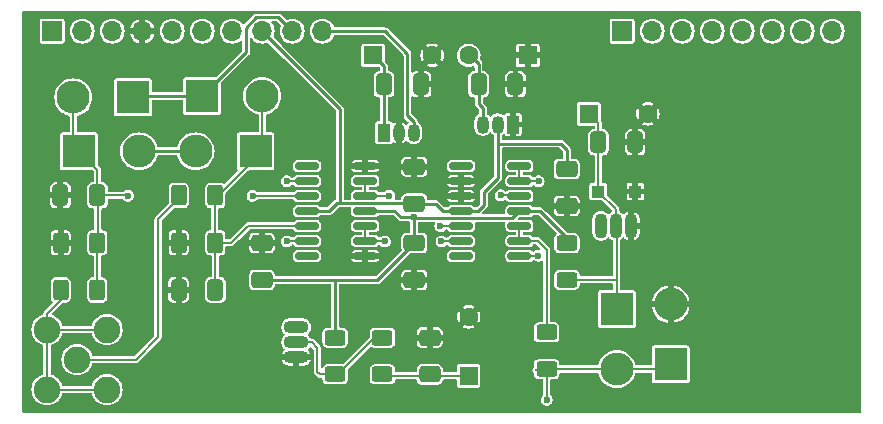
<source format=gbl>
G04 #@! TF.GenerationSoftware,KiCad,Pcbnew,8.0.0*
G04 #@! TF.CreationDate,2025-01-04T20:02:43+01:00*
G04 #@! TF.ProjectId,ina2137,696e6132-3133-4372-9e6b-696361645f70,rev?*
G04 #@! TF.SameCoordinates,Original*
G04 #@! TF.FileFunction,Copper,L2,Bot*
G04 #@! TF.FilePolarity,Positive*
%FSLAX46Y46*%
G04 Gerber Fmt 4.6, Leading zero omitted, Abs format (unit mm)*
G04 Created by KiCad (PCBNEW 8.0.0) date 2025-01-04 20:02:43*
%MOMM*%
%LPD*%
G01*
G04 APERTURE LIST*
G04 Aperture macros list*
%AMRoundRect*
0 Rectangle with rounded corners*
0 $1 Rounding radius*
0 $2 $3 $4 $5 $6 $7 $8 $9 X,Y pos of 4 corners*
0 Add a 4 corners polygon primitive as box body*
4,1,4,$2,$3,$4,$5,$6,$7,$8,$9,$2,$3,0*
0 Add four circle primitives for the rounded corners*
1,1,$1+$1,$2,$3*
1,1,$1+$1,$4,$5*
1,1,$1+$1,$6,$7*
1,1,$1+$1,$8,$9*
0 Add four rect primitives between the rounded corners*
20,1,$1+$1,$2,$3,$4,$5,0*
20,1,$1+$1,$4,$5,$6,$7,0*
20,1,$1+$1,$6,$7,$8,$9,0*
20,1,$1+$1,$8,$9,$2,$3,0*%
G04 Aperture macros list end*
G04 #@! TA.AperFunction,ComponentPad*
%ADD10C,2.250000*%
G04 #@! TD*
G04 #@! TA.AperFunction,ComponentPad*
%ADD11R,2.800000X2.800000*%
G04 #@! TD*
G04 #@! TA.AperFunction,ComponentPad*
%ADD12O,2.800000X2.800000*%
G04 #@! TD*
G04 #@! TA.AperFunction,ComponentPad*
%ADD13R,1.600000X1.600000*%
G04 #@! TD*
G04 #@! TA.AperFunction,ComponentPad*
%ADD14C,1.600000*%
G04 #@! TD*
G04 #@! TA.AperFunction,ComponentPad*
%ADD15R,1.700000X1.700000*%
G04 #@! TD*
G04 #@! TA.AperFunction,ComponentPad*
%ADD16O,1.700000X1.700000*%
G04 #@! TD*
G04 #@! TA.AperFunction,ComponentPad*
%ADD17R,1.050000X1.500000*%
G04 #@! TD*
G04 #@! TA.AperFunction,ComponentPad*
%ADD18O,1.050000X1.500000*%
G04 #@! TD*
G04 #@! TA.AperFunction,ComponentPad*
%ADD19O,2.140000X1.070000*%
G04 #@! TD*
G04 #@! TA.AperFunction,ComponentPad*
%ADD20O,1.070000X2.140000*%
G04 #@! TD*
G04 #@! TA.AperFunction,SMDPad,CuDef*
%ADD21RoundRect,0.250000X-0.400000X-0.625000X0.400000X-0.625000X0.400000X0.625000X-0.400000X0.625000X0*%
G04 #@! TD*
G04 #@! TA.AperFunction,SMDPad,CuDef*
%ADD22RoundRect,0.250000X0.412500X0.650000X-0.412500X0.650000X-0.412500X-0.650000X0.412500X-0.650000X0*%
G04 #@! TD*
G04 #@! TA.AperFunction,SMDPad,CuDef*
%ADD23RoundRect,0.150000X-0.835000X-0.150000X0.835000X-0.150000X0.835000X0.150000X-0.835000X0.150000X0*%
G04 #@! TD*
G04 #@! TA.AperFunction,SMDPad,CuDef*
%ADD24RoundRect,0.250000X-0.625000X0.400000X-0.625000X-0.400000X0.625000X-0.400000X0.625000X0.400000X0*%
G04 #@! TD*
G04 #@! TA.AperFunction,SMDPad,CuDef*
%ADD25RoundRect,0.250000X-0.650000X0.412500X-0.650000X-0.412500X0.650000X-0.412500X0.650000X0.412500X0*%
G04 #@! TD*
G04 #@! TA.AperFunction,SMDPad,CuDef*
%ADD26RoundRect,0.250000X0.650000X-0.412500X0.650000X0.412500X-0.650000X0.412500X-0.650000X-0.412500X0*%
G04 #@! TD*
G04 #@! TA.AperFunction,SMDPad,CuDef*
%ADD27RoundRect,0.250000X-0.412500X-0.650000X0.412500X-0.650000X0.412500X0.650000X-0.412500X0.650000X0*%
G04 #@! TD*
G04 #@! TA.AperFunction,SMDPad,CuDef*
%ADD28RoundRect,0.250000X0.400000X0.625000X-0.400000X0.625000X-0.400000X-0.625000X0.400000X-0.625000X0*%
G04 #@! TD*
G04 #@! TA.AperFunction,SMDPad,CuDef*
%ADD29R,1.080000X1.090000*%
G04 #@! TD*
G04 #@! TA.AperFunction,ViaPad*
%ADD30C,0.600000*%
G04 #@! TD*
G04 #@! TA.AperFunction,Conductor*
%ADD31C,0.250000*%
G04 #@! TD*
G04 #@! TA.AperFunction,Conductor*
%ADD32C,0.200000*%
G04 #@! TD*
G04 APERTURE END LIST*
D10*
X114140000Y-107900000D03*
X111600000Y-110440000D03*
X116680000Y-110440000D03*
X111600000Y-105360000D03*
X116680000Y-105360000D03*
D11*
X124740000Y-85590000D03*
D12*
X129820000Y-85590000D03*
D13*
X139220000Y-82150000D03*
D14*
X144220000Y-82150000D03*
D15*
X112040000Y-80100000D03*
D16*
X114580000Y-80100000D03*
X117120000Y-80100000D03*
X119660000Y-80100000D03*
X122200000Y-80100000D03*
X124740000Y-80100000D03*
X127280000Y-80100000D03*
X129820000Y-80100000D03*
X132360000Y-80100000D03*
X134900000Y-80100000D03*
D11*
X114320000Y-90270000D03*
D12*
X119400000Y-90270000D03*
D15*
X160300000Y-80100000D03*
D16*
X162840000Y-80100000D03*
X165380000Y-80100000D03*
X167920000Y-80100000D03*
X170460000Y-80100000D03*
X173000000Y-80100000D03*
X175540000Y-80100000D03*
X178080000Y-80100000D03*
D11*
X129260101Y-90270000D03*
D12*
X124180101Y-90270000D03*
D11*
X164400000Y-108300000D03*
D12*
X164400000Y-103220000D03*
D13*
X152300000Y-82150000D03*
D14*
X147300000Y-82150000D03*
D13*
X157470000Y-87090000D03*
D14*
X162470000Y-87090000D03*
D11*
X159840050Y-103620000D03*
D12*
X159840050Y-108700000D03*
D17*
X140110000Y-88690000D03*
D18*
X141380000Y-88690000D03*
X142650000Y-88690000D03*
D11*
X118900000Y-85700000D03*
D12*
X113820000Y-85700000D03*
D17*
X151050000Y-88000000D03*
D18*
X149780000Y-88000000D03*
X148510000Y-88000000D03*
D13*
X147290000Y-109270000D03*
D14*
X147290000Y-104270000D03*
D19*
X132710000Y-107687661D03*
X132710000Y-106417661D03*
X132710000Y-105147661D03*
D20*
X161037800Y-96557500D03*
X159767800Y-96557500D03*
X158497800Y-96557500D03*
D21*
X122750000Y-94000000D03*
X125850000Y-94000000D03*
D22*
X151262500Y-84600000D03*
X148137500Y-84600000D03*
D23*
X133600000Y-99110000D03*
X133600000Y-97840000D03*
X133600000Y-96570000D03*
X133600000Y-95300000D03*
X133600000Y-94030000D03*
X133600000Y-92760000D03*
X133600000Y-91490000D03*
X138550000Y-91490000D03*
X138550000Y-92760000D03*
X138550000Y-94030000D03*
X138550000Y-95300000D03*
X138550000Y-96570000D03*
X138550000Y-97840000D03*
X138550000Y-99110000D03*
X146650000Y-99110000D03*
X146650000Y-97840000D03*
X146650000Y-96570000D03*
X146650000Y-95300000D03*
X146650000Y-94030000D03*
X146650000Y-92760000D03*
X146650000Y-91490000D03*
X151600000Y-91490000D03*
X151600000Y-92760000D03*
X151600000Y-94030000D03*
X151600000Y-95300000D03*
X151600000Y-96570000D03*
X151600000Y-97840000D03*
X151600000Y-99110000D03*
D24*
X155610000Y-98050000D03*
X155610000Y-101150000D03*
D25*
X142700000Y-98037500D03*
X142700000Y-101162500D03*
D26*
X144000000Y-109162500D03*
X144000000Y-106037500D03*
D24*
X136000000Y-106050000D03*
X136000000Y-109150000D03*
D21*
X112750000Y-102000000D03*
X115850000Y-102000000D03*
D24*
X140000000Y-106050000D03*
X140000000Y-109150000D03*
D22*
X125862500Y-102000000D03*
X122737500Y-102000000D03*
D26*
X142700000Y-94700000D03*
X142700000Y-91575000D03*
D22*
X115862500Y-94000000D03*
X112737500Y-94000000D03*
D27*
X140137500Y-84600000D03*
X143262500Y-84600000D03*
D24*
X153900000Y-105600000D03*
X153900000Y-108700000D03*
D25*
X155610000Y-91775000D03*
X155610000Y-94900000D03*
D28*
X115850000Y-98000000D03*
X112750000Y-98000000D03*
D27*
X158277550Y-89490000D03*
X161402550Y-89490000D03*
D29*
X161415050Y-93672500D03*
X158265050Y-93672500D03*
D26*
X129800000Y-101162500D03*
X129800000Y-98037500D03*
D28*
X125850000Y-98000000D03*
X122750000Y-98000000D03*
D30*
X177880000Y-83310000D03*
X110440000Y-82500000D03*
X119240000Y-111620000D03*
X179110000Y-111320000D03*
X141260000Y-86730000D03*
X146660000Y-90610000D03*
X127400000Y-95910000D03*
X118440000Y-94030000D03*
X129000000Y-94030000D03*
X150000000Y-94000000D03*
X142650000Y-95862500D03*
X153910000Y-111310000D03*
X145000000Y-97900000D03*
X140200000Y-97900000D03*
X144900000Y-96600000D03*
X140590000Y-94030000D03*
X131900000Y-97900000D03*
X131900000Y-92800000D03*
X153220000Y-92800000D03*
X153200000Y-99100000D03*
D31*
X155610000Y-97582600D02*
X155610000Y-98050000D01*
X153327400Y-95300000D02*
X155610000Y-97582600D01*
X151600000Y-95300000D02*
X153327400Y-95300000D01*
X155090000Y-89610000D02*
X149790000Y-89610000D01*
X149790000Y-89610000D02*
X149780000Y-89620000D01*
X155610000Y-90130000D02*
X155090000Y-89610000D01*
X155610000Y-91775000D02*
X155610000Y-90130000D01*
D32*
X125800000Y-97960000D02*
X125850000Y-98010000D01*
X125850000Y-101680000D02*
X125900000Y-101730000D01*
X129820000Y-89790101D02*
X129340101Y-90270000D01*
X133600000Y-96570000D02*
X128630000Y-96570000D01*
X125800000Y-94300000D02*
X125800000Y-97960000D01*
X129320000Y-90290101D02*
X129340101Y-90270000D01*
X127200000Y-98000000D02*
X125850000Y-98000000D01*
X129820000Y-85590000D02*
X129820000Y-89790101D01*
X128630000Y-96570000D02*
X127200000Y-98000000D01*
X129340101Y-90759899D02*
X129340101Y-90270000D01*
X125800000Y-94300000D02*
X129340101Y-90759899D01*
X125850000Y-98010000D02*
X125850000Y-101680000D01*
X115910000Y-94220000D02*
X115910000Y-97860000D01*
X115910000Y-97860000D02*
X115850000Y-97920000D01*
X118410000Y-94000000D02*
X115862500Y-94000000D01*
X129000000Y-94030000D02*
X133600000Y-94030000D01*
X115850000Y-97920000D02*
X115850000Y-101410000D01*
X116040000Y-94090000D02*
X115910000Y-94220000D01*
X118440000Y-94030000D02*
X118410000Y-94000000D01*
X113820000Y-85700000D02*
X113820000Y-89770000D01*
X115850000Y-101410000D02*
X115730000Y-101530000D01*
X115862500Y-91812500D02*
X114320000Y-90270000D01*
X113820000Y-89770000D02*
X114320000Y-90270000D01*
X115862500Y-94000000D02*
X115862500Y-91812500D01*
X147290000Y-109270000D02*
X144107500Y-109270000D01*
X144107500Y-109270000D02*
X144000000Y-109162500D01*
X150000000Y-94000000D02*
X151280000Y-94000000D01*
X140240000Y-109270000D02*
X144370000Y-109270000D01*
X124730000Y-85600000D02*
X124740000Y-85590000D01*
D31*
X128455000Y-79795000D02*
X128455000Y-81875000D01*
X140125000Y-84690000D02*
X140125000Y-83045000D01*
X131185000Y-78925000D02*
X129325000Y-78925000D01*
X129325000Y-78925000D02*
X128455000Y-79795000D01*
X128455000Y-81875000D02*
X124740000Y-85590000D01*
X140125000Y-83045000D02*
X139220000Y-82140000D01*
X124740000Y-85590000D02*
X118470051Y-85590000D01*
X132360000Y-80100000D02*
X131185000Y-78925000D01*
X140110000Y-88690000D02*
X140110000Y-84705000D01*
X140110000Y-84705000D02*
X140125000Y-84690000D01*
D32*
X118470051Y-85590000D02*
X118360051Y-85700000D01*
D31*
X148200000Y-84660000D02*
X148200000Y-86300000D01*
X148200000Y-86300000D02*
X148510000Y-86610000D01*
X148137500Y-84597500D02*
X148200000Y-84660000D01*
X147300000Y-82010000D02*
X148137500Y-82847500D01*
X148137500Y-82847500D02*
X148137500Y-84597500D01*
X118919950Y-90270000D02*
X124180101Y-90270000D01*
X148510000Y-86610000D02*
X148510000Y-87870000D01*
D32*
X159840050Y-101100000D02*
X159840050Y-96629750D01*
X158272200Y-93467800D02*
X158267200Y-93462800D01*
X155700000Y-101150000D02*
X159790050Y-101150000D01*
X159840050Y-96629750D02*
X159767800Y-96557500D01*
X159790050Y-101150000D02*
X159840050Y-101100000D01*
X159840050Y-103620000D02*
X159840050Y-101100000D01*
X158267200Y-89490000D02*
X158267200Y-87887200D01*
X158267200Y-87887200D02*
X157470000Y-87090000D01*
X158272200Y-93672500D02*
X158272200Y-93467800D01*
X159767800Y-96557500D02*
X159767800Y-95168100D01*
X159767800Y-95168100D02*
X158272200Y-93672500D01*
X158267200Y-93462800D02*
X158267200Y-89490000D01*
D31*
X142650000Y-95862500D02*
X142700000Y-95912500D01*
X136000000Y-106050000D02*
X136000000Y-101162500D01*
X136000000Y-101162500D02*
X139575000Y-101162500D01*
X142110000Y-87210000D02*
X142700000Y-87800000D01*
X139575000Y-101162500D02*
X142700000Y-98037500D01*
X142700000Y-88640000D02*
X142650000Y-88690000D01*
X142700000Y-95912500D02*
X142700000Y-98037500D01*
X142700000Y-87800000D02*
X142700000Y-88640000D01*
X142650000Y-95862500D02*
X142712500Y-95925000D01*
X140210000Y-80100000D02*
X142110000Y-82000000D01*
X142650000Y-95862500D02*
X141562500Y-95862500D01*
X142712500Y-95925000D02*
X150975000Y-95925000D01*
D32*
X142462500Y-98037500D02*
X142700000Y-98037500D01*
D31*
X142110000Y-82000000D02*
X142110000Y-87210000D01*
X141000000Y-95300000D02*
X138550000Y-95300000D01*
X134900000Y-80100000D02*
X140210000Y-80100000D01*
X141562500Y-95862500D02*
X141000000Y-95300000D01*
X129800000Y-101162500D02*
X136000000Y-101162500D01*
X150975000Y-95925000D02*
X151600000Y-95300000D01*
X132000000Y-82300000D02*
X136400000Y-86700000D01*
X129820000Y-80100000D02*
X132000000Y-82280000D01*
X133600000Y-95300000D02*
X135500000Y-95300000D01*
X136400000Y-94650000D02*
X136425000Y-94675000D01*
X132000000Y-82280000D02*
X132000000Y-82300000D01*
X136425000Y-94675000D02*
X142675000Y-94675000D01*
X149780000Y-89620000D02*
X149780000Y-92520000D01*
X145100000Y-95300000D02*
X144500000Y-94700000D01*
D32*
X149780000Y-88430000D02*
X149780000Y-87870000D01*
D31*
X148600000Y-93700000D02*
X148600000Y-94800000D01*
X142675000Y-94675000D02*
X142700000Y-94700000D01*
X136400000Y-86700000D02*
X136400000Y-94650000D01*
X148100000Y-95300000D02*
X146650000Y-95300000D01*
X149780000Y-89620000D02*
X149780000Y-88000000D01*
X148600000Y-94800000D02*
X148100000Y-95300000D01*
X149780000Y-92520000D02*
X148600000Y-93700000D01*
X144500000Y-94700000D02*
X142700000Y-94700000D01*
X136125000Y-94675000D02*
X136425000Y-94675000D01*
D32*
X149780000Y-88334448D02*
X149780000Y-87870000D01*
D31*
X146650000Y-95300000D02*
X145100000Y-95300000D01*
X135500000Y-95300000D02*
X136125000Y-94675000D01*
D32*
X159840050Y-108700000D02*
X164000000Y-108700000D01*
X153910000Y-111310000D02*
X153900000Y-111300000D01*
X159840050Y-108700000D02*
X153900000Y-108700000D01*
X153000000Y-108790000D02*
X153050000Y-108740000D01*
X153900000Y-111300000D02*
X153900000Y-108700000D01*
X164000000Y-108700000D02*
X164400000Y-108300000D01*
X159820102Y-108740000D02*
X159840050Y-108759948D01*
X133997661Y-106417661D02*
X132710000Y-106417661D01*
X134700000Y-109150000D02*
X134490000Y-108940000D01*
X140240000Y-106170000D02*
X139190000Y-106170000D01*
X134490000Y-106910000D02*
X133997661Y-106417661D01*
X140200000Y-106130000D02*
X140240000Y-106170000D01*
X136000000Y-109150000D02*
X134700000Y-109150000D01*
X134490000Y-108940000D02*
X134490000Y-106910000D01*
X139190000Y-106170000D02*
X136200000Y-109160000D01*
X111600000Y-104000000D02*
X112750000Y-102850000D01*
X111600000Y-105360000D02*
X116680000Y-105360000D01*
X111600000Y-105360000D02*
X111600000Y-104000000D01*
X111600000Y-110440000D02*
X116680000Y-110440000D01*
X112750000Y-102850000D02*
X112750000Y-102000000D01*
X111600000Y-105360000D02*
X111600000Y-110440000D01*
X121000000Y-106000000D02*
X121000000Y-96000000D01*
X114140000Y-107900000D02*
X119100000Y-107900000D01*
X119100000Y-107900000D02*
X121000000Y-106000000D01*
X121000000Y-96000000D02*
X122700000Y-94300000D01*
X151600000Y-97840000D02*
X153140000Y-97840000D01*
X153140000Y-97840000D02*
X153900000Y-98600000D01*
X153900000Y-98600000D02*
X153900000Y-105600000D01*
X151600000Y-96860000D02*
X151600000Y-97840000D01*
X138550000Y-97840000D02*
X140140000Y-97840000D01*
X138550000Y-97840000D02*
X138550000Y-96570000D01*
X145000000Y-97900000D02*
X146590000Y-97900000D01*
X140140000Y-97840000D02*
X140200000Y-97900000D01*
X146590000Y-97900000D02*
X146650000Y-97840000D01*
X138550000Y-94030000D02*
X138550000Y-92760000D01*
X140590000Y-94030000D02*
X138550000Y-94030000D01*
X144930000Y-96570000D02*
X144900000Y-96600000D01*
X146650000Y-96570000D02*
X144930000Y-96570000D01*
X133560000Y-92800000D02*
X133600000Y-92760000D01*
X133600000Y-97840000D02*
X131960000Y-97840000D01*
X131960000Y-97840000D02*
X131900000Y-97900000D01*
X131900000Y-92800000D02*
X133560000Y-92800000D01*
X153180000Y-92760000D02*
X151600000Y-92760000D01*
X153200000Y-99100000D02*
X153190000Y-99110000D01*
X153190000Y-99110000D02*
X151600000Y-99110000D01*
X153220000Y-92800000D02*
X153180000Y-92760000D01*
X151600000Y-92760000D02*
X151600000Y-91490000D01*
G04 #@! TA.AperFunction,Conductor*
G36*
X180458691Y-78419407D02*
G01*
X180494655Y-78468907D01*
X180499500Y-78499500D01*
X180499500Y-112300500D01*
X180480593Y-112358691D01*
X180431093Y-112394655D01*
X180400500Y-112399500D01*
X109599500Y-112399500D01*
X109541309Y-112380593D01*
X109505345Y-112331093D01*
X109500500Y-112300500D01*
X109500500Y-110440003D01*
X110269437Y-110440003D01*
X110289649Y-110671042D01*
X110289650Y-110671049D01*
X110289651Y-110671050D01*
X110349680Y-110895079D01*
X110447699Y-111105282D01*
X110580730Y-111295269D01*
X110744731Y-111459270D01*
X110934718Y-111592301D01*
X111144921Y-111690320D01*
X111368950Y-111750349D01*
X111368954Y-111750349D01*
X111368957Y-111750350D01*
X111599997Y-111770563D01*
X111600000Y-111770563D01*
X111600003Y-111770563D01*
X111831042Y-111750350D01*
X111831043Y-111750349D01*
X111831050Y-111750349D01*
X112055079Y-111690320D01*
X112265282Y-111592301D01*
X112455269Y-111459270D01*
X112619270Y-111295269D01*
X112752301Y-111105282D01*
X112850320Y-110895079D01*
X112872078Y-110813876D01*
X112905402Y-110762563D01*
X112962524Y-110740636D01*
X112967705Y-110740500D01*
X115312295Y-110740500D01*
X115370486Y-110759407D01*
X115406450Y-110808907D01*
X115407918Y-110813863D01*
X115429680Y-110895079D01*
X115527699Y-111105282D01*
X115660730Y-111295269D01*
X115824731Y-111459270D01*
X116014718Y-111592301D01*
X116224921Y-111690320D01*
X116448950Y-111750349D01*
X116448954Y-111750349D01*
X116448957Y-111750350D01*
X116679997Y-111770563D01*
X116680000Y-111770563D01*
X116680003Y-111770563D01*
X116911042Y-111750350D01*
X116911043Y-111750349D01*
X116911050Y-111750349D01*
X117135079Y-111690320D01*
X117345282Y-111592301D01*
X117535269Y-111459270D01*
X117699270Y-111295269D01*
X117832301Y-111105282D01*
X117930320Y-110895079D01*
X117990349Y-110671050D01*
X118010563Y-110440000D01*
X118010563Y-110439996D01*
X117990350Y-110208957D01*
X117990349Y-110208954D01*
X117990349Y-110208950D01*
X117930320Y-109984921D01*
X117832301Y-109774719D01*
X117712954Y-109604274D01*
X117699273Y-109584735D01*
X117699272Y-109584734D01*
X117699270Y-109584731D01*
X117535269Y-109420730D01*
X117535265Y-109420727D01*
X117535264Y-109420726D01*
X117381247Y-109312882D01*
X117345282Y-109287699D01*
X117135079Y-109189680D01*
X116911050Y-109129651D01*
X116911049Y-109129650D01*
X116911042Y-109129649D01*
X116680003Y-109109437D01*
X116679997Y-109109437D01*
X116448957Y-109129649D01*
X116430495Y-109134596D01*
X116224921Y-109189680D01*
X116137247Y-109230563D01*
X116014720Y-109287698D01*
X115824735Y-109420726D01*
X115660726Y-109584735D01*
X115527698Y-109774720D01*
X115429679Y-109984923D01*
X115407922Y-110066123D01*
X115374598Y-110117437D01*
X115317476Y-110139364D01*
X115312295Y-110139500D01*
X112967705Y-110139500D01*
X112909514Y-110120593D01*
X112873550Y-110071093D01*
X112872078Y-110066123D01*
X112861193Y-110025499D01*
X112850320Y-109984921D01*
X112752301Y-109774719D01*
X112632954Y-109604274D01*
X112619273Y-109584735D01*
X112619272Y-109584734D01*
X112619270Y-109584731D01*
X112455269Y-109420730D01*
X112455265Y-109420727D01*
X112455264Y-109420726D01*
X112301247Y-109312882D01*
X112265282Y-109287699D01*
X112068873Y-109196112D01*
X112055075Y-109189678D01*
X112055069Y-109189676D01*
X111973876Y-109167920D01*
X111922562Y-109134596D01*
X111900636Y-109077474D01*
X111900500Y-109072294D01*
X111900500Y-107900003D01*
X112809437Y-107900003D01*
X112829649Y-108131042D01*
X112829650Y-108131049D01*
X112829651Y-108131050D01*
X112889680Y-108355079D01*
X112987699Y-108565282D01*
X113046925Y-108649865D01*
X113088661Y-108709471D01*
X113120730Y-108755269D01*
X113284731Y-108919270D01*
X113284734Y-108919272D01*
X113284735Y-108919273D01*
X113326805Y-108948730D01*
X113474718Y-109052301D01*
X113684921Y-109150320D01*
X113908950Y-109210349D01*
X113908954Y-109210349D01*
X113908957Y-109210350D01*
X114139997Y-109230563D01*
X114140000Y-109230563D01*
X114140003Y-109230563D01*
X114371042Y-109210350D01*
X114371043Y-109210349D01*
X114371050Y-109210349D01*
X114595079Y-109150320D01*
X114805282Y-109052301D01*
X114995269Y-108919270D01*
X115159270Y-108755269D01*
X115292301Y-108565282D01*
X115390320Y-108355079D01*
X115412078Y-108273876D01*
X115445402Y-108222563D01*
X115502524Y-108200636D01*
X115507705Y-108200500D01*
X119139563Y-108200500D01*
X119139563Y-108200499D01*
X119215989Y-108180021D01*
X119284511Y-108140460D01*
X119340460Y-108084511D01*
X120934868Y-106490103D01*
X131439500Y-106490103D01*
X131467765Y-106632198D01*
X131467765Y-106632200D01*
X131523206Y-106766048D01*
X131523206Y-106766049D01*
X131603699Y-106886514D01*
X131700195Y-106983010D01*
X131727972Y-107037527D01*
X131718401Y-107097959D01*
X131700195Y-107123017D01*
X131604087Y-107219126D01*
X131523650Y-107339510D01*
X131482995Y-107437660D01*
X131482996Y-107437661D01*
X132363590Y-107437661D01*
X132313963Y-107523617D01*
X132285000Y-107631709D01*
X132285000Y-107743613D01*
X132313963Y-107851705D01*
X132363590Y-107937661D01*
X131482996Y-107937661D01*
X131523650Y-108035811D01*
X131604085Y-108156192D01*
X131706468Y-108258575D01*
X131826849Y-108339010D01*
X131960608Y-108394414D01*
X132102606Y-108422660D01*
X132102610Y-108422661D01*
X132459999Y-108422661D01*
X132460000Y-108422660D01*
X132460000Y-108034070D01*
X132545956Y-108083698D01*
X132654048Y-108112661D01*
X132765952Y-108112661D01*
X132874044Y-108083698D01*
X132960000Y-108034070D01*
X132960000Y-108422660D01*
X132960001Y-108422661D01*
X133317390Y-108422661D01*
X133317393Y-108422660D01*
X133459390Y-108394414D01*
X133459392Y-108394414D01*
X133593150Y-108339010D01*
X133713531Y-108258575D01*
X133815914Y-108156192D01*
X133896349Y-108035811D01*
X133937004Y-107937661D01*
X133056410Y-107937661D01*
X133106037Y-107851705D01*
X133135000Y-107743613D01*
X133135000Y-107631709D01*
X133106037Y-107523617D01*
X133056410Y-107437661D01*
X133937004Y-107437661D01*
X133937004Y-107437660D01*
X133896349Y-107339510D01*
X133815914Y-107219129D01*
X133719804Y-107123019D01*
X133692027Y-107068502D01*
X133701598Y-107008070D01*
X133719804Y-106983011D01*
X133719805Y-106983010D01*
X133816300Y-106886515D01*
X133839502Y-106851790D01*
X133887547Y-106813914D01*
X133948685Y-106811510D01*
X133991819Y-106836790D01*
X134160504Y-107005475D01*
X134188281Y-107059992D01*
X134189500Y-107075479D01*
X134189500Y-108979564D01*
X134209978Y-109055988D01*
X134209979Y-109055990D01*
X134215176Y-109064991D01*
X134222383Y-109077474D01*
X134227009Y-109085485D01*
X134227009Y-109085488D01*
X134227010Y-109085488D01*
X134227011Y-109085489D01*
X134249540Y-109124511D01*
X134249542Y-109124513D01*
X134459539Y-109334511D01*
X134515489Y-109390460D01*
X134584007Y-109430019D01*
X134584011Y-109430021D01*
X134660435Y-109450499D01*
X134660437Y-109450500D01*
X134660438Y-109450500D01*
X134825500Y-109450500D01*
X134883691Y-109469407D01*
X134919655Y-109518907D01*
X134924500Y-109549500D01*
X134924500Y-109604274D01*
X134927353Y-109634694D01*
X134927355Y-109634703D01*
X134972207Y-109762883D01*
X135052845Y-109872144D01*
X135052847Y-109872146D01*
X135052850Y-109872150D01*
X135052853Y-109872152D01*
X135052855Y-109872154D01*
X135162116Y-109952792D01*
X135162117Y-109952792D01*
X135162118Y-109952793D01*
X135290301Y-109997646D01*
X135320725Y-110000499D01*
X135320727Y-110000500D01*
X135320734Y-110000500D01*
X136679273Y-110000500D01*
X136679273Y-110000499D01*
X136709699Y-109997646D01*
X136837882Y-109952793D01*
X136947150Y-109872150D01*
X137027793Y-109762882D01*
X137072646Y-109634699D01*
X137075499Y-109604274D01*
X138924500Y-109604274D01*
X138927353Y-109634694D01*
X138927355Y-109634703D01*
X138972207Y-109762883D01*
X139052845Y-109872144D01*
X139052847Y-109872146D01*
X139052850Y-109872150D01*
X139052853Y-109872152D01*
X139052855Y-109872154D01*
X139162116Y-109952792D01*
X139162117Y-109952792D01*
X139162118Y-109952793D01*
X139290301Y-109997646D01*
X139320725Y-110000499D01*
X139320727Y-110000500D01*
X139320734Y-110000500D01*
X140679273Y-110000500D01*
X140679273Y-110000499D01*
X140709699Y-109997646D01*
X140837882Y-109952793D01*
X140947150Y-109872150D01*
X141027793Y-109762882D01*
X141063897Y-109659703D01*
X141071911Y-109636802D01*
X141108976Y-109588122D01*
X141165355Y-109570500D01*
X142803839Y-109570500D01*
X142862030Y-109589407D01*
X142897994Y-109638907D01*
X142901183Y-109654340D01*
X142902355Y-109659703D01*
X142947207Y-109787883D01*
X143027845Y-109897144D01*
X143027847Y-109897146D01*
X143027850Y-109897150D01*
X143027853Y-109897152D01*
X143027855Y-109897154D01*
X143137116Y-109977792D01*
X143137117Y-109977792D01*
X143137118Y-109977793D01*
X143265301Y-110022646D01*
X143295725Y-110025499D01*
X143295727Y-110025500D01*
X143295734Y-110025500D01*
X144704273Y-110025500D01*
X144704273Y-110025499D01*
X144734699Y-110022646D01*
X144862882Y-109977793D01*
X144972150Y-109897150D01*
X145052793Y-109787882D01*
X145097646Y-109659699D01*
X145097646Y-109659689D01*
X145098931Y-109653815D01*
X145100251Y-109654103D01*
X145121850Y-109604087D01*
X145174490Y-109572901D01*
X145196161Y-109570500D01*
X146190500Y-109570500D01*
X146248691Y-109589407D01*
X146284655Y-109638907D01*
X146289500Y-109669500D01*
X146289500Y-110089746D01*
X146289501Y-110089758D01*
X146301132Y-110148227D01*
X146301134Y-110148233D01*
X146341709Y-110208957D01*
X146345448Y-110214552D01*
X146411769Y-110258867D01*
X146456231Y-110267711D01*
X146470241Y-110270498D01*
X146470246Y-110270498D01*
X146470252Y-110270500D01*
X146470253Y-110270500D01*
X148109747Y-110270500D01*
X148109748Y-110270500D01*
X148168231Y-110258867D01*
X148234552Y-110214552D01*
X148278867Y-110148231D01*
X148290500Y-110089748D01*
X148290500Y-108829564D01*
X152699500Y-108829564D01*
X152719977Y-108905984D01*
X152719978Y-108905985D01*
X152719979Y-108905988D01*
X152759540Y-108974511D01*
X152795505Y-109010476D01*
X152823281Y-109064991D01*
X152824500Y-109080478D01*
X152824500Y-109154274D01*
X152827353Y-109184694D01*
X152827355Y-109184703D01*
X152872207Y-109312883D01*
X152952845Y-109422144D01*
X152952847Y-109422146D01*
X152952850Y-109422150D01*
X152952853Y-109422152D01*
X152952855Y-109422154D01*
X153062116Y-109502792D01*
X153062117Y-109502792D01*
X153062118Y-109502793D01*
X153190301Y-109547646D01*
X153220725Y-109550499D01*
X153220727Y-109550500D01*
X153220734Y-109550500D01*
X153500500Y-109550500D01*
X153558691Y-109569407D01*
X153594655Y-109618907D01*
X153599500Y-109649500D01*
X153599500Y-110867125D01*
X153580593Y-110925316D01*
X153575320Y-110931956D01*
X153484622Y-111036628D01*
X153424834Y-111167543D01*
X153404353Y-111309997D01*
X153404353Y-111310002D01*
X153424834Y-111452456D01*
X153484622Y-111583371D01*
X153484623Y-111583373D01*
X153578872Y-111692143D01*
X153578873Y-111692144D01*
X153669444Y-111750350D01*
X153699947Y-111769953D01*
X153806403Y-111801211D01*
X153838035Y-111810499D01*
X153838036Y-111810499D01*
X153838039Y-111810500D01*
X153838041Y-111810500D01*
X153981959Y-111810500D01*
X153981961Y-111810500D01*
X154120053Y-111769953D01*
X154241128Y-111692143D01*
X154335377Y-111583373D01*
X154395165Y-111452457D01*
X154415647Y-111310000D01*
X154413528Y-111295264D01*
X154395165Y-111167543D01*
X154335377Y-111036628D01*
X154335377Y-111036627D01*
X154241128Y-110927857D01*
X154241127Y-110927856D01*
X154241125Y-110927854D01*
X154235778Y-110923221D01*
X154237757Y-110920936D01*
X154207224Y-110883551D01*
X154200500Y-110847688D01*
X154200500Y-109649500D01*
X154219407Y-109591309D01*
X154268907Y-109555345D01*
X154299500Y-109550500D01*
X154579273Y-109550500D01*
X154579273Y-109550499D01*
X154609699Y-109547646D01*
X154737882Y-109502793D01*
X154847150Y-109422150D01*
X154927793Y-109312882D01*
X154972646Y-109184699D01*
X154975499Y-109154273D01*
X154975500Y-109154273D01*
X154975500Y-109099500D01*
X154994407Y-109041309D01*
X155043907Y-109005345D01*
X155074500Y-109000500D01*
X158188169Y-109000500D01*
X158246360Y-109019407D01*
X158282324Y-109068907D01*
X158284434Y-109076389D01*
X158313177Y-109196112D01*
X158409582Y-109428856D01*
X158409585Y-109428862D01*
X158541212Y-109643656D01*
X158541218Y-109643664D01*
X158653150Y-109774720D01*
X158704826Y-109835224D01*
X158704832Y-109835229D01*
X158704835Y-109835232D01*
X158880100Y-109984922D01*
X158896391Y-109998836D01*
X158935242Y-110022644D01*
X159111187Y-110130464D01*
X159111193Y-110130467D01*
X159227565Y-110178669D01*
X159314193Y-110214552D01*
X159343937Y-110226872D01*
X159343939Y-110226873D01*
X159588902Y-110285683D01*
X159840050Y-110305449D01*
X160091198Y-110285683D01*
X160336161Y-110226873D01*
X160568909Y-110130466D01*
X160783709Y-109998836D01*
X160975274Y-109835224D01*
X161138886Y-109643659D01*
X161270516Y-109428859D01*
X161366923Y-109196111D01*
X161394684Y-109080478D01*
X161395666Y-109076389D01*
X161427636Y-109024220D01*
X161484164Y-109000805D01*
X161491931Y-109000500D01*
X162700500Y-109000500D01*
X162758691Y-109019407D01*
X162794655Y-109068907D01*
X162799500Y-109099500D01*
X162799500Y-109719746D01*
X162799501Y-109719758D01*
X162811132Y-109778227D01*
X162811134Y-109778233D01*
X162817582Y-109787883D01*
X162855448Y-109844552D01*
X162921769Y-109888867D01*
X162963431Y-109897154D01*
X162980241Y-109900498D01*
X162980246Y-109900498D01*
X162980252Y-109900500D01*
X162980253Y-109900500D01*
X165819747Y-109900500D01*
X165819748Y-109900500D01*
X165878231Y-109888867D01*
X165944552Y-109844552D01*
X165988867Y-109778231D01*
X166000500Y-109719748D01*
X166000500Y-106880252D01*
X165988867Y-106821769D01*
X165944552Y-106755448D01*
X165935079Y-106749118D01*
X165878233Y-106711134D01*
X165878231Y-106711133D01*
X165878228Y-106711132D01*
X165878227Y-106711132D01*
X165819758Y-106699501D01*
X165819748Y-106699500D01*
X162980252Y-106699500D01*
X162980251Y-106699500D01*
X162980241Y-106699501D01*
X162921772Y-106711132D01*
X162921766Y-106711134D01*
X162855451Y-106755445D01*
X162855445Y-106755451D01*
X162811134Y-106821766D01*
X162811132Y-106821772D01*
X162799501Y-106880241D01*
X162799500Y-106880253D01*
X162799500Y-108300500D01*
X162780593Y-108358691D01*
X162731093Y-108394655D01*
X162700500Y-108399500D01*
X161491931Y-108399500D01*
X161433740Y-108380593D01*
X161397776Y-108331093D01*
X161395666Y-108323611D01*
X161371406Y-108222563D01*
X161366923Y-108203889D01*
X161270516Y-107971141D01*
X161256713Y-107948617D01*
X161138887Y-107756343D01*
X161138886Y-107756341D01*
X160975274Y-107564776D01*
X160975267Y-107564770D01*
X160975264Y-107564767D01*
X160783714Y-107401168D01*
X160783706Y-107401162D01*
X160568912Y-107269535D01*
X160568906Y-107269532D01*
X160336162Y-107173127D01*
X160336163Y-107173127D01*
X160091196Y-107114316D01*
X159840050Y-107094551D01*
X159588903Y-107114316D01*
X159343936Y-107173127D01*
X159111193Y-107269532D01*
X159111187Y-107269535D01*
X158896393Y-107401162D01*
X158896385Y-107401168D01*
X158704835Y-107564767D01*
X158704817Y-107564785D01*
X158541218Y-107756335D01*
X158541212Y-107756343D01*
X158409585Y-107971137D01*
X158409582Y-107971143D01*
X158313177Y-108203887D01*
X158284434Y-108323611D01*
X158252464Y-108375780D01*
X158195936Y-108399195D01*
X158188169Y-108399500D01*
X155074500Y-108399500D01*
X155016309Y-108380593D01*
X154980345Y-108331093D01*
X154975500Y-108300500D01*
X154975500Y-108245727D01*
X154975499Y-108245725D01*
X154972646Y-108215305D01*
X154972646Y-108215301D01*
X154927793Y-108087118D01*
X154847150Y-107977850D01*
X154847146Y-107977847D01*
X154847144Y-107977845D01*
X154737883Y-107897207D01*
X154609703Y-107852355D01*
X154609694Y-107852353D01*
X154579274Y-107849500D01*
X154579266Y-107849500D01*
X153220734Y-107849500D01*
X153220725Y-107849500D01*
X153190305Y-107852353D01*
X153190296Y-107852355D01*
X153062116Y-107897207D01*
X152952855Y-107977845D01*
X152952845Y-107977855D01*
X152872207Y-108087116D01*
X152827355Y-108215296D01*
X152827353Y-108215305D01*
X152824500Y-108245725D01*
X152824500Y-108499521D01*
X152805593Y-108557712D01*
X152795504Y-108569524D01*
X152759542Y-108605486D01*
X152719978Y-108674014D01*
X152719977Y-108674015D01*
X152699500Y-108750435D01*
X152699500Y-108829564D01*
X148290500Y-108829564D01*
X148290500Y-108450252D01*
X148278867Y-108391769D01*
X148234552Y-108325448D01*
X148231803Y-108323611D01*
X148168233Y-108281134D01*
X148168231Y-108281133D01*
X148168228Y-108281132D01*
X148168227Y-108281132D01*
X148109758Y-108269501D01*
X148109748Y-108269500D01*
X146470252Y-108269500D01*
X146470251Y-108269500D01*
X146470241Y-108269501D01*
X146411772Y-108281132D01*
X146411766Y-108281134D01*
X146345451Y-108325445D01*
X146345445Y-108325451D01*
X146301134Y-108391766D01*
X146301132Y-108391772D01*
X146289501Y-108450241D01*
X146289500Y-108450253D01*
X146289500Y-108870500D01*
X146270593Y-108928691D01*
X146221093Y-108964655D01*
X146190500Y-108969500D01*
X145199500Y-108969500D01*
X145141309Y-108950593D01*
X145105345Y-108901093D01*
X145100500Y-108870500D01*
X145100500Y-108695727D01*
X145100499Y-108695725D01*
X145097646Y-108665305D01*
X145097646Y-108665301D01*
X145052793Y-108537118D01*
X145025045Y-108499521D01*
X144972154Y-108427855D01*
X144972152Y-108427853D01*
X144972150Y-108427850D01*
X144972146Y-108427847D01*
X144972144Y-108427845D01*
X144862883Y-108347207D01*
X144734703Y-108302355D01*
X144734694Y-108302353D01*
X144704274Y-108299500D01*
X144704266Y-108299500D01*
X143295734Y-108299500D01*
X143295725Y-108299500D01*
X143265305Y-108302353D01*
X143265296Y-108302355D01*
X143137116Y-108347207D01*
X143027855Y-108427845D01*
X143027845Y-108427855D01*
X142947207Y-108537116D01*
X142902355Y-108665296D01*
X142902353Y-108665305D01*
X142899500Y-108695725D01*
X142899500Y-108870500D01*
X142880593Y-108928691D01*
X142831093Y-108964655D01*
X142800500Y-108969500D01*
X141174500Y-108969500D01*
X141116309Y-108950593D01*
X141080345Y-108901093D01*
X141075500Y-108870500D01*
X141075500Y-108695727D01*
X141075499Y-108695725D01*
X141072646Y-108665305D01*
X141072646Y-108665301D01*
X141027793Y-108537118D01*
X141000045Y-108499521D01*
X140947154Y-108427855D01*
X140947152Y-108427853D01*
X140947150Y-108427850D01*
X140947146Y-108427847D01*
X140947144Y-108427845D01*
X140837883Y-108347207D01*
X140709703Y-108302355D01*
X140709694Y-108302353D01*
X140679274Y-108299500D01*
X140679266Y-108299500D01*
X139320734Y-108299500D01*
X139320725Y-108299500D01*
X139290305Y-108302353D01*
X139290296Y-108302355D01*
X139162116Y-108347207D01*
X139052855Y-108427845D01*
X139052845Y-108427855D01*
X138972207Y-108537116D01*
X138927355Y-108665296D01*
X138927353Y-108665305D01*
X138924500Y-108695725D01*
X138924500Y-109604274D01*
X137075499Y-109604274D01*
X137075499Y-109604273D01*
X137075500Y-109604273D01*
X137075500Y-108750478D01*
X137094407Y-108692287D01*
X137104490Y-108680480D01*
X138969577Y-106815392D01*
X139024092Y-106787617D01*
X139084524Y-106797188D01*
X139098367Y-106805743D01*
X139162116Y-106852792D01*
X139162117Y-106852792D01*
X139162118Y-106852793D01*
X139290301Y-106897646D01*
X139320725Y-106900499D01*
X139320727Y-106900500D01*
X139320734Y-106900500D01*
X140679273Y-106900500D01*
X140679273Y-106900499D01*
X140709699Y-106897646D01*
X140837882Y-106852793D01*
X140947150Y-106772150D01*
X141027793Y-106662882D01*
X141072646Y-106534699D01*
X141075499Y-106504273D01*
X141075500Y-106504273D01*
X141075500Y-106504203D01*
X142900001Y-106504203D01*
X142902850Y-106534600D01*
X142902850Y-106534602D01*
X142947654Y-106662647D01*
X143028207Y-106771790D01*
X143028209Y-106771792D01*
X143137352Y-106852345D01*
X143265398Y-106897149D01*
X143295789Y-106899999D01*
X143749998Y-106899999D01*
X143750000Y-106899998D01*
X144250000Y-106899998D01*
X144250001Y-106899999D01*
X144704203Y-106899999D01*
X144734600Y-106897149D01*
X144734602Y-106897149D01*
X144862647Y-106852345D01*
X144971790Y-106771792D01*
X144971792Y-106771790D01*
X145052345Y-106662647D01*
X145097149Y-106534601D01*
X145099999Y-106504211D01*
X145100000Y-106504210D01*
X145100000Y-106287501D01*
X145099999Y-106287500D01*
X144250001Y-106287500D01*
X144250000Y-106287501D01*
X144250000Y-106899998D01*
X143750000Y-106899998D01*
X143750000Y-106287501D01*
X143749999Y-106287500D01*
X142900002Y-106287500D01*
X142900001Y-106287501D01*
X142900001Y-106504203D01*
X141075500Y-106504203D01*
X141075500Y-105787499D01*
X142900000Y-105787499D01*
X142900001Y-105787500D01*
X143749999Y-105787500D01*
X143750000Y-105787499D01*
X144250000Y-105787499D01*
X144250001Y-105787500D01*
X145099998Y-105787500D01*
X145099999Y-105787499D01*
X145099999Y-105570796D01*
X145097149Y-105540399D01*
X145097149Y-105540397D01*
X145052345Y-105412352D01*
X144971792Y-105303209D01*
X144971790Y-105303207D01*
X144862647Y-105222654D01*
X144734601Y-105177850D01*
X144704211Y-105175000D01*
X144250001Y-105175000D01*
X144250000Y-105175001D01*
X144250000Y-105787499D01*
X143750000Y-105787499D01*
X143750000Y-105175001D01*
X143749999Y-105175000D01*
X143295796Y-105175000D01*
X143265399Y-105177850D01*
X143265397Y-105177850D01*
X143137352Y-105222654D01*
X143028209Y-105303207D01*
X143028207Y-105303209D01*
X142947654Y-105412352D01*
X142902850Y-105540398D01*
X142900000Y-105570788D01*
X142900000Y-105787499D01*
X141075500Y-105787499D01*
X141075500Y-105595727D01*
X141075499Y-105595725D01*
X141073161Y-105570796D01*
X141072646Y-105565301D01*
X141027793Y-105437118D01*
X140972501Y-105362200D01*
X140947154Y-105327855D01*
X140947152Y-105327853D01*
X140947150Y-105327850D01*
X140947146Y-105327847D01*
X140947144Y-105327845D01*
X140837883Y-105247207D01*
X140709703Y-105202355D01*
X140709694Y-105202353D01*
X140679274Y-105199500D01*
X140679266Y-105199500D01*
X139320734Y-105199500D01*
X139320725Y-105199500D01*
X139290305Y-105202353D01*
X139290296Y-105202355D01*
X139162116Y-105247207D01*
X139052855Y-105327845D01*
X139052845Y-105327855D01*
X138972207Y-105437116D01*
X138927355Y-105565296D01*
X138927353Y-105565305D01*
X138924500Y-105595725D01*
X138924500Y-105969521D01*
X138905593Y-106027712D01*
X138895504Y-106039525D01*
X136664525Y-108270504D01*
X136610008Y-108298281D01*
X136594521Y-108299500D01*
X135320725Y-108299500D01*
X135290305Y-108302353D01*
X135290296Y-108302355D01*
X135162116Y-108347207D01*
X135052855Y-108427845D01*
X135052845Y-108427855D01*
X134969155Y-108541252D01*
X134919387Y-108576845D01*
X134858204Y-108576387D01*
X134808974Y-108540054D01*
X134790500Y-108482464D01*
X134790500Y-106870437D01*
X134790499Y-106870435D01*
X134770021Y-106794011D01*
X134770019Y-106794007D01*
X134730460Y-106725489D01*
X134674511Y-106669539D01*
X134674511Y-106669540D01*
X134182172Y-106177201D01*
X134168941Y-106169562D01*
X134113650Y-106137640D01*
X134113648Y-106137639D01*
X134113646Y-106137638D01*
X134037225Y-106117161D01*
X134037223Y-106117161D01*
X133981707Y-106117161D01*
X133923516Y-106098254D01*
X133899391Y-106073162D01*
X133896793Y-106069274D01*
X133896792Y-106069271D01*
X133816300Y-105948807D01*
X133816299Y-105948806D01*
X133816297Y-105948803D01*
X133720158Y-105852665D01*
X133692380Y-105798149D01*
X133701951Y-105737716D01*
X133720158Y-105712657D01*
X133816298Y-105616517D01*
X133816300Y-105616515D01*
X133896792Y-105496051D01*
X133952235Y-105362199D01*
X133980500Y-105220101D01*
X133980500Y-105075221D01*
X133952235Y-104933123D01*
X133896793Y-104799273D01*
X133896793Y-104799272D01*
X133816300Y-104678807D01*
X133713853Y-104576360D01*
X133593387Y-104495867D01*
X133459538Y-104440426D01*
X133317442Y-104412161D01*
X133317440Y-104412161D01*
X132102560Y-104412161D01*
X132102557Y-104412161D01*
X131960462Y-104440426D01*
X131960460Y-104440426D01*
X131826612Y-104495867D01*
X131826611Y-104495867D01*
X131706146Y-104576360D01*
X131603699Y-104678807D01*
X131523206Y-104799272D01*
X131523206Y-104799273D01*
X131467765Y-104933121D01*
X131467765Y-104933123D01*
X131439500Y-105075218D01*
X131439500Y-105220103D01*
X131467765Y-105362198D01*
X131467765Y-105362200D01*
X131523206Y-105496048D01*
X131523206Y-105496049D01*
X131603699Y-105616514D01*
X131699842Y-105712657D01*
X131727619Y-105767174D01*
X131718048Y-105827606D01*
X131699842Y-105852665D01*
X131603699Y-105948807D01*
X131523206Y-106069272D01*
X131523206Y-106069273D01*
X131467765Y-106203121D01*
X131467765Y-106203123D01*
X131439500Y-106345218D01*
X131439500Y-106490103D01*
X120934868Y-106490103D01*
X121240460Y-106184511D01*
X121240463Y-106184506D01*
X121280020Y-106115992D01*
X121280020Y-106115990D01*
X121280022Y-106115988D01*
X121300500Y-106039562D01*
X121300500Y-105960438D01*
X121300500Y-102704203D01*
X121875001Y-102704203D01*
X121877850Y-102734600D01*
X121877850Y-102734602D01*
X121922654Y-102862647D01*
X122003207Y-102971790D01*
X122003209Y-102971792D01*
X122112352Y-103052345D01*
X122240398Y-103097149D01*
X122270789Y-103099999D01*
X122487498Y-103099999D01*
X122487500Y-103099998D01*
X122987500Y-103099998D01*
X122987501Y-103099999D01*
X123204203Y-103099999D01*
X123234600Y-103097149D01*
X123234602Y-103097149D01*
X123362647Y-103052345D01*
X123471790Y-102971792D01*
X123471792Y-102971790D01*
X123552345Y-102862647D01*
X123597149Y-102734601D01*
X123599993Y-102704274D01*
X124999500Y-102704274D01*
X125002353Y-102734694D01*
X125002355Y-102734703D01*
X125047207Y-102862883D01*
X125127845Y-102972144D01*
X125127847Y-102972146D01*
X125127850Y-102972150D01*
X125127853Y-102972152D01*
X125127855Y-102972154D01*
X125237116Y-103052792D01*
X125237117Y-103052792D01*
X125237118Y-103052793D01*
X125365301Y-103097646D01*
X125395725Y-103100499D01*
X125395727Y-103100500D01*
X125395734Y-103100500D01*
X126329273Y-103100500D01*
X126329273Y-103100499D01*
X126359699Y-103097646D01*
X126487882Y-103052793D01*
X126597150Y-102972150D01*
X126677793Y-102862882D01*
X126722646Y-102734699D01*
X126725499Y-102704273D01*
X126725500Y-102704273D01*
X126725500Y-101295727D01*
X126725499Y-101295725D01*
X126722646Y-101265305D01*
X126722646Y-101265301D01*
X126677793Y-101137118D01*
X126615604Y-101052855D01*
X126597154Y-101027855D01*
X126597152Y-101027853D01*
X126597150Y-101027850D01*
X126597146Y-101027847D01*
X126597144Y-101027845D01*
X126487883Y-100947207D01*
X126359703Y-100902355D01*
X126359694Y-100902353D01*
X126329274Y-100899500D01*
X126329266Y-100899500D01*
X126249500Y-100899500D01*
X126191309Y-100880593D01*
X126155345Y-100831093D01*
X126150500Y-100800500D01*
X126150500Y-99293260D01*
X132414500Y-99293260D01*
X132421118Y-99338682D01*
X132424427Y-99361395D01*
X132464641Y-99443653D01*
X132475802Y-99466483D01*
X132558517Y-99549198D01*
X132580509Y-99559949D01*
X132663604Y-99600572D01*
X132663605Y-99600572D01*
X132663607Y-99600573D01*
X132731740Y-99610500D01*
X132731743Y-99610500D01*
X134468257Y-99610500D01*
X134468260Y-99610500D01*
X134536393Y-99600573D01*
X134641483Y-99549198D01*
X134724198Y-99466483D01*
X134775573Y-99361393D01*
X134775776Y-99360000D01*
X137374729Y-99360000D01*
X137374911Y-99361246D01*
X137426213Y-99466187D01*
X137508812Y-99548786D01*
X137613751Y-99600087D01*
X137681784Y-99609999D01*
X138299998Y-99609999D01*
X138300000Y-99609998D01*
X138800000Y-99609998D01*
X138800001Y-99609999D01*
X139418213Y-99609999D01*
X139418216Y-99609998D01*
X139486250Y-99600087D01*
X139591188Y-99548785D01*
X139673786Y-99466187D01*
X139725088Y-99361246D01*
X139725270Y-99360000D01*
X138800001Y-99360000D01*
X138800000Y-99360001D01*
X138800000Y-99609998D01*
X138300000Y-99609998D01*
X138300000Y-99360001D01*
X138299999Y-99360000D01*
X137374729Y-99360000D01*
X134775776Y-99360000D01*
X134785500Y-99293260D01*
X134785500Y-98926740D01*
X134775776Y-98859999D01*
X137374729Y-98859999D01*
X137374730Y-98860000D01*
X138299999Y-98860000D01*
X138300000Y-98859999D01*
X138800000Y-98859999D01*
X138800001Y-98860000D01*
X139725270Y-98860000D01*
X139725270Y-98859999D01*
X139725088Y-98858753D01*
X139673786Y-98753812D01*
X139591187Y-98671213D01*
X139486248Y-98619912D01*
X139418216Y-98610000D01*
X138800001Y-98610000D01*
X138800000Y-98610001D01*
X138800000Y-98859999D01*
X138300000Y-98859999D01*
X138300000Y-98610001D01*
X138299999Y-98610000D01*
X137681786Y-98610000D01*
X137681783Y-98610001D01*
X137613749Y-98619912D01*
X137508811Y-98671214D01*
X137426213Y-98753812D01*
X137374911Y-98858753D01*
X137374729Y-98859999D01*
X134775776Y-98859999D01*
X134775573Y-98858607D01*
X134772730Y-98852792D01*
X134750483Y-98807285D01*
X134724198Y-98753517D01*
X134641483Y-98670802D01*
X134641481Y-98670801D01*
X134536395Y-98619427D01*
X134509139Y-98615456D01*
X134468260Y-98609500D01*
X132731740Y-98609500D01*
X132697673Y-98614463D01*
X132663604Y-98619427D01*
X132558518Y-98670801D01*
X132475801Y-98753518D01*
X132424427Y-98858604D01*
X132424224Y-98859999D01*
X132414500Y-98926740D01*
X132414500Y-99293260D01*
X126150500Y-99293260D01*
X126150500Y-99174500D01*
X126169407Y-99116309D01*
X126218907Y-99080345D01*
X126249500Y-99075500D01*
X126304273Y-99075500D01*
X126304273Y-99075499D01*
X126334699Y-99072646D01*
X126462882Y-99027793D01*
X126572150Y-98947150D01*
X126652793Y-98837882D01*
X126697646Y-98709699D01*
X126700499Y-98679273D01*
X126700500Y-98679273D01*
X126700500Y-98504203D01*
X128700001Y-98504203D01*
X128702850Y-98534600D01*
X128702850Y-98534602D01*
X128747654Y-98662647D01*
X128828207Y-98771790D01*
X128828209Y-98771792D01*
X128937352Y-98852345D01*
X129065398Y-98897149D01*
X129095789Y-98899999D01*
X129549998Y-98899999D01*
X129550000Y-98899998D01*
X130050000Y-98899998D01*
X130050001Y-98899999D01*
X130504203Y-98899999D01*
X130534600Y-98897149D01*
X130534602Y-98897149D01*
X130662647Y-98852345D01*
X130771790Y-98771792D01*
X130771792Y-98771790D01*
X130852345Y-98662647D01*
X130897149Y-98534601D01*
X130899999Y-98504211D01*
X130900000Y-98504210D01*
X130900000Y-98287501D01*
X130899999Y-98287500D01*
X130050001Y-98287500D01*
X130050000Y-98287501D01*
X130050000Y-98899998D01*
X129550000Y-98899998D01*
X129550000Y-98287501D01*
X129549999Y-98287500D01*
X128700002Y-98287500D01*
X128700001Y-98287501D01*
X128700001Y-98504203D01*
X126700500Y-98504203D01*
X126700500Y-98399500D01*
X126719407Y-98341309D01*
X126768907Y-98305345D01*
X126799500Y-98300500D01*
X127239563Y-98300500D01*
X127239563Y-98300499D01*
X127315989Y-98280021D01*
X127384511Y-98240460D01*
X127440460Y-98184511D01*
X127724969Y-97900002D01*
X131394353Y-97900002D01*
X131414834Y-98042456D01*
X131467279Y-98157293D01*
X131474623Y-98173373D01*
X131566320Y-98279198D01*
X131568873Y-98282144D01*
X131689304Y-98359540D01*
X131689947Y-98359953D01*
X131796403Y-98391211D01*
X131828035Y-98400499D01*
X131828036Y-98400499D01*
X131828039Y-98400500D01*
X131828041Y-98400500D01*
X131971959Y-98400500D01*
X131971961Y-98400500D01*
X132110053Y-98359953D01*
X132231128Y-98282143D01*
X132316468Y-98183654D01*
X132368863Y-98152058D01*
X132429824Y-98157293D01*
X132471859Y-98190960D01*
X132475800Y-98196480D01*
X132475801Y-98196481D01*
X132475802Y-98196483D01*
X132558517Y-98279198D01*
X132602089Y-98300499D01*
X132663604Y-98330572D01*
X132663605Y-98330572D01*
X132663607Y-98330573D01*
X132731740Y-98340500D01*
X132731743Y-98340500D01*
X134468257Y-98340500D01*
X134468260Y-98340500D01*
X134536393Y-98330573D01*
X134641483Y-98279198D01*
X134724198Y-98196483D01*
X134775573Y-98091393D01*
X134785500Y-98023260D01*
X137364500Y-98023260D01*
X137367297Y-98042456D01*
X137374427Y-98091395D01*
X137412609Y-98169496D01*
X137425802Y-98196483D01*
X137508517Y-98279198D01*
X137552089Y-98300499D01*
X137613604Y-98330572D01*
X137613605Y-98330572D01*
X137613607Y-98330573D01*
X137681740Y-98340500D01*
X137681743Y-98340500D01*
X139418257Y-98340500D01*
X139418260Y-98340500D01*
X139486393Y-98330573D01*
X139591483Y-98279198D01*
X139663542Y-98207138D01*
X139718056Y-98179362D01*
X139778488Y-98188933D01*
X139808363Y-98212312D01*
X139868870Y-98282142D01*
X139868872Y-98282143D01*
X139989302Y-98359539D01*
X139989947Y-98359953D01*
X140096403Y-98391211D01*
X140128035Y-98400499D01*
X140128036Y-98400499D01*
X140128039Y-98400500D01*
X140128041Y-98400500D01*
X140271959Y-98400500D01*
X140271961Y-98400500D01*
X140410053Y-98359953D01*
X140531128Y-98282143D01*
X140625377Y-98173373D01*
X140685165Y-98042457D01*
X140705647Y-97900000D01*
X140699925Y-97860204D01*
X140685165Y-97757543D01*
X140658253Y-97698615D01*
X140625377Y-97626627D01*
X140531128Y-97517857D01*
X140531127Y-97517856D01*
X140531126Y-97517855D01*
X140410057Y-97440049D01*
X140410054Y-97440047D01*
X140410053Y-97440047D01*
X140400071Y-97437116D01*
X140271964Y-97399500D01*
X140271961Y-97399500D01*
X140128039Y-97399500D01*
X140128035Y-97399500D01*
X139989949Y-97440046D01*
X139989942Y-97440049D01*
X139862915Y-97521685D01*
X139861594Y-97519630D01*
X139815449Y-97539136D01*
X139806970Y-97539500D01*
X139763365Y-97539500D01*
X139705174Y-97520593D01*
X139679389Y-97489891D01*
X139678965Y-97490194D01*
X139675115Y-97484802D01*
X139674423Y-97483978D01*
X139674198Y-97483518D01*
X139674198Y-97483517D01*
X139591483Y-97400802D01*
X139588820Y-97399500D01*
X139486395Y-97349427D01*
X139459139Y-97345456D01*
X139418260Y-97339500D01*
X139418257Y-97339500D01*
X138949500Y-97339500D01*
X138891309Y-97320593D01*
X138855345Y-97271093D01*
X138850500Y-97240500D01*
X138850500Y-97169500D01*
X138869407Y-97111309D01*
X138918907Y-97075345D01*
X138949500Y-97070500D01*
X139418257Y-97070500D01*
X139418260Y-97070500D01*
X139486393Y-97060573D01*
X139591483Y-97009198D01*
X139674198Y-96926483D01*
X139725573Y-96821393D01*
X139735500Y-96753260D01*
X139735500Y-96386740D01*
X139725573Y-96318607D01*
X139720143Y-96307500D01*
X139674198Y-96213518D01*
X139674198Y-96213517D01*
X139591483Y-96130802D01*
X139578533Y-96124471D01*
X139486395Y-96079427D01*
X139459139Y-96075456D01*
X139418260Y-96069500D01*
X137681740Y-96069500D01*
X137647673Y-96074463D01*
X137613604Y-96079427D01*
X137508518Y-96130801D01*
X137425801Y-96213518D01*
X137374427Y-96318604D01*
X137369926Y-96349500D01*
X137364500Y-96386740D01*
X137364500Y-96753260D01*
X137371118Y-96798682D01*
X137374427Y-96821395D01*
X137422464Y-96919655D01*
X137425802Y-96926483D01*
X137508517Y-97009198D01*
X137562285Y-97035483D01*
X137613604Y-97060572D01*
X137613605Y-97060572D01*
X137613607Y-97060573D01*
X137681740Y-97070500D01*
X138150500Y-97070500D01*
X138208691Y-97089407D01*
X138244655Y-97138907D01*
X138249500Y-97169500D01*
X138249500Y-97240500D01*
X138230593Y-97298691D01*
X138181093Y-97334655D01*
X138150500Y-97339500D01*
X137681740Y-97339500D01*
X137647673Y-97344463D01*
X137613604Y-97349427D01*
X137508518Y-97400801D01*
X137425801Y-97483518D01*
X137374427Y-97588604D01*
X137372840Y-97599500D01*
X137364500Y-97656740D01*
X137364500Y-98023260D01*
X134785500Y-98023260D01*
X134785500Y-97656740D01*
X134775573Y-97588607D01*
X134766835Y-97570734D01*
X134724198Y-97483518D01*
X134724198Y-97483517D01*
X134641483Y-97400802D01*
X134638820Y-97399500D01*
X134536395Y-97349427D01*
X134509139Y-97345456D01*
X134468260Y-97339500D01*
X132731740Y-97339500D01*
X132697673Y-97344463D01*
X132663604Y-97349427D01*
X132558518Y-97400801D01*
X132475801Y-97483518D01*
X132475577Y-97483978D01*
X132475180Y-97484387D01*
X132471035Y-97490194D01*
X132470164Y-97489572D01*
X132433035Y-97527953D01*
X132386635Y-97539500D01*
X132293030Y-97539500D01*
X132237277Y-97521385D01*
X132237085Y-97521685D01*
X132235944Y-97520952D01*
X132234839Y-97520593D01*
X132232521Y-97518752D01*
X132110057Y-97440049D01*
X132110054Y-97440047D01*
X132110053Y-97440047D01*
X132100071Y-97437116D01*
X131971964Y-97399500D01*
X131971961Y-97399500D01*
X131828039Y-97399500D01*
X131828035Y-97399500D01*
X131689949Y-97440046D01*
X131689942Y-97440049D01*
X131568873Y-97517855D01*
X131474622Y-97626628D01*
X131414834Y-97757543D01*
X131394353Y-97899997D01*
X131394353Y-97900002D01*
X127724969Y-97900002D01*
X127837472Y-97787499D01*
X128700000Y-97787499D01*
X128700001Y-97787500D01*
X129549999Y-97787500D01*
X129550000Y-97787499D01*
X130050000Y-97787499D01*
X130050001Y-97787500D01*
X130899998Y-97787500D01*
X130899999Y-97787499D01*
X130899999Y-97570796D01*
X130897149Y-97540399D01*
X130897149Y-97540397D01*
X130852345Y-97412352D01*
X130771792Y-97303209D01*
X130771790Y-97303207D01*
X130662647Y-97222654D01*
X130534601Y-97177850D01*
X130504211Y-97175000D01*
X130050001Y-97175000D01*
X130050000Y-97175001D01*
X130050000Y-97787499D01*
X129550000Y-97787499D01*
X129550000Y-97175001D01*
X129549999Y-97175000D01*
X129095796Y-97175000D01*
X129065399Y-97177850D01*
X129065397Y-97177850D01*
X128937352Y-97222654D01*
X128828209Y-97303207D01*
X128828207Y-97303209D01*
X128747654Y-97412352D01*
X128702850Y-97540398D01*
X128700000Y-97570788D01*
X128700000Y-97787499D01*
X127837472Y-97787499D01*
X128725475Y-96899496D01*
X128779992Y-96871719D01*
X128795479Y-96870500D01*
X132386635Y-96870500D01*
X132444826Y-96889407D01*
X132470610Y-96920108D01*
X132471035Y-96919806D01*
X132474884Y-96925197D01*
X132475576Y-96926020D01*
X132475802Y-96926483D01*
X132558517Y-97009198D01*
X132612285Y-97035483D01*
X132663604Y-97060572D01*
X132663605Y-97060572D01*
X132663607Y-97060573D01*
X132731740Y-97070500D01*
X132731743Y-97070500D01*
X134468257Y-97070500D01*
X134468260Y-97070500D01*
X134536393Y-97060573D01*
X134641483Y-97009198D01*
X134724198Y-96926483D01*
X134775573Y-96821393D01*
X134785500Y-96753260D01*
X134785500Y-96386740D01*
X134775573Y-96318607D01*
X134770143Y-96307500D01*
X134724198Y-96213518D01*
X134724198Y-96213517D01*
X134641483Y-96130802D01*
X134628533Y-96124471D01*
X134536395Y-96079427D01*
X134509139Y-96075456D01*
X134468260Y-96069500D01*
X132731740Y-96069500D01*
X132697673Y-96074463D01*
X132663604Y-96079427D01*
X132558518Y-96130801D01*
X132475801Y-96213518D01*
X132475577Y-96213978D01*
X132475180Y-96214387D01*
X132471035Y-96220194D01*
X132470164Y-96219572D01*
X132433035Y-96257953D01*
X132386635Y-96269500D01*
X128590435Y-96269500D01*
X128514014Y-96289977D01*
X128514013Y-96289978D01*
X128514011Y-96289978D01*
X128514011Y-96289979D01*
X128445991Y-96329250D01*
X128445979Y-96329256D01*
X128445491Y-96329538D01*
X127104525Y-97670504D01*
X127050008Y-97698281D01*
X127034521Y-97699500D01*
X126799500Y-97699500D01*
X126741309Y-97680593D01*
X126705345Y-97631093D01*
X126700500Y-97600500D01*
X126700500Y-97320727D01*
X126700499Y-97320725D01*
X126700487Y-97320593D01*
X126697646Y-97290301D01*
X126652793Y-97162118D01*
X126647977Y-97155593D01*
X126572154Y-97052855D01*
X126572152Y-97052853D01*
X126572150Y-97052850D01*
X126572146Y-97052847D01*
X126572144Y-97052845D01*
X126462883Y-96972207D01*
X126334703Y-96927355D01*
X126334694Y-96927353D01*
X126304274Y-96924500D01*
X126304266Y-96924500D01*
X126199500Y-96924500D01*
X126141309Y-96905593D01*
X126105345Y-96856093D01*
X126100500Y-96825500D01*
X126100500Y-95174500D01*
X126119407Y-95116309D01*
X126168907Y-95080345D01*
X126199500Y-95075500D01*
X126304273Y-95075500D01*
X126304273Y-95075499D01*
X126334699Y-95072646D01*
X126462882Y-95027793D01*
X126572150Y-94947150D01*
X126652793Y-94837882D01*
X126697646Y-94709699D01*
X126700499Y-94679273D01*
X126700500Y-94679273D01*
X126700500Y-94030002D01*
X128494353Y-94030002D01*
X128514834Y-94172456D01*
X128563949Y-94280000D01*
X128574623Y-94303373D01*
X128646238Y-94386022D01*
X128668872Y-94412143D01*
X128757651Y-94469198D01*
X128789947Y-94489953D01*
X128892575Y-94520087D01*
X128928035Y-94530499D01*
X128928036Y-94530499D01*
X128928039Y-94530500D01*
X128928041Y-94530500D01*
X129071959Y-94530500D01*
X129071961Y-94530500D01*
X129210053Y-94489953D01*
X129331128Y-94412143D01*
X129372264Y-94364668D01*
X129424660Y-94333073D01*
X129447083Y-94330500D01*
X132386635Y-94330500D01*
X132444826Y-94349407D01*
X132470610Y-94380108D01*
X132471035Y-94379806D01*
X132474884Y-94385197D01*
X132475576Y-94386020D01*
X132475802Y-94386483D01*
X132558517Y-94469198D01*
X132612285Y-94495483D01*
X132663604Y-94520572D01*
X132663605Y-94520572D01*
X132663607Y-94520573D01*
X132731740Y-94530500D01*
X132731743Y-94530500D01*
X134468257Y-94530500D01*
X134468260Y-94530500D01*
X134536393Y-94520573D01*
X134641483Y-94469198D01*
X134724198Y-94386483D01*
X134775573Y-94281393D01*
X134785500Y-94213260D01*
X134785500Y-93846740D01*
X134775573Y-93778607D01*
X134724198Y-93673517D01*
X134641483Y-93590802D01*
X134641481Y-93590801D01*
X134536395Y-93539427D01*
X134509139Y-93535456D01*
X134468260Y-93529500D01*
X132731740Y-93529500D01*
X132697673Y-93534463D01*
X132663604Y-93539427D01*
X132558518Y-93590801D01*
X132475801Y-93673518D01*
X132475577Y-93673978D01*
X132475180Y-93674387D01*
X132471035Y-93680194D01*
X132470164Y-93679572D01*
X132433035Y-93717953D01*
X132386635Y-93729500D01*
X129447083Y-93729500D01*
X129388892Y-93710593D01*
X129372264Y-93695331D01*
X129331128Y-93647857D01*
X129242990Y-93591214D01*
X129210057Y-93570049D01*
X129210054Y-93570047D01*
X129210053Y-93570047D01*
X129210050Y-93570046D01*
X129071964Y-93529500D01*
X129071961Y-93529500D01*
X128928039Y-93529500D01*
X128928035Y-93529500D01*
X128789949Y-93570046D01*
X128789942Y-93570049D01*
X128668873Y-93647855D01*
X128574622Y-93756628D01*
X128514834Y-93887543D01*
X128494353Y-94029997D01*
X128494353Y-94030002D01*
X126700500Y-94030002D01*
X126700500Y-93865479D01*
X126719407Y-93807288D01*
X126729496Y-93795475D01*
X127724969Y-92800002D01*
X131394353Y-92800002D01*
X131414834Y-92942456D01*
X131468744Y-93060500D01*
X131474623Y-93073373D01*
X131568870Y-93182141D01*
X131568873Y-93182144D01*
X131675351Y-93250573D01*
X131689947Y-93259953D01*
X131793287Y-93290296D01*
X131828035Y-93300499D01*
X131828036Y-93300499D01*
X131828039Y-93300500D01*
X131828041Y-93300500D01*
X131971959Y-93300500D01*
X131971961Y-93300500D01*
X132110053Y-93259953D01*
X132231128Y-93182143D01*
X132272264Y-93134668D01*
X132324660Y-93103073D01*
X132347083Y-93100500D01*
X132418812Y-93100500D01*
X132477003Y-93119407D01*
X132488809Y-93129490D01*
X132558517Y-93199198D01*
X132612285Y-93225483D01*
X132663604Y-93250572D01*
X132663605Y-93250572D01*
X132663607Y-93250573D01*
X132731740Y-93260500D01*
X132731743Y-93260500D01*
X134468257Y-93260500D01*
X134468260Y-93260500D01*
X134536393Y-93250573D01*
X134641483Y-93199198D01*
X134724198Y-93116483D01*
X134775573Y-93011393D01*
X134785500Y-92943260D01*
X134785500Y-92576740D01*
X134775573Y-92508607D01*
X134765476Y-92487954D01*
X134743979Y-92443980D01*
X134724198Y-92403517D01*
X134641483Y-92320802D01*
X134617935Y-92309290D01*
X134536395Y-92269427D01*
X134509139Y-92265456D01*
X134468260Y-92259500D01*
X132731740Y-92259500D01*
X132697673Y-92264463D01*
X132663604Y-92269427D01*
X132558518Y-92320801D01*
X132475801Y-92403518D01*
X132456021Y-92443980D01*
X132413478Y-92487954D01*
X132367080Y-92499500D01*
X132347083Y-92499500D01*
X132288892Y-92480593D01*
X132272264Y-92465331D01*
X132231128Y-92417857D01*
X132180271Y-92385173D01*
X132110057Y-92340049D01*
X132110054Y-92340047D01*
X132110053Y-92340047D01*
X132110050Y-92340046D01*
X131971964Y-92299500D01*
X131971961Y-92299500D01*
X131828039Y-92299500D01*
X131828035Y-92299500D01*
X131689949Y-92340046D01*
X131689942Y-92340049D01*
X131568873Y-92417855D01*
X131474622Y-92526628D01*
X131414834Y-92657543D01*
X131394353Y-92799997D01*
X131394353Y-92800002D01*
X127724969Y-92800002D01*
X128625475Y-91899496D01*
X128679992Y-91871719D01*
X128695479Y-91870500D01*
X130679848Y-91870500D01*
X130679849Y-91870500D01*
X130738332Y-91858867D01*
X130804653Y-91814552D01*
X130848968Y-91748231D01*
X130860601Y-91689748D01*
X130860601Y-91673260D01*
X132414500Y-91673260D01*
X132416904Y-91689758D01*
X132424427Y-91741395D01*
X132465300Y-91825001D01*
X132475802Y-91846483D01*
X132558517Y-91929198D01*
X132612285Y-91955483D01*
X132663604Y-91980572D01*
X132663605Y-91980572D01*
X132663607Y-91980573D01*
X132731740Y-91990500D01*
X132731743Y-91990500D01*
X134468257Y-91990500D01*
X134468260Y-91990500D01*
X134536393Y-91980573D01*
X134641483Y-91929198D01*
X134724198Y-91846483D01*
X134775573Y-91741393D01*
X134785500Y-91673260D01*
X134785500Y-91306740D01*
X134775573Y-91238607D01*
X134763375Y-91213656D01*
X134724198Y-91133518D01*
X134724198Y-91133517D01*
X134641483Y-91050802D01*
X134641481Y-91050801D01*
X134536395Y-90999427D01*
X134509139Y-90995456D01*
X134468260Y-90989500D01*
X132731740Y-90989500D01*
X132697673Y-90994463D01*
X132663604Y-90999427D01*
X132558518Y-91050801D01*
X132475801Y-91133518D01*
X132424427Y-91238604D01*
X132424224Y-91239999D01*
X132414500Y-91306740D01*
X132414500Y-91673260D01*
X130860601Y-91673260D01*
X130860601Y-88850252D01*
X130848968Y-88791769D01*
X130804653Y-88725448D01*
X130747834Y-88687482D01*
X130738334Y-88681134D01*
X130738332Y-88681133D01*
X130738329Y-88681132D01*
X130738328Y-88681132D01*
X130679859Y-88669501D01*
X130679849Y-88669500D01*
X130679848Y-88669500D01*
X130219500Y-88669500D01*
X130161309Y-88650593D01*
X130125345Y-88601093D01*
X130120500Y-88570500D01*
X130120500Y-87241880D01*
X130139407Y-87183689D01*
X130188907Y-87147725D01*
X130196389Y-87145615D01*
X130316111Y-87116873D01*
X130548859Y-87020466D01*
X130763659Y-86888836D01*
X130955224Y-86725224D01*
X131118836Y-86533659D01*
X131250466Y-86318859D01*
X131346873Y-86086111D01*
X131405683Y-85841148D01*
X131425449Y-85590000D01*
X131405683Y-85338852D01*
X131346873Y-85093889D01*
X131296029Y-84971141D01*
X131250467Y-84861143D01*
X131250464Y-84861137D01*
X131118837Y-84646343D01*
X131118836Y-84646341D01*
X131049165Y-84564767D01*
X130955232Y-84454785D01*
X130955229Y-84454782D01*
X130955224Y-84454776D01*
X130955217Y-84454770D01*
X130955214Y-84454767D01*
X130763664Y-84291168D01*
X130763656Y-84291162D01*
X130548862Y-84159535D01*
X130548856Y-84159532D01*
X130316112Y-84063127D01*
X130316113Y-84063127D01*
X130071146Y-84004316D01*
X129820000Y-83984551D01*
X129568853Y-84004316D01*
X129323886Y-84063127D01*
X129091143Y-84159532D01*
X129091137Y-84159535D01*
X128876343Y-84291162D01*
X128876335Y-84291168D01*
X128684785Y-84454767D01*
X128684767Y-84454785D01*
X128521168Y-84646335D01*
X128521162Y-84646343D01*
X128389535Y-84861137D01*
X128389532Y-84861143D01*
X128293127Y-85093886D01*
X128234316Y-85338853D01*
X128214551Y-85590000D01*
X128234316Y-85841146D01*
X128293127Y-86086113D01*
X128389532Y-86318856D01*
X128389535Y-86318862D01*
X128521162Y-86533656D01*
X128521164Y-86533659D01*
X128676752Y-86715830D01*
X128684776Y-86725224D01*
X128684782Y-86725229D01*
X128684785Y-86725232D01*
X128876335Y-86888831D01*
X128876341Y-86888836D01*
X128876343Y-86888837D01*
X129091137Y-87020464D01*
X129091143Y-87020467D01*
X129162443Y-87050000D01*
X129297185Y-87105812D01*
X129323887Y-87116872D01*
X129323889Y-87116873D01*
X129443611Y-87145615D01*
X129495780Y-87177584D01*
X129519195Y-87234112D01*
X129519500Y-87241880D01*
X129519500Y-88570500D01*
X129500593Y-88628691D01*
X129451093Y-88664655D01*
X129420500Y-88669500D01*
X127840353Y-88669500D01*
X127840352Y-88669500D01*
X127840342Y-88669501D01*
X127781873Y-88681132D01*
X127781867Y-88681134D01*
X127715552Y-88725445D01*
X127715546Y-88725451D01*
X127671235Y-88791766D01*
X127671233Y-88791772D01*
X127659602Y-88850241D01*
X127659601Y-88850253D01*
X127659601Y-91689746D01*
X127659602Y-91689758D01*
X127669874Y-91741393D01*
X127671234Y-91748231D01*
X127715549Y-91814552D01*
X127715552Y-91814554D01*
X127718009Y-91817011D01*
X127720632Y-91822159D01*
X127720966Y-91822659D01*
X127720906Y-91822698D01*
X127745786Y-91871528D01*
X127736215Y-91931960D01*
X127718009Y-91957019D01*
X126661177Y-93013850D01*
X126606660Y-93041627D01*
X126546228Y-93032056D01*
X126532385Y-93023502D01*
X126462881Y-92972206D01*
X126334703Y-92927355D01*
X126334694Y-92927353D01*
X126304274Y-92924500D01*
X126304266Y-92924500D01*
X125395734Y-92924500D01*
X125395725Y-92924500D01*
X125365305Y-92927353D01*
X125365296Y-92927355D01*
X125237116Y-92972207D01*
X125127855Y-93052845D01*
X125127845Y-93052855D01*
X125047207Y-93162116D01*
X125002355Y-93290296D01*
X125002353Y-93290305D01*
X124999500Y-93320725D01*
X124999500Y-94679274D01*
X125002353Y-94709694D01*
X125002355Y-94709703D01*
X125047207Y-94837883D01*
X125127845Y-94947144D01*
X125127847Y-94947146D01*
X125127850Y-94947150D01*
X125127853Y-94947152D01*
X125127855Y-94947154D01*
X125237116Y-95027792D01*
X125237117Y-95027792D01*
X125237118Y-95027793D01*
X125365301Y-95072646D01*
X125395725Y-95075499D01*
X125395727Y-95075500D01*
X125395734Y-95075500D01*
X125400500Y-95075500D01*
X125458691Y-95094407D01*
X125494655Y-95143907D01*
X125499500Y-95174500D01*
X125499500Y-96825500D01*
X125480593Y-96883691D01*
X125431093Y-96919655D01*
X125400500Y-96924500D01*
X125395725Y-96924500D01*
X125365305Y-96927353D01*
X125365296Y-96927355D01*
X125237116Y-96972207D01*
X125127855Y-97052845D01*
X125127845Y-97052855D01*
X125047207Y-97162116D01*
X125002355Y-97290296D01*
X125002353Y-97290305D01*
X124999500Y-97320725D01*
X124999500Y-98679274D01*
X125002353Y-98709694D01*
X125002355Y-98709703D01*
X125047207Y-98837883D01*
X125127845Y-98947144D01*
X125127847Y-98947146D01*
X125127850Y-98947150D01*
X125127853Y-98947152D01*
X125127855Y-98947154D01*
X125237116Y-99027792D01*
X125237117Y-99027792D01*
X125237118Y-99027793D01*
X125365301Y-99072646D01*
X125395725Y-99075499D01*
X125395727Y-99075500D01*
X125395734Y-99075500D01*
X125450500Y-99075500D01*
X125508691Y-99094407D01*
X125544655Y-99143907D01*
X125549500Y-99174500D01*
X125549500Y-100800500D01*
X125530593Y-100858691D01*
X125481093Y-100894655D01*
X125450500Y-100899500D01*
X125395725Y-100899500D01*
X125365305Y-100902353D01*
X125365296Y-100902355D01*
X125237116Y-100947207D01*
X125127855Y-101027845D01*
X125127845Y-101027855D01*
X125047207Y-101137116D01*
X125002355Y-101265296D01*
X125002353Y-101265305D01*
X124999500Y-101295725D01*
X124999500Y-102704274D01*
X123599993Y-102704274D01*
X123599999Y-102704211D01*
X123600000Y-102704210D01*
X123600000Y-102250001D01*
X123599999Y-102250000D01*
X122987501Y-102250000D01*
X122987500Y-102250001D01*
X122987500Y-103099998D01*
X122487500Y-103099998D01*
X122487500Y-102250001D01*
X122487499Y-102250000D01*
X121875002Y-102250000D01*
X121875001Y-102250001D01*
X121875001Y-102704203D01*
X121300500Y-102704203D01*
X121300500Y-101749999D01*
X121875000Y-101749999D01*
X121875001Y-101750000D01*
X122487499Y-101750000D01*
X122487500Y-101749999D01*
X122987500Y-101749999D01*
X122987501Y-101750000D01*
X123599998Y-101750000D01*
X123599999Y-101749999D01*
X123599999Y-101295796D01*
X123597149Y-101265399D01*
X123597149Y-101265397D01*
X123552345Y-101137352D01*
X123471792Y-101028209D01*
X123471790Y-101028207D01*
X123362647Y-100947654D01*
X123234601Y-100902850D01*
X123204211Y-100900000D01*
X122987501Y-100900000D01*
X122987500Y-100900001D01*
X122987500Y-101749999D01*
X122487500Y-101749999D01*
X122487500Y-100900001D01*
X122487499Y-100900000D01*
X122270796Y-100900000D01*
X122240399Y-100902850D01*
X122240397Y-100902850D01*
X122112352Y-100947654D01*
X122003209Y-101028207D01*
X122003207Y-101028209D01*
X121922654Y-101137352D01*
X121877850Y-101265398D01*
X121875000Y-101295788D01*
X121875000Y-101749999D01*
X121300500Y-101749999D01*
X121300500Y-98679203D01*
X121900001Y-98679203D01*
X121902850Y-98709600D01*
X121902850Y-98709602D01*
X121947654Y-98837647D01*
X122028207Y-98946790D01*
X122028209Y-98946792D01*
X122137352Y-99027345D01*
X122265398Y-99072149D01*
X122295789Y-99074999D01*
X122499998Y-99074999D01*
X122500000Y-99074998D01*
X123000000Y-99074998D01*
X123000001Y-99074999D01*
X123204203Y-99074999D01*
X123234600Y-99072149D01*
X123234602Y-99072149D01*
X123362647Y-99027345D01*
X123471790Y-98946792D01*
X123471792Y-98946790D01*
X123552345Y-98837647D01*
X123597149Y-98709601D01*
X123599999Y-98679211D01*
X123600000Y-98679210D01*
X123600000Y-98250001D01*
X123599999Y-98250000D01*
X123000001Y-98250000D01*
X123000000Y-98250001D01*
X123000000Y-99074998D01*
X122500000Y-99074998D01*
X122500000Y-98250001D01*
X122499999Y-98250000D01*
X121900002Y-98250000D01*
X121900001Y-98250001D01*
X121900001Y-98679203D01*
X121300500Y-98679203D01*
X121300500Y-97749999D01*
X121900000Y-97749999D01*
X121900001Y-97750000D01*
X122499999Y-97750000D01*
X122500000Y-97749999D01*
X123000000Y-97749999D01*
X123000001Y-97750000D01*
X123599998Y-97750000D01*
X123599999Y-97749999D01*
X123599999Y-97320796D01*
X123597149Y-97290399D01*
X123597149Y-97290397D01*
X123552345Y-97162352D01*
X123471792Y-97053209D01*
X123471790Y-97053207D01*
X123362647Y-96972654D01*
X123234601Y-96927850D01*
X123204211Y-96925000D01*
X123000001Y-96925000D01*
X123000000Y-96925001D01*
X123000000Y-97749999D01*
X122500000Y-97749999D01*
X122500000Y-96925001D01*
X122499999Y-96925000D01*
X122295796Y-96925000D01*
X122265399Y-96927850D01*
X122265397Y-96927850D01*
X122137352Y-96972654D01*
X122028209Y-97053207D01*
X122028207Y-97053209D01*
X121947654Y-97162352D01*
X121902850Y-97290398D01*
X121900000Y-97320788D01*
X121900000Y-97749999D01*
X121300500Y-97749999D01*
X121300500Y-96165479D01*
X121319407Y-96107288D01*
X121329496Y-96095475D01*
X122320475Y-95104496D01*
X122374992Y-95076719D01*
X122390479Y-95075500D01*
X123204273Y-95075500D01*
X123204273Y-95075499D01*
X123234699Y-95072646D01*
X123362882Y-95027793D01*
X123472150Y-94947150D01*
X123552793Y-94837882D01*
X123597646Y-94709699D01*
X123600499Y-94679273D01*
X123600500Y-94679273D01*
X123600500Y-93320727D01*
X123600499Y-93320725D01*
X123598161Y-93295796D01*
X123597646Y-93290301D01*
X123552793Y-93162118D01*
X123534342Y-93137118D01*
X123472154Y-93052855D01*
X123472152Y-93052853D01*
X123472150Y-93052850D01*
X123472146Y-93052847D01*
X123472144Y-93052845D01*
X123362883Y-92972207D01*
X123234703Y-92927355D01*
X123234694Y-92927353D01*
X123204274Y-92924500D01*
X123204266Y-92924500D01*
X122295734Y-92924500D01*
X122295725Y-92924500D01*
X122265305Y-92927353D01*
X122265296Y-92927355D01*
X122137116Y-92972207D01*
X122027855Y-93052845D01*
X122027845Y-93052855D01*
X121947207Y-93162116D01*
X121902355Y-93290296D01*
X121902353Y-93290305D01*
X121899500Y-93320725D01*
X121899500Y-94634521D01*
X121880593Y-94692712D01*
X121870504Y-94704525D01*
X120815489Y-95759540D01*
X120815488Y-95759539D01*
X120759539Y-95815489D01*
X120719980Y-95884007D01*
X120719978Y-95884011D01*
X120699500Y-95960435D01*
X120699500Y-105834521D01*
X120680593Y-105892712D01*
X120670504Y-105904525D01*
X119004525Y-107570504D01*
X118950008Y-107598281D01*
X118934521Y-107599500D01*
X115507705Y-107599500D01*
X115449514Y-107580593D01*
X115413550Y-107531093D01*
X115412078Y-107526123D01*
X115411407Y-107523617D01*
X115390320Y-107444921D01*
X115292301Y-107234719D01*
X115159270Y-107044731D01*
X114995269Y-106880730D01*
X114995265Y-106880727D01*
X114995264Y-106880726D01*
X114871416Y-106794007D01*
X114805282Y-106747699D01*
X114595079Y-106649680D01*
X114371050Y-106589651D01*
X114371049Y-106589650D01*
X114371042Y-106589649D01*
X114140003Y-106569437D01*
X114139997Y-106569437D01*
X113908957Y-106589649D01*
X113908950Y-106589651D01*
X113684921Y-106649680D01*
X113597247Y-106690563D01*
X113474720Y-106747698D01*
X113284735Y-106880726D01*
X113120726Y-107044735D01*
X112987698Y-107234720D01*
X112938834Y-107339510D01*
X112889680Y-107444921D01*
X112868593Y-107523617D01*
X112829649Y-107668957D01*
X112809437Y-107899996D01*
X112809437Y-107900003D01*
X111900500Y-107900003D01*
X111900500Y-106727704D01*
X111919407Y-106669513D01*
X111968907Y-106633549D01*
X111973857Y-106632083D01*
X112055079Y-106610320D01*
X112265282Y-106512301D01*
X112455269Y-106379270D01*
X112619270Y-106215269D01*
X112752301Y-106025282D01*
X112850320Y-105815079D01*
X112872078Y-105733876D01*
X112905402Y-105682563D01*
X112962524Y-105660636D01*
X112967705Y-105660500D01*
X115312295Y-105660500D01*
X115370486Y-105679407D01*
X115406450Y-105728907D01*
X115407918Y-105733863D01*
X115422120Y-105786868D01*
X115425143Y-105798149D01*
X115429680Y-105815079D01*
X115527699Y-106025282D01*
X115569306Y-106084703D01*
X115659058Y-106212882D01*
X115660730Y-106215269D01*
X115824731Y-106379270D01*
X116014718Y-106512301D01*
X116224921Y-106610320D01*
X116448950Y-106670349D01*
X116448954Y-106670349D01*
X116448957Y-106670350D01*
X116679997Y-106690563D01*
X116680000Y-106690563D01*
X116680003Y-106690563D01*
X116911042Y-106670350D01*
X116911043Y-106670349D01*
X116911050Y-106670349D01*
X117135079Y-106610320D01*
X117345282Y-106512301D01*
X117535269Y-106379270D01*
X117699270Y-106215269D01*
X117832301Y-106025282D01*
X117930320Y-105815079D01*
X117990349Y-105591050D01*
X117992602Y-105565305D01*
X118010563Y-105360003D01*
X118010563Y-105359996D01*
X117990350Y-105128957D01*
X117990349Y-105128954D01*
X117990349Y-105128950D01*
X117930320Y-104904921D01*
X117832301Y-104694719D01*
X117699270Y-104504731D01*
X117535269Y-104340730D01*
X117535265Y-104340727D01*
X117535264Y-104340726D01*
X117359049Y-104217339D01*
X117345282Y-104207699D01*
X117135079Y-104109680D01*
X116911050Y-104049651D01*
X116911049Y-104049650D01*
X116911042Y-104049649D01*
X116680003Y-104029437D01*
X116679997Y-104029437D01*
X116448957Y-104049649D01*
X116379501Y-104068260D01*
X116224921Y-104109680D01*
X116126903Y-104155386D01*
X116014720Y-104207698D01*
X115824735Y-104340726D01*
X115660726Y-104504735D01*
X115527698Y-104694720D01*
X115429679Y-104904923D01*
X115407922Y-104986123D01*
X115374598Y-105037437D01*
X115317476Y-105059364D01*
X115312295Y-105059500D01*
X112967705Y-105059500D01*
X112909514Y-105040593D01*
X112873550Y-104991093D01*
X112872078Y-104986123D01*
X112850320Y-104904921D01*
X112752301Y-104694719D01*
X112619270Y-104504731D01*
X112455269Y-104340730D01*
X112455265Y-104340727D01*
X112455264Y-104340726D01*
X112279049Y-104217339D01*
X112265282Y-104207699D01*
X112087884Y-104124977D01*
X112043137Y-104083249D01*
X112031462Y-104023188D01*
X112057320Y-103967735D01*
X112059721Y-103965249D01*
X112920476Y-103104496D01*
X112974992Y-103076719D01*
X112990479Y-103075500D01*
X113204273Y-103075500D01*
X113204273Y-103075499D01*
X113234699Y-103072646D01*
X113362882Y-103027793D01*
X113472150Y-102947150D01*
X113552793Y-102837882D01*
X113597646Y-102709699D01*
X113600499Y-102679273D01*
X113600500Y-102679273D01*
X113600500Y-101320727D01*
X113600499Y-101320725D01*
X113598161Y-101295796D01*
X113597646Y-101290301D01*
X113552793Y-101162118D01*
X113534342Y-101137118D01*
X113472154Y-101052855D01*
X113472152Y-101052853D01*
X113472150Y-101052850D01*
X113472146Y-101052847D01*
X113472144Y-101052845D01*
X113362883Y-100972207D01*
X113234703Y-100927355D01*
X113234694Y-100927353D01*
X113204274Y-100924500D01*
X113204266Y-100924500D01*
X112295734Y-100924500D01*
X112295725Y-100924500D01*
X112265305Y-100927353D01*
X112265296Y-100927355D01*
X112137116Y-100972207D01*
X112027855Y-101052845D01*
X112027845Y-101052855D01*
X111947207Y-101162116D01*
X111902355Y-101290296D01*
X111902353Y-101290305D01*
X111899500Y-101320725D01*
X111899500Y-102679274D01*
X111902353Y-102709694D01*
X111902355Y-102709703D01*
X111947207Y-102837883D01*
X112027845Y-102947144D01*
X112027847Y-102947146D01*
X112027850Y-102947150D01*
X112050376Y-102963775D01*
X112085969Y-103013540D01*
X112085513Y-103074724D01*
X112061593Y-103113433D01*
X111415489Y-103759539D01*
X111359539Y-103815489D01*
X111319980Y-103884007D01*
X111319978Y-103884011D01*
X111299500Y-103960435D01*
X111299500Y-103992294D01*
X111280593Y-104050485D01*
X111231093Y-104086449D01*
X111226124Y-104087920D01*
X111144930Y-104109676D01*
X111144924Y-104109678D01*
X110934720Y-104207698D01*
X110744735Y-104340726D01*
X110580726Y-104504735D01*
X110447698Y-104694720D01*
X110398945Y-104799272D01*
X110349680Y-104904921D01*
X110342124Y-104933121D01*
X110289649Y-105128957D01*
X110269437Y-105359996D01*
X110269437Y-105360003D01*
X110289649Y-105591042D01*
X110289650Y-105591049D01*
X110289651Y-105591050D01*
X110349680Y-105815079D01*
X110447699Y-106025282D01*
X110489306Y-106084703D01*
X110579058Y-106212882D01*
X110580730Y-106215269D01*
X110744731Y-106379270D01*
X110934718Y-106512301D01*
X111144921Y-106610320D01*
X111226123Y-106632077D01*
X111277437Y-106665401D01*
X111299364Y-106722522D01*
X111299500Y-106727704D01*
X111299500Y-109072294D01*
X111280593Y-109130485D01*
X111231093Y-109166449D01*
X111226124Y-109167920D01*
X111144930Y-109189676D01*
X111144924Y-109189678D01*
X110934720Y-109287698D01*
X110744735Y-109420726D01*
X110580726Y-109584735D01*
X110447698Y-109774720D01*
X110419485Y-109835224D01*
X110349680Y-109984921D01*
X110345951Y-109998837D01*
X110289649Y-110208957D01*
X110269437Y-110439996D01*
X110269437Y-110440003D01*
X109500500Y-110440003D01*
X109500500Y-98679203D01*
X111900001Y-98679203D01*
X111902850Y-98709600D01*
X111902850Y-98709602D01*
X111947654Y-98837647D01*
X112028207Y-98946790D01*
X112028209Y-98946792D01*
X112137352Y-99027345D01*
X112265398Y-99072149D01*
X112295789Y-99074999D01*
X112499998Y-99074999D01*
X112500000Y-99074998D01*
X113000000Y-99074998D01*
X113000001Y-99074999D01*
X113204203Y-99074999D01*
X113234600Y-99072149D01*
X113234602Y-99072149D01*
X113362647Y-99027345D01*
X113471790Y-98946792D01*
X113471792Y-98946790D01*
X113552345Y-98837647D01*
X113597149Y-98709601D01*
X113599999Y-98679211D01*
X113600000Y-98679210D01*
X113600000Y-98250001D01*
X113599999Y-98250000D01*
X113000001Y-98250000D01*
X113000000Y-98250001D01*
X113000000Y-99074998D01*
X112500000Y-99074998D01*
X112500000Y-98250001D01*
X112499999Y-98250000D01*
X111900002Y-98250000D01*
X111900001Y-98250001D01*
X111900001Y-98679203D01*
X109500500Y-98679203D01*
X109500500Y-97749999D01*
X111900000Y-97749999D01*
X111900001Y-97750000D01*
X112499999Y-97750000D01*
X112500000Y-97749999D01*
X113000000Y-97749999D01*
X113000001Y-97750000D01*
X113599998Y-97750000D01*
X113599999Y-97749999D01*
X113599999Y-97320796D01*
X113597149Y-97290399D01*
X113597149Y-97290397D01*
X113552345Y-97162352D01*
X113471792Y-97053209D01*
X113471790Y-97053207D01*
X113362647Y-96972654D01*
X113234601Y-96927850D01*
X113204211Y-96925000D01*
X113000001Y-96925000D01*
X113000000Y-96925001D01*
X113000000Y-97749999D01*
X112500000Y-97749999D01*
X112500000Y-96925001D01*
X112499999Y-96925000D01*
X112295796Y-96925000D01*
X112265399Y-96927850D01*
X112265397Y-96927850D01*
X112137352Y-96972654D01*
X112028209Y-97053207D01*
X112028207Y-97053209D01*
X111947654Y-97162352D01*
X111902850Y-97290398D01*
X111900000Y-97320788D01*
X111900000Y-97749999D01*
X109500500Y-97749999D01*
X109500500Y-94704203D01*
X111875001Y-94704203D01*
X111877850Y-94734600D01*
X111877850Y-94734602D01*
X111922654Y-94862647D01*
X112003207Y-94971790D01*
X112003209Y-94971792D01*
X112112352Y-95052345D01*
X112240398Y-95097149D01*
X112270789Y-95099999D01*
X112487498Y-95099999D01*
X112487500Y-95099998D01*
X112987500Y-95099998D01*
X112987501Y-95099999D01*
X113204203Y-95099999D01*
X113234600Y-95097149D01*
X113234602Y-95097149D01*
X113362647Y-95052345D01*
X113471790Y-94971792D01*
X113471792Y-94971790D01*
X113552345Y-94862647D01*
X113597149Y-94734601D01*
X113599999Y-94704211D01*
X113600000Y-94704210D01*
X113600000Y-94250001D01*
X113599999Y-94250000D01*
X112987501Y-94250000D01*
X112987500Y-94250001D01*
X112987500Y-95099998D01*
X112487500Y-95099998D01*
X112487500Y-94250001D01*
X112487499Y-94250000D01*
X111875002Y-94250000D01*
X111875001Y-94250001D01*
X111875001Y-94704203D01*
X109500500Y-94704203D01*
X109500500Y-93749999D01*
X111875000Y-93749999D01*
X111875001Y-93750000D01*
X112487499Y-93750000D01*
X112487500Y-93749999D01*
X112987500Y-93749999D01*
X112987501Y-93750000D01*
X113599998Y-93750000D01*
X113599999Y-93749999D01*
X113599999Y-93295796D01*
X113597149Y-93265399D01*
X113597149Y-93265397D01*
X113552345Y-93137352D01*
X113471792Y-93028209D01*
X113471790Y-93028207D01*
X113362647Y-92947654D01*
X113234601Y-92902850D01*
X113204211Y-92900000D01*
X112987501Y-92900000D01*
X112987500Y-92900001D01*
X112987500Y-93749999D01*
X112487500Y-93749999D01*
X112487500Y-92900001D01*
X112487499Y-92900000D01*
X112270796Y-92900000D01*
X112240399Y-92902850D01*
X112240397Y-92902850D01*
X112112352Y-92947654D01*
X112003209Y-93028207D01*
X112003207Y-93028209D01*
X111922654Y-93137352D01*
X111877850Y-93265398D01*
X111875000Y-93295788D01*
X111875000Y-93749999D01*
X109500500Y-93749999D01*
X109500500Y-85699999D01*
X112214551Y-85699999D01*
X112234316Y-85951146D01*
X112293127Y-86196113D01*
X112389532Y-86428856D01*
X112389535Y-86428862D01*
X112521162Y-86643656D01*
X112521168Y-86643664D01*
X112629365Y-86770347D01*
X112684776Y-86835224D01*
X112684782Y-86835229D01*
X112684785Y-86835232D01*
X112802308Y-86935606D01*
X112876341Y-86998836D01*
X112933993Y-87034165D01*
X113091137Y-87130464D01*
X113091143Y-87130467D01*
X113101010Y-87134554D01*
X113236076Y-87190500D01*
X113323887Y-87226872D01*
X113323889Y-87226873D01*
X113432098Y-87252851D01*
X113443611Y-87255615D01*
X113495780Y-87287584D01*
X113519195Y-87344112D01*
X113519500Y-87351880D01*
X113519500Y-88570500D01*
X113500593Y-88628691D01*
X113451093Y-88664655D01*
X113420500Y-88669500D01*
X112900252Y-88669500D01*
X112900251Y-88669500D01*
X112900241Y-88669501D01*
X112841772Y-88681132D01*
X112841766Y-88681134D01*
X112775451Y-88725445D01*
X112775445Y-88725451D01*
X112731134Y-88791766D01*
X112731132Y-88791772D01*
X112719501Y-88850241D01*
X112719500Y-88850253D01*
X112719500Y-91689746D01*
X112719501Y-91689758D01*
X112729773Y-91741393D01*
X112731133Y-91748231D01*
X112775448Y-91814552D01*
X112841769Y-91858867D01*
X112886231Y-91867711D01*
X112900241Y-91870498D01*
X112900246Y-91870498D01*
X112900252Y-91870500D01*
X115454521Y-91870500D01*
X115512712Y-91889407D01*
X115524525Y-91899496D01*
X115533004Y-91907975D01*
X115560781Y-91962492D01*
X115562000Y-91977979D01*
X115562000Y-92800500D01*
X115543093Y-92858691D01*
X115493593Y-92894655D01*
X115463000Y-92899500D01*
X115395725Y-92899500D01*
X115365305Y-92902353D01*
X115365296Y-92902355D01*
X115237116Y-92947207D01*
X115127855Y-93027845D01*
X115127845Y-93027855D01*
X115047207Y-93137116D01*
X115002355Y-93265296D01*
X115002353Y-93265305D01*
X114999500Y-93295725D01*
X114999500Y-94704274D01*
X115002353Y-94734694D01*
X115002355Y-94734703D01*
X115047207Y-94862883D01*
X115127845Y-94972144D01*
X115127847Y-94972146D01*
X115127850Y-94972150D01*
X115127853Y-94972152D01*
X115127855Y-94972154D01*
X115237116Y-95052792D01*
X115237117Y-95052792D01*
X115237118Y-95052793D01*
X115365301Y-95097646D01*
X115395725Y-95100499D01*
X115395727Y-95100500D01*
X115395734Y-95100500D01*
X115510500Y-95100500D01*
X115568691Y-95119407D01*
X115604655Y-95168907D01*
X115609500Y-95199500D01*
X115609500Y-96825500D01*
X115590593Y-96883691D01*
X115541093Y-96919655D01*
X115510500Y-96924500D01*
X115395725Y-96924500D01*
X115365305Y-96927353D01*
X115365296Y-96927355D01*
X115237116Y-96972207D01*
X115127855Y-97052845D01*
X115127845Y-97052855D01*
X115047207Y-97162116D01*
X115002355Y-97290296D01*
X115002353Y-97290305D01*
X114999500Y-97320725D01*
X114999500Y-98679274D01*
X115002353Y-98709694D01*
X115002355Y-98709703D01*
X115047207Y-98837883D01*
X115127845Y-98947144D01*
X115127847Y-98947146D01*
X115127850Y-98947150D01*
X115127853Y-98947152D01*
X115127855Y-98947154D01*
X115237116Y-99027792D01*
X115237117Y-99027792D01*
X115237118Y-99027793D01*
X115365301Y-99072646D01*
X115395725Y-99075499D01*
X115395727Y-99075500D01*
X115395734Y-99075500D01*
X115450500Y-99075500D01*
X115508691Y-99094407D01*
X115544655Y-99143907D01*
X115549500Y-99174500D01*
X115549500Y-100825500D01*
X115530593Y-100883691D01*
X115481093Y-100919655D01*
X115450500Y-100924500D01*
X115395725Y-100924500D01*
X115365305Y-100927353D01*
X115365296Y-100927355D01*
X115237116Y-100972207D01*
X115127855Y-101052845D01*
X115127845Y-101052855D01*
X115047207Y-101162116D01*
X115002355Y-101290296D01*
X115002353Y-101290305D01*
X114999500Y-101320725D01*
X114999500Y-102679274D01*
X115002353Y-102709694D01*
X115002355Y-102709703D01*
X115047207Y-102837883D01*
X115127845Y-102947144D01*
X115127847Y-102947146D01*
X115127850Y-102947150D01*
X115127853Y-102947152D01*
X115127855Y-102947154D01*
X115237116Y-103027792D01*
X115237117Y-103027792D01*
X115237118Y-103027793D01*
X115365301Y-103072646D01*
X115395725Y-103075499D01*
X115395727Y-103075500D01*
X115395734Y-103075500D01*
X116304273Y-103075500D01*
X116304273Y-103075499D01*
X116334699Y-103072646D01*
X116462882Y-103027793D01*
X116572150Y-102947150D01*
X116652793Y-102837882D01*
X116697646Y-102709699D01*
X116700499Y-102679273D01*
X116700500Y-102679273D01*
X116700500Y-101320727D01*
X116700499Y-101320725D01*
X116698161Y-101295796D01*
X116697646Y-101290301D01*
X116652793Y-101162118D01*
X116634342Y-101137118D01*
X116572154Y-101052855D01*
X116572152Y-101052853D01*
X116572150Y-101052850D01*
X116572146Y-101052847D01*
X116572144Y-101052845D01*
X116462883Y-100972207D01*
X116334703Y-100927355D01*
X116334694Y-100927353D01*
X116304274Y-100924500D01*
X116304266Y-100924500D01*
X116249500Y-100924500D01*
X116191309Y-100905593D01*
X116155345Y-100856093D01*
X116150500Y-100825500D01*
X116150500Y-99174500D01*
X116169407Y-99116309D01*
X116218907Y-99080345D01*
X116249500Y-99075500D01*
X116304273Y-99075500D01*
X116304273Y-99075499D01*
X116334699Y-99072646D01*
X116462882Y-99027793D01*
X116572150Y-98947150D01*
X116652793Y-98837882D01*
X116697646Y-98709699D01*
X116700499Y-98679273D01*
X116700500Y-98679273D01*
X116700500Y-97320727D01*
X116700499Y-97320725D01*
X116700487Y-97320593D01*
X116697646Y-97290301D01*
X116652793Y-97162118D01*
X116647977Y-97155593D01*
X116572154Y-97052855D01*
X116572152Y-97052853D01*
X116572150Y-97052850D01*
X116572146Y-97052847D01*
X116572144Y-97052845D01*
X116462883Y-96972207D01*
X116334703Y-96927355D01*
X116334694Y-96927353D01*
X116301960Y-96924283D01*
X116302037Y-96923461D01*
X116247619Y-96902913D01*
X116214015Y-96851782D01*
X116210500Y-96825636D01*
X116210500Y-95199500D01*
X116229407Y-95141309D01*
X116278907Y-95105345D01*
X116309500Y-95100500D01*
X116329273Y-95100500D01*
X116329273Y-95100499D01*
X116359699Y-95097646D01*
X116487882Y-95052793D01*
X116597150Y-94972150D01*
X116677793Y-94862882D01*
X116722646Y-94734699D01*
X116725499Y-94704273D01*
X116725500Y-94704273D01*
X116725500Y-94399500D01*
X116744407Y-94341309D01*
X116793907Y-94305345D01*
X116824500Y-94300500D01*
X117966921Y-94300500D01*
X118025112Y-94319407D01*
X118041740Y-94334669D01*
X118108870Y-94412141D01*
X118108872Y-94412143D01*
X118197651Y-94469198D01*
X118229947Y-94489953D01*
X118332575Y-94520087D01*
X118368035Y-94530499D01*
X118368036Y-94530499D01*
X118368039Y-94530500D01*
X118368041Y-94530500D01*
X118511959Y-94530500D01*
X118511961Y-94530500D01*
X118650053Y-94489953D01*
X118771128Y-94412143D01*
X118865377Y-94303373D01*
X118925165Y-94172457D01*
X118945647Y-94030000D01*
X118942753Y-94009875D01*
X118925165Y-93887543D01*
X118903385Y-93839853D01*
X118865377Y-93756627D01*
X118771128Y-93647857D01*
X118771127Y-93647856D01*
X118771126Y-93647855D01*
X118650057Y-93570049D01*
X118650054Y-93570047D01*
X118650053Y-93570047D01*
X118650050Y-93570046D01*
X118511964Y-93529500D01*
X118511961Y-93529500D01*
X118368039Y-93529500D01*
X118368035Y-93529500D01*
X118229949Y-93570046D01*
X118229942Y-93570049D01*
X118108876Y-93647854D01*
X118108871Y-93647858D01*
X118093731Y-93665331D01*
X118041335Y-93696927D01*
X118018912Y-93699500D01*
X116824500Y-93699500D01*
X116766309Y-93680593D01*
X116730345Y-93631093D01*
X116725500Y-93600500D01*
X116725500Y-93295727D01*
X116725499Y-93295725D01*
X116722646Y-93265305D01*
X116722646Y-93265301D01*
X116677793Y-93137118D01*
X116662562Y-93116481D01*
X116597154Y-93027855D01*
X116597152Y-93027853D01*
X116597150Y-93027850D01*
X116597146Y-93027847D01*
X116597144Y-93027845D01*
X116487883Y-92947207D01*
X116359703Y-92902355D01*
X116359694Y-92902353D01*
X116329274Y-92899500D01*
X116329266Y-92899500D01*
X116262000Y-92899500D01*
X116203809Y-92880593D01*
X116167845Y-92831093D01*
X116163000Y-92800500D01*
X116163000Y-91772937D01*
X116162999Y-91772935D01*
X116156378Y-91748227D01*
X116142521Y-91696511D01*
X116138616Y-91689748D01*
X116102960Y-91627989D01*
X116047011Y-91572039D01*
X116047011Y-91572040D01*
X115949496Y-91474525D01*
X115921719Y-91420008D01*
X115920500Y-91404521D01*
X115920500Y-90270000D01*
X117794551Y-90270000D01*
X117814316Y-90521146D01*
X117873127Y-90766113D01*
X117969532Y-90998856D01*
X117969535Y-90998862D01*
X118101162Y-91213656D01*
X118101168Y-91213664D01*
X118264175Y-91404521D01*
X118264776Y-91405224D01*
X118264782Y-91405229D01*
X118264785Y-91405232D01*
X118311967Y-91445529D01*
X118456341Y-91568836D01*
X118527941Y-91612712D01*
X118671137Y-91700464D01*
X118671141Y-91700466D01*
X118846097Y-91772935D01*
X118903887Y-91796872D01*
X118903889Y-91796873D01*
X119148852Y-91855683D01*
X119400000Y-91875449D01*
X119651148Y-91855683D01*
X119896111Y-91796873D01*
X120128859Y-91700466D01*
X120343659Y-91568836D01*
X120535224Y-91405224D01*
X120698836Y-91213659D01*
X120830466Y-90998859D01*
X120926873Y-90766111D01*
X120949614Y-90671389D01*
X120981584Y-90619220D01*
X121038112Y-90595805D01*
X121045879Y-90595500D01*
X122534222Y-90595500D01*
X122592413Y-90614407D01*
X122628377Y-90663907D01*
X122630487Y-90671389D01*
X122653228Y-90766112D01*
X122749633Y-90998856D01*
X122749636Y-90998862D01*
X122881263Y-91213656D01*
X122881269Y-91213664D01*
X123044276Y-91404521D01*
X123044877Y-91405224D01*
X123044883Y-91405229D01*
X123044886Y-91405232D01*
X123092068Y-91445529D01*
X123236442Y-91568836D01*
X123308042Y-91612712D01*
X123451238Y-91700464D01*
X123451242Y-91700466D01*
X123626198Y-91772935D01*
X123683988Y-91796872D01*
X123683990Y-91796873D01*
X123928953Y-91855683D01*
X124180101Y-91875449D01*
X124431249Y-91855683D01*
X124676212Y-91796873D01*
X124908960Y-91700466D01*
X125123760Y-91568836D01*
X125315325Y-91405224D01*
X125478937Y-91213659D01*
X125610567Y-90998859D01*
X125706974Y-90766111D01*
X125765784Y-90521148D01*
X125785550Y-90270000D01*
X125765784Y-90018852D01*
X125706974Y-89773889D01*
X125646903Y-89628865D01*
X125610568Y-89541143D01*
X125610565Y-89541137D01*
X125493148Y-89349531D01*
X125478937Y-89326341D01*
X125478932Y-89326335D01*
X125315333Y-89134785D01*
X125315330Y-89134782D01*
X125315325Y-89134776D01*
X125315318Y-89134770D01*
X125315315Y-89134767D01*
X125123765Y-88971168D01*
X125123757Y-88971162D01*
X124908963Y-88839535D01*
X124908957Y-88839532D01*
X124676213Y-88743127D01*
X124676214Y-88743127D01*
X124431247Y-88684316D01*
X124180101Y-88664551D01*
X123928954Y-88684316D01*
X123683987Y-88743127D01*
X123451244Y-88839532D01*
X123451238Y-88839535D01*
X123236444Y-88971162D01*
X123236436Y-88971168D01*
X123044886Y-89134767D01*
X123044868Y-89134785D01*
X122881269Y-89326335D01*
X122881263Y-89326343D01*
X122749636Y-89541137D01*
X122749633Y-89541143D01*
X122653228Y-89773887D01*
X122630487Y-89868611D01*
X122598517Y-89920780D01*
X122541989Y-89944195D01*
X122534222Y-89944500D01*
X121045879Y-89944500D01*
X120987688Y-89925593D01*
X120951724Y-89876093D01*
X120949614Y-89868611D01*
X120941246Y-89833757D01*
X120926873Y-89773889D01*
X120830466Y-89541141D01*
X120823285Y-89529423D01*
X120713047Y-89349531D01*
X120698836Y-89326341D01*
X120698831Y-89326335D01*
X120535232Y-89134785D01*
X120535229Y-89134782D01*
X120535224Y-89134776D01*
X120535217Y-89134770D01*
X120535214Y-89134767D01*
X120343664Y-88971168D01*
X120343656Y-88971162D01*
X120128862Y-88839535D01*
X120128856Y-88839532D01*
X119896112Y-88743127D01*
X119896113Y-88743127D01*
X119651146Y-88684316D01*
X119400000Y-88664551D01*
X119148853Y-88684316D01*
X118903886Y-88743127D01*
X118671143Y-88839532D01*
X118671137Y-88839535D01*
X118456343Y-88971162D01*
X118456335Y-88971168D01*
X118264785Y-89134767D01*
X118264767Y-89134785D01*
X118101168Y-89326335D01*
X118101162Y-89326343D01*
X117969535Y-89541137D01*
X117969532Y-89541143D01*
X117873127Y-89773886D01*
X117814316Y-90018853D01*
X117794551Y-90270000D01*
X115920500Y-90270000D01*
X115920500Y-88850253D01*
X115920498Y-88850241D01*
X115909636Y-88795637D01*
X115908867Y-88791769D01*
X115864552Y-88725448D01*
X115807733Y-88687482D01*
X115798233Y-88681134D01*
X115798231Y-88681133D01*
X115798228Y-88681132D01*
X115798227Y-88681132D01*
X115739758Y-88669501D01*
X115739748Y-88669500D01*
X115739747Y-88669500D01*
X114219500Y-88669500D01*
X114161309Y-88650593D01*
X114125345Y-88601093D01*
X114120500Y-88570500D01*
X114120500Y-87351880D01*
X114139407Y-87293689D01*
X114188907Y-87257725D01*
X114196389Y-87255615D01*
X114207902Y-87252851D01*
X114316111Y-87226873D01*
X114548859Y-87130466D01*
X114566352Y-87119746D01*
X117299500Y-87119746D01*
X117299501Y-87119758D01*
X117311132Y-87178227D01*
X117311134Y-87178233D01*
X117355342Y-87244394D01*
X117355448Y-87244552D01*
X117421769Y-87288867D01*
X117466231Y-87297711D01*
X117480241Y-87300498D01*
X117480246Y-87300498D01*
X117480252Y-87300500D01*
X117480253Y-87300500D01*
X120319747Y-87300500D01*
X120319748Y-87300500D01*
X120378231Y-87288867D01*
X120444552Y-87244552D01*
X120488867Y-87178231D01*
X120500500Y-87119748D01*
X120500500Y-86014500D01*
X120519407Y-85956309D01*
X120568907Y-85920345D01*
X120599500Y-85915500D01*
X123040500Y-85915500D01*
X123098691Y-85934407D01*
X123134655Y-85983907D01*
X123139500Y-86014500D01*
X123139500Y-87009746D01*
X123139501Y-87009758D01*
X123151132Y-87068227D01*
X123151134Y-87068233D01*
X123192718Y-87130467D01*
X123195448Y-87134552D01*
X123261769Y-87178867D01*
X123306231Y-87187711D01*
X123320241Y-87190498D01*
X123320246Y-87190498D01*
X123320252Y-87190500D01*
X123320253Y-87190500D01*
X126159747Y-87190500D01*
X126159748Y-87190500D01*
X126218231Y-87178867D01*
X126284552Y-87134552D01*
X126328867Y-87068231D01*
X126340500Y-87009748D01*
X126340500Y-84490834D01*
X126359407Y-84432643D01*
X126369490Y-84420836D01*
X128715465Y-82074862D01*
X128758317Y-82000639D01*
X128758318Y-82000638D01*
X128780500Y-81917853D01*
X128780500Y-80765964D01*
X128799407Y-80707773D01*
X128848907Y-80671809D01*
X128910093Y-80671809D01*
X128956027Y-80703158D01*
X129007570Y-80765964D01*
X129073294Y-80846050D01*
X129073590Y-80846410D01*
X129073595Y-80846414D01*
X129233547Y-80977683D01*
X129233548Y-80977683D01*
X129233550Y-80977685D01*
X129416046Y-81075232D01*
X129553997Y-81117078D01*
X129614065Y-81135300D01*
X129614070Y-81135301D01*
X129819997Y-81155583D01*
X129820000Y-81155583D01*
X129820003Y-81155583D01*
X130025929Y-81135301D01*
X130025934Y-81135300D01*
X130071720Y-81121411D01*
X130223954Y-81075232D01*
X130231499Y-81071198D01*
X130291729Y-81060439D01*
X130346782Y-81087137D01*
X130348175Y-81088502D01*
X131702997Y-82443323D01*
X131718729Y-82463826D01*
X131739535Y-82499862D01*
X133996009Y-84756335D01*
X136045504Y-86805830D01*
X136073281Y-86860347D01*
X136074500Y-86875834D01*
X136074500Y-94275583D01*
X136055593Y-94333774D01*
X136006093Y-94369738D01*
X136001130Y-94371208D01*
X135999361Y-94371682D01*
X135999358Y-94371683D01*
X135945292Y-94402899D01*
X135929281Y-94412143D01*
X135926710Y-94413627D01*
X135925139Y-94414534D01*
X135394169Y-94945504D01*
X135339652Y-94973281D01*
X135324165Y-94974500D01*
X134796188Y-94974500D01*
X134737997Y-94955593D01*
X134726184Y-94945504D01*
X134724198Y-94943518D01*
X134724198Y-94943517D01*
X134641483Y-94860802D01*
X134641481Y-94860801D01*
X134536395Y-94809427D01*
X134509139Y-94805456D01*
X134468260Y-94799500D01*
X132731740Y-94799500D01*
X132697673Y-94804463D01*
X132663604Y-94809427D01*
X132558518Y-94860801D01*
X132558517Y-94860801D01*
X132558517Y-94860802D01*
X132475802Y-94943517D01*
X132475802Y-94943518D01*
X132475801Y-94943518D01*
X132424427Y-95048604D01*
X132420509Y-95075499D01*
X132414500Y-95116740D01*
X132414500Y-95483260D01*
X132419167Y-95515293D01*
X132424427Y-95551395D01*
X132474831Y-95654496D01*
X132475802Y-95656483D01*
X132558517Y-95739198D01*
X132606178Y-95762498D01*
X132663604Y-95790572D01*
X132663605Y-95790572D01*
X132663607Y-95790573D01*
X132731740Y-95800500D01*
X132731743Y-95800500D01*
X134468257Y-95800500D01*
X134468260Y-95800500D01*
X134536393Y-95790573D01*
X134641483Y-95739198D01*
X134724198Y-95656483D01*
X134724198Y-95656480D01*
X134726184Y-95654496D01*
X134780701Y-95626719D01*
X134796188Y-95625500D01*
X135542851Y-95625500D01*
X135542853Y-95625500D01*
X135625639Y-95603318D01*
X135625641Y-95603316D01*
X135625643Y-95603316D01*
X135699857Y-95560468D01*
X135699857Y-95560467D01*
X135699862Y-95560465D01*
X136230831Y-95029496D01*
X136285348Y-95001719D01*
X136300835Y-95000500D01*
X136382147Y-95000500D01*
X137266967Y-95000500D01*
X137325158Y-95019407D01*
X137361122Y-95068907D01*
X137364931Y-95113776D01*
X137364500Y-95116740D01*
X137364500Y-95483260D01*
X137369167Y-95515293D01*
X137374427Y-95551395D01*
X137424831Y-95654496D01*
X137425802Y-95656483D01*
X137508517Y-95739198D01*
X137556178Y-95762498D01*
X137613604Y-95790572D01*
X137613605Y-95790572D01*
X137613607Y-95790573D01*
X137681740Y-95800500D01*
X137681743Y-95800500D01*
X139418257Y-95800500D01*
X139418260Y-95800500D01*
X139486393Y-95790573D01*
X139591483Y-95739198D01*
X139674198Y-95656483D01*
X139674198Y-95656480D01*
X139676184Y-95654496D01*
X139730701Y-95626719D01*
X139746188Y-95625500D01*
X140824165Y-95625500D01*
X140882356Y-95644407D01*
X140894168Y-95654496D01*
X141362637Y-96122964D01*
X141362642Y-96122968D01*
X141436857Y-96165816D01*
X141436855Y-96165816D01*
X141436859Y-96165817D01*
X141436861Y-96165818D01*
X141519647Y-96188000D01*
X141605353Y-96188000D01*
X142224580Y-96188000D01*
X142282771Y-96206907D01*
X142299396Y-96222166D01*
X142318872Y-96244643D01*
X142318873Y-96244644D01*
X142329022Y-96251166D01*
X142367754Y-96298532D01*
X142374500Y-96334451D01*
X142374500Y-97075500D01*
X142355593Y-97133691D01*
X142306093Y-97169655D01*
X142275500Y-97174500D01*
X141995725Y-97174500D01*
X141965305Y-97177353D01*
X141965296Y-97177355D01*
X141837116Y-97222207D01*
X141727855Y-97302845D01*
X141727845Y-97302855D01*
X141647207Y-97412116D01*
X141602355Y-97540296D01*
X141602353Y-97540305D01*
X141599500Y-97570725D01*
X141599500Y-98504274D01*
X141602353Y-98534696D01*
X141618129Y-98579783D01*
X141619501Y-98640953D01*
X141594688Y-98682483D01*
X139469169Y-100808004D01*
X139414652Y-100835781D01*
X139399165Y-100837000D01*
X130999500Y-100837000D01*
X130941309Y-100818093D01*
X130905345Y-100768593D01*
X130900500Y-100738000D01*
X130900500Y-100695727D01*
X130900499Y-100695725D01*
X130897646Y-100665305D01*
X130897646Y-100665301D01*
X130852793Y-100537118D01*
X130772413Y-100428207D01*
X130772154Y-100427855D01*
X130772152Y-100427853D01*
X130772150Y-100427850D01*
X130772146Y-100427847D01*
X130772144Y-100427845D01*
X130662883Y-100347207D01*
X130534703Y-100302355D01*
X130534694Y-100302353D01*
X130504274Y-100299500D01*
X130504266Y-100299500D01*
X129095734Y-100299500D01*
X129095725Y-100299500D01*
X129065305Y-100302353D01*
X129065296Y-100302355D01*
X128937116Y-100347207D01*
X128827855Y-100427845D01*
X128827845Y-100427855D01*
X128747207Y-100537116D01*
X128702355Y-100665296D01*
X128702353Y-100665305D01*
X128699500Y-100695725D01*
X128699500Y-101629274D01*
X128702353Y-101659694D01*
X128702355Y-101659703D01*
X128747207Y-101787883D01*
X128827845Y-101897144D01*
X128827847Y-101897146D01*
X128827850Y-101897150D01*
X128827853Y-101897152D01*
X128827855Y-101897154D01*
X128937116Y-101977792D01*
X128937117Y-101977792D01*
X128937118Y-101977793D01*
X129065301Y-102022646D01*
X129095725Y-102025499D01*
X129095727Y-102025500D01*
X129095734Y-102025500D01*
X130504273Y-102025500D01*
X130504273Y-102025499D01*
X130534699Y-102022646D01*
X130662882Y-101977793D01*
X130772150Y-101897150D01*
X130852793Y-101787882D01*
X130897646Y-101659699D01*
X130900499Y-101629273D01*
X130900500Y-101629273D01*
X130900500Y-101587000D01*
X130919407Y-101528809D01*
X130968907Y-101492845D01*
X130999500Y-101488000D01*
X135575500Y-101488000D01*
X135633691Y-101506907D01*
X135669655Y-101556407D01*
X135674500Y-101587000D01*
X135674500Y-105100500D01*
X135655593Y-105158691D01*
X135606093Y-105194655D01*
X135575500Y-105199500D01*
X135320725Y-105199500D01*
X135290305Y-105202353D01*
X135290296Y-105202355D01*
X135162116Y-105247207D01*
X135052855Y-105327845D01*
X135052845Y-105327855D01*
X134972207Y-105437116D01*
X134927355Y-105565296D01*
X134927353Y-105565305D01*
X134924500Y-105595725D01*
X134924500Y-106504274D01*
X134927353Y-106534694D01*
X134927355Y-106534703D01*
X134972207Y-106662883D01*
X135052845Y-106772144D01*
X135052847Y-106772146D01*
X135052850Y-106772150D01*
X135052853Y-106772152D01*
X135052855Y-106772154D01*
X135162116Y-106852792D01*
X135162117Y-106852792D01*
X135162118Y-106852793D01*
X135290301Y-106897646D01*
X135320725Y-106900499D01*
X135320727Y-106900500D01*
X135320734Y-106900500D01*
X136679273Y-106900500D01*
X136679273Y-106900499D01*
X136709699Y-106897646D01*
X136837882Y-106852793D01*
X136947150Y-106772150D01*
X137027793Y-106662882D01*
X137072646Y-106534699D01*
X137075499Y-106504273D01*
X137075500Y-106504273D01*
X137075500Y-105595727D01*
X137075499Y-105595725D01*
X137073161Y-105570796D01*
X137072646Y-105565301D01*
X137027793Y-105437118D01*
X136972501Y-105362200D01*
X136947154Y-105327855D01*
X136947152Y-105327853D01*
X136947150Y-105327850D01*
X136947146Y-105327847D01*
X136947144Y-105327845D01*
X136837883Y-105247207D01*
X136709703Y-105202355D01*
X136709694Y-105202353D01*
X136679274Y-105199500D01*
X136679266Y-105199500D01*
X136424500Y-105199500D01*
X136366309Y-105180593D01*
X136330345Y-105131093D01*
X136325500Y-105100500D01*
X136325500Y-104270003D01*
X146285161Y-104270003D01*
X146304467Y-104466029D01*
X146304468Y-104466034D01*
X146361650Y-104654535D01*
X146361652Y-104654540D01*
X146427922Y-104778522D01*
X146890000Y-104316444D01*
X146890000Y-104322661D01*
X146917259Y-104424394D01*
X146969920Y-104515606D01*
X147044394Y-104590080D01*
X147135606Y-104642741D01*
X147237339Y-104670000D01*
X147243552Y-104670000D01*
X146781476Y-105132076D01*
X146905464Y-105198349D01*
X147093965Y-105255531D01*
X147093970Y-105255532D01*
X147289997Y-105274839D01*
X147290003Y-105274839D01*
X147486029Y-105255532D01*
X147486034Y-105255531D01*
X147674535Y-105198349D01*
X147798522Y-105132076D01*
X147336446Y-104670000D01*
X147342661Y-104670000D01*
X147444394Y-104642741D01*
X147535606Y-104590080D01*
X147610080Y-104515606D01*
X147662741Y-104424394D01*
X147690000Y-104322661D01*
X147690000Y-104316446D01*
X148152076Y-104778522D01*
X148218349Y-104654535D01*
X148275531Y-104466034D01*
X148275532Y-104466029D01*
X148294839Y-104270003D01*
X148294839Y-104269996D01*
X148275532Y-104073970D01*
X148275531Y-104073965D01*
X148218349Y-103885464D01*
X148152076Y-103761476D01*
X147690000Y-104223552D01*
X147690000Y-104217339D01*
X147662741Y-104115606D01*
X147610080Y-104024394D01*
X147535606Y-103949920D01*
X147444394Y-103897259D01*
X147342661Y-103870000D01*
X147336444Y-103870000D01*
X147798522Y-103407922D01*
X147674540Y-103341652D01*
X147674535Y-103341650D01*
X147486034Y-103284468D01*
X147486029Y-103284467D01*
X147290003Y-103265161D01*
X147289997Y-103265161D01*
X147093970Y-103284467D01*
X147093965Y-103284468D01*
X146905464Y-103341650D01*
X146905459Y-103341652D01*
X146781476Y-103407922D01*
X147243554Y-103870000D01*
X147237339Y-103870000D01*
X147135606Y-103897259D01*
X147044394Y-103949920D01*
X146969920Y-104024394D01*
X146917259Y-104115606D01*
X146890000Y-104217339D01*
X146890000Y-104223554D01*
X146427922Y-103761476D01*
X146361652Y-103885459D01*
X146361650Y-103885464D01*
X146304468Y-104073965D01*
X146304467Y-104073970D01*
X146285161Y-104269996D01*
X146285161Y-104270003D01*
X136325500Y-104270003D01*
X136325500Y-101629203D01*
X141600001Y-101629203D01*
X141602850Y-101659600D01*
X141602850Y-101659602D01*
X141647654Y-101787647D01*
X141728207Y-101896790D01*
X141728209Y-101896792D01*
X141837352Y-101977345D01*
X141965398Y-102022149D01*
X141995789Y-102024999D01*
X142449998Y-102024999D01*
X142450000Y-102024998D01*
X142950000Y-102024998D01*
X142950001Y-102024999D01*
X143404203Y-102024999D01*
X143434600Y-102022149D01*
X143434602Y-102022149D01*
X143562647Y-101977345D01*
X143671790Y-101896792D01*
X143671792Y-101896790D01*
X143752345Y-101787647D01*
X143797149Y-101659601D01*
X143799999Y-101629211D01*
X143800000Y-101629210D01*
X143800000Y-101412501D01*
X143799999Y-101412500D01*
X142950001Y-101412500D01*
X142950000Y-101412501D01*
X142950000Y-102024998D01*
X142450000Y-102024998D01*
X142450000Y-101412501D01*
X142449999Y-101412500D01*
X141600002Y-101412500D01*
X141600001Y-101412501D01*
X141600001Y-101629203D01*
X136325500Y-101629203D01*
X136325500Y-101587000D01*
X136344407Y-101528809D01*
X136393907Y-101492845D01*
X136424500Y-101488000D01*
X139617851Y-101488000D01*
X139617853Y-101488000D01*
X139700639Y-101465818D01*
X139700641Y-101465816D01*
X139700643Y-101465816D01*
X139774857Y-101422968D01*
X139774857Y-101422967D01*
X139774862Y-101422965D01*
X140285328Y-100912499D01*
X141600000Y-100912499D01*
X141600001Y-100912500D01*
X142449999Y-100912500D01*
X142450000Y-100912499D01*
X142950000Y-100912499D01*
X142950001Y-100912500D01*
X143799998Y-100912500D01*
X143799999Y-100912499D01*
X143799999Y-100695796D01*
X143797149Y-100665399D01*
X143797149Y-100665397D01*
X143752345Y-100537352D01*
X143671792Y-100428209D01*
X143671790Y-100428207D01*
X143562647Y-100347654D01*
X143434601Y-100302850D01*
X143404211Y-100300000D01*
X142950001Y-100300000D01*
X142950000Y-100300001D01*
X142950000Y-100912499D01*
X142450000Y-100912499D01*
X142450000Y-100300001D01*
X142449999Y-100300000D01*
X141995796Y-100300000D01*
X141965399Y-100302850D01*
X141965397Y-100302850D01*
X141837352Y-100347654D01*
X141728209Y-100428207D01*
X141728207Y-100428209D01*
X141647654Y-100537352D01*
X141602850Y-100665398D01*
X141600000Y-100695788D01*
X141600000Y-100912499D01*
X140285328Y-100912499D01*
X141904567Y-99293260D01*
X145464500Y-99293260D01*
X145471118Y-99338682D01*
X145474427Y-99361395D01*
X145514641Y-99443653D01*
X145525802Y-99466483D01*
X145608517Y-99549198D01*
X145630509Y-99559949D01*
X145713604Y-99600572D01*
X145713605Y-99600572D01*
X145713607Y-99600573D01*
X145781740Y-99610500D01*
X145781743Y-99610500D01*
X147518257Y-99610500D01*
X147518260Y-99610500D01*
X147586393Y-99600573D01*
X147691483Y-99549198D01*
X147774198Y-99466483D01*
X147825573Y-99361393D01*
X147835500Y-99293260D01*
X147835500Y-98926740D01*
X147825573Y-98858607D01*
X147822730Y-98852792D01*
X147800483Y-98807285D01*
X147774198Y-98753517D01*
X147691483Y-98670802D01*
X147691481Y-98670801D01*
X147586395Y-98619427D01*
X147559139Y-98615456D01*
X147518260Y-98609500D01*
X145781740Y-98609500D01*
X145747673Y-98614463D01*
X145713604Y-98619427D01*
X145608518Y-98670801D01*
X145525801Y-98753518D01*
X145474427Y-98858604D01*
X145474224Y-98859999D01*
X145464500Y-98926740D01*
X145464500Y-99293260D01*
X141904567Y-99293260D01*
X142268331Y-98929496D01*
X142322848Y-98901719D01*
X142338335Y-98900500D01*
X143404273Y-98900500D01*
X143404273Y-98900499D01*
X143434699Y-98897646D01*
X143562882Y-98852793D01*
X143672150Y-98772150D01*
X143752793Y-98662882D01*
X143797646Y-98534699D01*
X143800499Y-98504273D01*
X143800500Y-98504273D01*
X143800500Y-97900002D01*
X144494353Y-97900002D01*
X144514834Y-98042456D01*
X144567279Y-98157293D01*
X144574623Y-98173373D01*
X144666320Y-98279198D01*
X144668873Y-98282144D01*
X144789304Y-98359540D01*
X144789947Y-98359953D01*
X144896403Y-98391211D01*
X144928035Y-98400499D01*
X144928036Y-98400499D01*
X144928039Y-98400500D01*
X144928041Y-98400500D01*
X145071959Y-98400500D01*
X145071961Y-98400500D01*
X145210053Y-98359953D01*
X145331128Y-98282143D01*
X145372264Y-98234668D01*
X145424660Y-98203073D01*
X145447083Y-98200500D01*
X145488811Y-98200500D01*
X145547002Y-98219407D01*
X145558814Y-98229496D01*
X145608515Y-98279196D01*
X145608517Y-98279198D01*
X145652089Y-98300499D01*
X145713604Y-98330572D01*
X145713605Y-98330572D01*
X145713607Y-98330573D01*
X145781740Y-98340500D01*
X145781743Y-98340500D01*
X147518257Y-98340500D01*
X147518260Y-98340500D01*
X147586393Y-98330573D01*
X147691483Y-98279198D01*
X147774198Y-98196483D01*
X147825573Y-98091393D01*
X147835500Y-98023260D01*
X147835500Y-97656740D01*
X147825573Y-97588607D01*
X147816835Y-97570734D01*
X147774198Y-97483518D01*
X147774198Y-97483517D01*
X147691483Y-97400802D01*
X147688820Y-97399500D01*
X147586395Y-97349427D01*
X147559139Y-97345456D01*
X147518260Y-97339500D01*
X145781740Y-97339500D01*
X145747673Y-97344463D01*
X145713604Y-97349427D01*
X145608518Y-97400801D01*
X145525801Y-97483518D01*
X145510590Y-97514632D01*
X145468045Y-97558605D01*
X145407779Y-97569172D01*
X145352811Y-97542299D01*
X145346849Y-97536000D01*
X145331128Y-97517857D01*
X145331124Y-97517854D01*
X145210057Y-97440049D01*
X145210054Y-97440047D01*
X145210053Y-97440047D01*
X145200071Y-97437116D01*
X145071964Y-97399500D01*
X145071961Y-97399500D01*
X144928039Y-97399500D01*
X144928035Y-97399500D01*
X144789949Y-97440046D01*
X144789942Y-97440049D01*
X144668873Y-97517855D01*
X144574622Y-97626628D01*
X144514834Y-97757543D01*
X144494353Y-97899997D01*
X144494353Y-97900002D01*
X143800500Y-97900002D01*
X143800500Y-97570727D01*
X143800499Y-97570725D01*
X143797646Y-97540301D01*
X143752793Y-97412118D01*
X143744441Y-97400802D01*
X143672154Y-97302855D01*
X143672152Y-97302853D01*
X143672150Y-97302850D01*
X143672146Y-97302847D01*
X143672144Y-97302845D01*
X143562883Y-97222207D01*
X143434703Y-97177355D01*
X143434694Y-97177353D01*
X143404274Y-97174500D01*
X143404266Y-97174500D01*
X143124500Y-97174500D01*
X143066309Y-97155593D01*
X143030345Y-97106093D01*
X143025500Y-97075500D01*
X143025500Y-96349500D01*
X143044407Y-96291309D01*
X143093907Y-96255345D01*
X143124500Y-96250500D01*
X144355342Y-96250500D01*
X144413533Y-96269407D01*
X144449497Y-96318907D01*
X144449497Y-96380093D01*
X144445395Y-96390627D01*
X144414834Y-96457543D01*
X144394353Y-96599997D01*
X144394353Y-96600002D01*
X144414834Y-96742456D01*
X144466731Y-96856093D01*
X144474623Y-96873373D01*
X144560650Y-96972654D01*
X144568873Y-96982144D01*
X144678894Y-97052850D01*
X144689947Y-97059953D01*
X144790259Y-97089407D01*
X144828035Y-97100499D01*
X144828036Y-97100499D01*
X144828039Y-97100500D01*
X144828041Y-97100500D01*
X144971959Y-97100500D01*
X144971961Y-97100500D01*
X145110053Y-97059953D01*
X145231128Y-96982143D01*
X145278603Y-96927354D01*
X145298260Y-96904669D01*
X145350656Y-96873073D01*
X145373079Y-96870500D01*
X145436635Y-96870500D01*
X145494826Y-96889407D01*
X145520610Y-96920108D01*
X145521035Y-96919806D01*
X145524884Y-96925197D01*
X145525576Y-96926020D01*
X145525802Y-96926483D01*
X145608517Y-97009198D01*
X145662285Y-97035483D01*
X145713604Y-97060572D01*
X145713605Y-97060572D01*
X145713607Y-97060573D01*
X145781740Y-97070500D01*
X145781743Y-97070500D01*
X147518257Y-97070500D01*
X147518260Y-97070500D01*
X147586393Y-97060573D01*
X147691483Y-97009198D01*
X147774198Y-96926483D01*
X147825573Y-96821393D01*
X147835500Y-96753260D01*
X147835500Y-96386740D01*
X147832154Y-96363775D01*
X147842473Y-96303466D01*
X147886270Y-96260740D01*
X147930119Y-96250500D01*
X150319881Y-96250500D01*
X150378072Y-96269407D01*
X150414036Y-96318907D01*
X150417846Y-96363775D01*
X150414500Y-96386734D01*
X150414500Y-96386740D01*
X150414500Y-96753260D01*
X150421118Y-96798682D01*
X150424427Y-96821395D01*
X150472464Y-96919655D01*
X150475802Y-96926483D01*
X150558517Y-97009198D01*
X150612285Y-97035483D01*
X150663604Y-97060572D01*
X150663605Y-97060572D01*
X150663607Y-97060573D01*
X150731740Y-97070500D01*
X151200500Y-97070500D01*
X151258691Y-97089407D01*
X151294655Y-97138907D01*
X151299500Y-97169500D01*
X151299500Y-97240500D01*
X151280593Y-97298691D01*
X151231093Y-97334655D01*
X151200500Y-97339500D01*
X150731740Y-97339500D01*
X150697673Y-97344463D01*
X150663604Y-97349427D01*
X150558518Y-97400801D01*
X150475801Y-97483518D01*
X150424427Y-97588604D01*
X150422840Y-97599500D01*
X150414500Y-97656740D01*
X150414500Y-98023260D01*
X150417297Y-98042456D01*
X150424427Y-98091395D01*
X150462609Y-98169496D01*
X150475802Y-98196483D01*
X150558517Y-98279198D01*
X150602089Y-98300499D01*
X150663604Y-98330572D01*
X150663605Y-98330572D01*
X150663607Y-98330573D01*
X150731740Y-98340500D01*
X150731743Y-98340500D01*
X152468257Y-98340500D01*
X152468260Y-98340500D01*
X152536393Y-98330573D01*
X152641483Y-98279198D01*
X152724198Y-98196483D01*
X152724423Y-98196021D01*
X152724819Y-98195612D01*
X152728965Y-98189806D01*
X152729835Y-98190427D01*
X152766965Y-98152047D01*
X152813365Y-98140500D01*
X152974521Y-98140500D01*
X153032712Y-98159407D01*
X153044525Y-98169496D01*
X153305525Y-98430496D01*
X153333302Y-98485013D01*
X153323731Y-98545445D01*
X153280466Y-98588710D01*
X153235521Y-98599500D01*
X153128035Y-98599500D01*
X152989949Y-98640046D01*
X152989942Y-98640049D01*
X152868872Y-98717856D01*
X152854787Y-98734112D01*
X152802391Y-98765707D01*
X152741430Y-98760471D01*
X152709967Y-98739286D01*
X152641483Y-98670802D01*
X152641481Y-98670801D01*
X152536395Y-98619427D01*
X152509139Y-98615456D01*
X152468260Y-98609500D01*
X150731740Y-98609500D01*
X150697673Y-98614463D01*
X150663604Y-98619427D01*
X150558518Y-98670801D01*
X150475801Y-98753518D01*
X150424427Y-98858604D01*
X150424224Y-98859999D01*
X150414500Y-98926740D01*
X150414500Y-99293260D01*
X150421118Y-99338682D01*
X150424427Y-99361395D01*
X150464641Y-99443653D01*
X150475802Y-99466483D01*
X150558517Y-99549198D01*
X150580509Y-99559949D01*
X150663604Y-99600572D01*
X150663605Y-99600572D01*
X150663607Y-99600573D01*
X150731740Y-99610500D01*
X150731743Y-99610500D01*
X152468257Y-99610500D01*
X152468260Y-99610500D01*
X152536393Y-99600573D01*
X152641483Y-99549198D01*
X152719251Y-99471429D01*
X152773765Y-99443653D01*
X152834198Y-99453224D01*
X152864068Y-99476599D01*
X152868872Y-99482143D01*
X152868874Y-99482144D01*
X152868875Y-99482145D01*
X152989940Y-99559949D01*
X152989947Y-99559953D01*
X153096403Y-99591211D01*
X153128035Y-99600499D01*
X153128036Y-99600499D01*
X153128039Y-99600500D01*
X153128041Y-99600500D01*
X153271959Y-99600500D01*
X153271961Y-99600500D01*
X153410053Y-99559953D01*
X153446976Y-99536223D01*
X153506151Y-99520668D01*
X153563167Y-99542866D01*
X153596247Y-99594338D01*
X153599500Y-99619507D01*
X153599500Y-104650500D01*
X153580593Y-104708691D01*
X153531093Y-104744655D01*
X153500500Y-104749500D01*
X153220725Y-104749500D01*
X153190305Y-104752353D01*
X153190296Y-104752355D01*
X153062116Y-104797207D01*
X152952855Y-104877845D01*
X152952845Y-104877855D01*
X152872207Y-104987116D01*
X152827355Y-105115296D01*
X152827353Y-105115305D01*
X152824500Y-105145725D01*
X152824500Y-106054274D01*
X152827353Y-106084694D01*
X152827355Y-106084703D01*
X152872207Y-106212883D01*
X152952845Y-106322144D01*
X152952847Y-106322146D01*
X152952850Y-106322150D01*
X152952853Y-106322152D01*
X152952855Y-106322154D01*
X153062116Y-106402792D01*
X153062117Y-106402792D01*
X153062118Y-106402793D01*
X153190301Y-106447646D01*
X153220725Y-106450499D01*
X153220727Y-106450500D01*
X153220734Y-106450500D01*
X154579273Y-106450500D01*
X154579273Y-106450499D01*
X154609699Y-106447646D01*
X154737882Y-106402793D01*
X154847150Y-106322150D01*
X154927793Y-106212882D01*
X154972646Y-106084699D01*
X154975499Y-106054273D01*
X154975500Y-106054273D01*
X154975500Y-105145727D01*
X154975499Y-105145725D01*
X154974127Y-105131093D01*
X154972646Y-105115301D01*
X154927793Y-104987118D01*
X154867129Y-104904921D01*
X154847154Y-104877855D01*
X154847152Y-104877853D01*
X154847150Y-104877850D01*
X154847146Y-104877847D01*
X154847144Y-104877845D01*
X154737883Y-104797207D01*
X154609703Y-104752355D01*
X154609694Y-104752353D01*
X154579274Y-104749500D01*
X154579266Y-104749500D01*
X154299500Y-104749500D01*
X154241309Y-104730593D01*
X154205345Y-104681093D01*
X154200500Y-104650500D01*
X154200500Y-101604274D01*
X154534500Y-101604274D01*
X154537353Y-101634694D01*
X154537355Y-101634703D01*
X154582207Y-101762883D01*
X154662845Y-101872144D01*
X154662847Y-101872146D01*
X154662850Y-101872150D01*
X154662853Y-101872152D01*
X154662855Y-101872154D01*
X154772116Y-101952792D01*
X154772117Y-101952792D01*
X154772118Y-101952793D01*
X154900301Y-101997646D01*
X154930725Y-102000499D01*
X154930727Y-102000500D01*
X154930734Y-102000500D01*
X156289273Y-102000500D01*
X156289273Y-102000499D01*
X156319699Y-101997646D01*
X156447882Y-101952793D01*
X156557150Y-101872150D01*
X156637793Y-101762882D01*
X156682646Y-101634699D01*
X156685499Y-101604273D01*
X156685500Y-101604273D01*
X156685500Y-101549500D01*
X156704407Y-101491309D01*
X156753907Y-101455345D01*
X156784500Y-101450500D01*
X159440550Y-101450500D01*
X159498741Y-101469407D01*
X159534705Y-101518907D01*
X159539550Y-101549500D01*
X159539550Y-101920500D01*
X159520643Y-101978691D01*
X159471143Y-102014655D01*
X159440550Y-102019500D01*
X158420302Y-102019500D01*
X158420301Y-102019500D01*
X158420291Y-102019501D01*
X158361822Y-102031132D01*
X158361816Y-102031134D01*
X158295501Y-102075445D01*
X158295495Y-102075451D01*
X158251184Y-102141766D01*
X158251182Y-102141772D01*
X158239551Y-102200241D01*
X158239550Y-102200253D01*
X158239550Y-105039746D01*
X158239551Y-105039758D01*
X158251182Y-105098227D01*
X158251184Y-105098233D01*
X158295495Y-105164548D01*
X158295498Y-105164552D01*
X158361819Y-105208867D01*
X158406281Y-105217711D01*
X158420291Y-105220498D01*
X158420296Y-105220498D01*
X158420302Y-105220500D01*
X158420303Y-105220500D01*
X161259797Y-105220500D01*
X161259798Y-105220500D01*
X161318281Y-105208867D01*
X161384602Y-105164552D01*
X161428917Y-105098231D01*
X161440550Y-105039748D01*
X161440550Y-103470000D01*
X162814728Y-103470000D01*
X162814811Y-103471065D01*
X162873604Y-103715958D01*
X162969979Y-103948628D01*
X162969985Y-103948640D01*
X163101566Y-104163359D01*
X163101567Y-104163361D01*
X163265121Y-104354860D01*
X163265139Y-104354878D01*
X163456638Y-104518432D01*
X163456640Y-104518433D01*
X163671359Y-104650014D01*
X163671371Y-104650020D01*
X163904042Y-104746395D01*
X163904041Y-104746395D01*
X164148934Y-104805188D01*
X164149999Y-104805271D01*
X164150000Y-104805271D01*
X164150000Y-103874120D01*
X164195818Y-103893099D01*
X164331056Y-103920000D01*
X164468944Y-103920000D01*
X164604182Y-103893099D01*
X164650000Y-103874120D01*
X164650000Y-104805271D01*
X164651065Y-104805188D01*
X164895958Y-104746395D01*
X165128628Y-104650020D01*
X165128640Y-104650014D01*
X165343359Y-104518433D01*
X165343361Y-104518432D01*
X165534860Y-104354878D01*
X165534878Y-104354860D01*
X165698432Y-104163361D01*
X165698433Y-104163359D01*
X165830014Y-103948640D01*
X165830020Y-103948628D01*
X165926395Y-103715958D01*
X165985188Y-103471065D01*
X165985272Y-103470000D01*
X165054121Y-103470000D01*
X165073099Y-103424182D01*
X165100000Y-103288944D01*
X165100000Y-103151056D01*
X165073099Y-103015818D01*
X165054121Y-102970000D01*
X165985272Y-102970000D01*
X165985271Y-102969999D01*
X165985188Y-102968934D01*
X165926395Y-102724041D01*
X165830020Y-102491371D01*
X165830014Y-102491359D01*
X165698433Y-102276640D01*
X165698432Y-102276638D01*
X165534878Y-102085139D01*
X165534860Y-102085121D01*
X165343361Y-101921567D01*
X165343359Y-101921566D01*
X165128640Y-101789985D01*
X165128628Y-101789979D01*
X164895957Y-101693604D01*
X164895958Y-101693604D01*
X164651067Y-101634812D01*
X164650000Y-101634727D01*
X164650000Y-102565879D01*
X164604182Y-102546901D01*
X164468944Y-102520000D01*
X164331056Y-102520000D01*
X164195818Y-102546901D01*
X164150000Y-102565879D01*
X164150000Y-101634727D01*
X164148932Y-101634812D01*
X163904041Y-101693604D01*
X163671371Y-101789979D01*
X163671359Y-101789985D01*
X163456640Y-101921566D01*
X163456638Y-101921567D01*
X163265139Y-102085121D01*
X163265121Y-102085139D01*
X163101567Y-102276638D01*
X163101566Y-102276640D01*
X162969985Y-102491359D01*
X162969979Y-102491371D01*
X162873604Y-102724041D01*
X162814811Y-102968934D01*
X162814728Y-102969999D01*
X162814728Y-102970000D01*
X163745879Y-102970000D01*
X163726901Y-103015818D01*
X163700000Y-103151056D01*
X163700000Y-103288944D01*
X163726901Y-103424182D01*
X163745879Y-103470000D01*
X162814728Y-103470000D01*
X161440550Y-103470000D01*
X161440550Y-102200252D01*
X161428917Y-102141769D01*
X161384602Y-102075448D01*
X161384598Y-102075445D01*
X161318283Y-102031134D01*
X161318281Y-102031133D01*
X161318278Y-102031132D01*
X161318277Y-102031132D01*
X161259808Y-102019501D01*
X161259798Y-102019500D01*
X161259797Y-102019500D01*
X160239550Y-102019500D01*
X160181359Y-102000593D01*
X160145395Y-101951093D01*
X160140550Y-101920500D01*
X160140550Y-97780931D01*
X160159457Y-97722740D01*
X160184546Y-97698617D01*
X160236654Y-97663800D01*
X160333150Y-97567304D01*
X160387667Y-97539527D01*
X160448099Y-97549098D01*
X160473158Y-97567304D01*
X160569268Y-97663414D01*
X160689649Y-97743849D01*
X160787799Y-97784504D01*
X160787800Y-97784503D01*
X160787800Y-96903909D01*
X160873756Y-96953537D01*
X160981848Y-96982500D01*
X161093752Y-96982500D01*
X161201844Y-96953537D01*
X161287800Y-96903909D01*
X161287800Y-97784504D01*
X161385950Y-97743849D01*
X161506331Y-97663414D01*
X161608714Y-97561031D01*
X161689149Y-97440650D01*
X161744553Y-97306892D01*
X161744553Y-97306890D01*
X161772799Y-97164893D01*
X161772800Y-97164889D01*
X161772800Y-96807501D01*
X161772799Y-96807500D01*
X161384210Y-96807500D01*
X161433837Y-96721544D01*
X161462800Y-96613452D01*
X161462800Y-96501548D01*
X161433837Y-96393456D01*
X161384210Y-96307500D01*
X161772799Y-96307500D01*
X161772800Y-96307499D01*
X161772800Y-95950110D01*
X161772799Y-95950106D01*
X161744553Y-95808109D01*
X161744553Y-95808107D01*
X161689149Y-95674349D01*
X161608714Y-95553968D01*
X161506331Y-95451585D01*
X161385952Y-95371151D01*
X161287800Y-95330494D01*
X161287800Y-96211090D01*
X161201844Y-96161463D01*
X161093752Y-96132500D01*
X160981848Y-96132500D01*
X160873756Y-96161463D01*
X160787800Y-96211090D01*
X160787800Y-95330495D01*
X160787799Y-95330494D01*
X160689647Y-95371151D01*
X160569265Y-95451587D01*
X160473156Y-95547695D01*
X160418639Y-95575472D01*
X160358207Y-95565900D01*
X160333149Y-95547695D01*
X160236653Y-95451199D01*
X160112298Y-95368107D01*
X160074419Y-95320057D01*
X160068300Y-95285792D01*
X160068300Y-95128537D01*
X160068299Y-95128535D01*
X160060652Y-95099998D01*
X160047821Y-95052111D01*
X160045796Y-95048604D01*
X160008260Y-94983589D01*
X159952311Y-94927639D01*
X159952311Y-94927640D01*
X159261871Y-94237200D01*
X160675050Y-94237200D01*
X160686653Y-94295536D01*
X160730856Y-94361689D01*
X160730860Y-94361693D01*
X160797013Y-94405896D01*
X160855349Y-94417499D01*
X160855353Y-94417500D01*
X161165049Y-94417500D01*
X161165050Y-94417499D01*
X161665050Y-94417499D01*
X161665051Y-94417500D01*
X161974747Y-94417500D01*
X161974750Y-94417499D01*
X162033086Y-94405896D01*
X162099239Y-94361693D01*
X162099243Y-94361689D01*
X162143446Y-94295536D01*
X162155049Y-94237200D01*
X162155050Y-94237197D01*
X162155050Y-93922501D01*
X162155049Y-93922500D01*
X161665051Y-93922500D01*
X161665050Y-93922501D01*
X161665050Y-94417499D01*
X161165050Y-94417499D01*
X161165050Y-93922501D01*
X161165049Y-93922500D01*
X160675051Y-93922500D01*
X160675050Y-93922501D01*
X160675050Y-94237200D01*
X159261871Y-94237200D01*
X159034546Y-94009875D01*
X159006769Y-93955358D01*
X159005550Y-93939871D01*
X159005550Y-93422499D01*
X160675050Y-93422499D01*
X160675051Y-93422500D01*
X161165049Y-93422500D01*
X161165050Y-93422499D01*
X161665050Y-93422499D01*
X161665051Y-93422500D01*
X162155049Y-93422500D01*
X162155050Y-93422499D01*
X162155050Y-93107802D01*
X162155049Y-93107799D01*
X162143446Y-93049463D01*
X162099243Y-92983310D01*
X162099239Y-92983306D01*
X162033086Y-92939103D01*
X161974750Y-92927500D01*
X161665051Y-92927500D01*
X161665050Y-92927501D01*
X161665050Y-93422499D01*
X161165050Y-93422499D01*
X161165050Y-92927501D01*
X161165049Y-92927500D01*
X160855349Y-92927500D01*
X160797013Y-92939103D01*
X160730860Y-92983306D01*
X160730856Y-92983310D01*
X160686653Y-93049463D01*
X160675050Y-93107799D01*
X160675050Y-93422499D01*
X159005550Y-93422499D01*
X159005550Y-93107753D01*
X159005548Y-93107741D01*
X159000355Y-93081634D01*
X158993917Y-93049269D01*
X158949602Y-92982948D01*
X158949598Y-92982945D01*
X158883283Y-92938634D01*
X158883281Y-92938633D01*
X158883278Y-92938632D01*
X158883277Y-92938632D01*
X158824808Y-92927001D01*
X158824798Y-92927000D01*
X158824797Y-92927000D01*
X158666700Y-92927000D01*
X158608509Y-92908093D01*
X158572545Y-92858593D01*
X158567700Y-92828000D01*
X158567700Y-90689500D01*
X158586607Y-90631309D01*
X158636107Y-90595345D01*
X158666700Y-90590500D01*
X158744323Y-90590500D01*
X158744323Y-90590499D01*
X158774749Y-90587646D01*
X158902932Y-90542793D01*
X159012200Y-90462150D01*
X159092843Y-90352882D01*
X159137696Y-90224699D01*
X159140549Y-90194273D01*
X159140550Y-90194273D01*
X159140550Y-90194203D01*
X160540051Y-90194203D01*
X160542900Y-90224600D01*
X160542900Y-90224602D01*
X160587704Y-90352647D01*
X160668257Y-90461790D01*
X160668259Y-90461792D01*
X160777402Y-90542345D01*
X160905448Y-90587149D01*
X160935839Y-90589999D01*
X161152548Y-90589999D01*
X161152550Y-90589998D01*
X161652550Y-90589998D01*
X161652551Y-90589999D01*
X161869253Y-90589999D01*
X161899650Y-90587149D01*
X161899652Y-90587149D01*
X162027697Y-90542345D01*
X162136840Y-90461792D01*
X162136842Y-90461790D01*
X162217395Y-90352647D01*
X162262199Y-90224601D01*
X162265049Y-90194211D01*
X162265050Y-90194210D01*
X162265050Y-89740001D01*
X162265049Y-89740000D01*
X161652551Y-89740000D01*
X161652550Y-89740001D01*
X161652550Y-90589998D01*
X161152550Y-90589998D01*
X161152550Y-89740001D01*
X161152549Y-89740000D01*
X160540052Y-89740000D01*
X160540051Y-89740001D01*
X160540051Y-90194203D01*
X159140550Y-90194203D01*
X159140550Y-89239999D01*
X160540050Y-89239999D01*
X160540051Y-89240000D01*
X161152549Y-89240000D01*
X161152550Y-89239999D01*
X161652550Y-89239999D01*
X161652551Y-89240000D01*
X162265048Y-89240000D01*
X162265049Y-89239999D01*
X162265049Y-88785796D01*
X162262199Y-88755399D01*
X162262199Y-88755397D01*
X162217395Y-88627352D01*
X162136842Y-88518209D01*
X162136840Y-88518207D01*
X162027697Y-88437654D01*
X161899651Y-88392850D01*
X161869261Y-88390000D01*
X161652551Y-88390000D01*
X161652550Y-88390001D01*
X161652550Y-89239999D01*
X161152550Y-89239999D01*
X161152550Y-88390001D01*
X161152549Y-88390000D01*
X160935846Y-88390000D01*
X160905449Y-88392850D01*
X160905447Y-88392850D01*
X160777402Y-88437654D01*
X160668259Y-88518207D01*
X160668257Y-88518209D01*
X160587704Y-88627352D01*
X160542900Y-88755398D01*
X160540050Y-88785788D01*
X160540050Y-89239999D01*
X159140550Y-89239999D01*
X159140550Y-88785727D01*
X159140549Y-88785725D01*
X159137696Y-88755305D01*
X159137696Y-88755301D01*
X159092843Y-88627118D01*
X159051057Y-88570500D01*
X159012204Y-88517855D01*
X159012202Y-88517853D01*
X159012200Y-88517850D01*
X159012196Y-88517847D01*
X159012194Y-88517845D01*
X158902933Y-88437207D01*
X158774753Y-88392355D01*
X158774744Y-88392353D01*
X158744324Y-88389500D01*
X158744316Y-88389500D01*
X158666700Y-88389500D01*
X158608509Y-88370593D01*
X158572545Y-88321093D01*
X158567700Y-88290500D01*
X158567700Y-87847637D01*
X158567699Y-87847635D01*
X158547221Y-87771211D01*
X158547219Y-87771207D01*
X158507659Y-87702688D01*
X158499494Y-87694522D01*
X158471718Y-87640004D01*
X158470500Y-87624521D01*
X158470500Y-87090003D01*
X161465161Y-87090003D01*
X161484467Y-87286029D01*
X161484468Y-87286034D01*
X161541650Y-87474535D01*
X161541652Y-87474540D01*
X161607922Y-87598522D01*
X162070000Y-87136444D01*
X162070000Y-87142661D01*
X162097259Y-87244394D01*
X162149920Y-87335606D01*
X162224394Y-87410080D01*
X162315606Y-87462741D01*
X162417339Y-87490000D01*
X162423552Y-87490000D01*
X161961476Y-87952076D01*
X162085464Y-88018349D01*
X162273965Y-88075531D01*
X162273970Y-88075532D01*
X162469997Y-88094839D01*
X162470003Y-88094839D01*
X162666029Y-88075532D01*
X162666034Y-88075531D01*
X162854535Y-88018349D01*
X162978522Y-87952076D01*
X162516446Y-87490000D01*
X162522661Y-87490000D01*
X162624394Y-87462741D01*
X162715606Y-87410080D01*
X162790080Y-87335606D01*
X162842741Y-87244394D01*
X162870000Y-87142661D01*
X162870000Y-87136446D01*
X163332076Y-87598522D01*
X163398349Y-87474535D01*
X163455531Y-87286034D01*
X163455532Y-87286029D01*
X163474839Y-87090003D01*
X163474839Y-87089996D01*
X163455532Y-86893970D01*
X163455531Y-86893965D01*
X163398349Y-86705464D01*
X163332076Y-86581476D01*
X162870000Y-87043552D01*
X162870000Y-87037339D01*
X162842741Y-86935606D01*
X162790080Y-86844394D01*
X162715606Y-86769920D01*
X162624394Y-86717259D01*
X162522661Y-86690000D01*
X162516444Y-86690000D01*
X162978522Y-86227922D01*
X162854540Y-86161652D01*
X162854535Y-86161650D01*
X162666034Y-86104468D01*
X162666029Y-86104467D01*
X162470003Y-86085161D01*
X162469997Y-86085161D01*
X162273970Y-86104467D01*
X162273965Y-86104468D01*
X162085464Y-86161650D01*
X162085459Y-86161652D01*
X161961476Y-86227922D01*
X162423554Y-86690000D01*
X162417339Y-86690000D01*
X162315606Y-86717259D01*
X162224394Y-86769920D01*
X162149920Y-86844394D01*
X162097259Y-86935606D01*
X162070000Y-87037339D01*
X162070000Y-87043554D01*
X161607922Y-86581476D01*
X161541652Y-86705459D01*
X161541650Y-86705464D01*
X161484468Y-86893965D01*
X161484467Y-86893970D01*
X161465161Y-87089996D01*
X161465161Y-87090003D01*
X158470500Y-87090003D01*
X158470500Y-86270253D01*
X158470498Y-86270241D01*
X158462080Y-86227922D01*
X158458867Y-86211769D01*
X158414552Y-86145448D01*
X158405878Y-86139652D01*
X158348233Y-86101134D01*
X158348231Y-86101133D01*
X158348228Y-86101132D01*
X158348227Y-86101132D01*
X158289758Y-86089501D01*
X158289748Y-86089500D01*
X156650252Y-86089500D01*
X156650251Y-86089500D01*
X156650241Y-86089501D01*
X156591772Y-86101132D01*
X156591766Y-86101134D01*
X156525451Y-86145445D01*
X156525445Y-86145451D01*
X156481134Y-86211766D01*
X156481132Y-86211772D01*
X156469501Y-86270241D01*
X156469500Y-86270253D01*
X156469500Y-87909746D01*
X156469501Y-87909758D01*
X156481132Y-87968227D01*
X156481134Y-87968233D01*
X156525445Y-88034548D01*
X156525448Y-88034552D01*
X156591769Y-88078867D01*
X156636231Y-88087711D01*
X156650241Y-88090498D01*
X156650246Y-88090498D01*
X156650252Y-88090500D01*
X157867700Y-88090500D01*
X157925891Y-88109407D01*
X157961855Y-88158907D01*
X157966700Y-88189500D01*
X157966700Y-88290500D01*
X157947793Y-88348691D01*
X157898293Y-88384655D01*
X157867700Y-88389500D01*
X157810775Y-88389500D01*
X157780355Y-88392353D01*
X157780346Y-88392355D01*
X157652166Y-88437207D01*
X157542905Y-88517845D01*
X157542895Y-88517855D01*
X157462257Y-88627116D01*
X157417405Y-88755296D01*
X157417403Y-88755305D01*
X157414550Y-88785725D01*
X157414550Y-90194274D01*
X157417403Y-90224694D01*
X157417405Y-90224703D01*
X157462257Y-90352883D01*
X157542895Y-90462144D01*
X157542897Y-90462146D01*
X157542900Y-90462150D01*
X157542903Y-90462152D01*
X157542905Y-90462154D01*
X157652166Y-90542792D01*
X157652167Y-90542792D01*
X157652168Y-90542793D01*
X157780351Y-90587646D01*
X157810775Y-90590499D01*
X157810777Y-90590500D01*
X157810784Y-90590500D01*
X157867700Y-90590500D01*
X157925891Y-90609407D01*
X157961855Y-90658907D01*
X157966700Y-90689500D01*
X157966700Y-92828000D01*
X157947793Y-92886191D01*
X157898293Y-92922155D01*
X157867700Y-92927000D01*
X157705302Y-92927000D01*
X157705301Y-92927000D01*
X157705291Y-92927001D01*
X157646822Y-92938632D01*
X157646816Y-92938634D01*
X157580501Y-92982945D01*
X157580495Y-92982951D01*
X157536184Y-93049266D01*
X157536182Y-93049272D01*
X157524551Y-93107741D01*
X157524550Y-93107753D01*
X157524550Y-94237246D01*
X157524551Y-94237258D01*
X157536182Y-94295727D01*
X157536184Y-94295733D01*
X157579641Y-94360770D01*
X157580498Y-94362052D01*
X157646819Y-94406367D01*
X157691281Y-94415211D01*
X157705291Y-94417998D01*
X157705296Y-94417998D01*
X157705302Y-94418000D01*
X158551721Y-94418000D01*
X158609912Y-94436907D01*
X158621725Y-94446996D01*
X159409658Y-95234929D01*
X159437435Y-95289446D01*
X159427864Y-95349878D01*
X159394656Y-95387248D01*
X159298946Y-95451199D01*
X159202804Y-95547342D01*
X159148287Y-95575119D01*
X159087855Y-95565548D01*
X159062796Y-95547342D01*
X158966653Y-95451199D01*
X158846187Y-95370706D01*
X158712338Y-95315265D01*
X158570242Y-95287000D01*
X158570240Y-95287000D01*
X158425360Y-95287000D01*
X158425357Y-95287000D01*
X158283262Y-95315265D01*
X158283260Y-95315265D01*
X158149412Y-95370706D01*
X158149411Y-95370706D01*
X158028946Y-95451199D01*
X157926499Y-95553646D01*
X157846006Y-95674111D01*
X157846006Y-95674112D01*
X157790565Y-95807960D01*
X157790565Y-95807962D01*
X157762300Y-95950057D01*
X157762300Y-97164942D01*
X157769174Y-97199500D01*
X157789803Y-97303209D01*
X157790565Y-97307037D01*
X157790565Y-97307039D01*
X157846006Y-97440887D01*
X157846006Y-97440888D01*
X157925581Y-97559979D01*
X157926500Y-97561354D01*
X158028946Y-97663800D01*
X158149410Y-97744292D01*
X158283262Y-97799735D01*
X158425360Y-97828000D01*
X158425361Y-97828000D01*
X158570239Y-97828000D01*
X158570240Y-97828000D01*
X158712338Y-97799735D01*
X158846190Y-97744292D01*
X158966654Y-97663800D01*
X159062796Y-97567658D01*
X159117312Y-97539880D01*
X159177745Y-97549451D01*
X159202804Y-97567658D01*
X159298943Y-97663798D01*
X159298946Y-97663800D01*
X159419410Y-97744292D01*
X159478436Y-97768741D01*
X159524960Y-97808475D01*
X159539550Y-97860204D01*
X159539550Y-100750500D01*
X159520643Y-100808691D01*
X159471143Y-100844655D01*
X159440550Y-100849500D01*
X156784500Y-100849500D01*
X156726309Y-100830593D01*
X156690345Y-100781093D01*
X156685500Y-100750500D01*
X156685500Y-100695727D01*
X156685499Y-100695725D01*
X156682646Y-100665305D01*
X156682646Y-100665301D01*
X156637793Y-100537118D01*
X156557413Y-100428207D01*
X156557154Y-100427855D01*
X156557152Y-100427853D01*
X156557150Y-100427850D01*
X156557146Y-100427847D01*
X156557144Y-100427845D01*
X156447883Y-100347207D01*
X156319703Y-100302355D01*
X156319694Y-100302353D01*
X156289274Y-100299500D01*
X156289266Y-100299500D01*
X154930734Y-100299500D01*
X154930725Y-100299500D01*
X154900305Y-100302353D01*
X154900296Y-100302355D01*
X154772116Y-100347207D01*
X154662855Y-100427845D01*
X154662845Y-100427855D01*
X154582207Y-100537116D01*
X154537355Y-100665296D01*
X154537353Y-100665305D01*
X154534500Y-100695725D01*
X154534500Y-101604274D01*
X154200500Y-101604274D01*
X154200500Y-98560437D01*
X154200499Y-98560435D01*
X154196482Y-98545445D01*
X154180021Y-98484011D01*
X154140460Y-98415489D01*
X154124471Y-98399500D01*
X154084511Y-98359539D01*
X154084511Y-98359540D01*
X153324511Y-97599540D01*
X153305569Y-97588604D01*
X153274616Y-97570733D01*
X153274615Y-97570733D01*
X153271911Y-97569172D01*
X153258369Y-97561353D01*
X153255988Y-97559978D01*
X153179564Y-97539500D01*
X153179562Y-97539500D01*
X152813365Y-97539500D01*
X152755174Y-97520593D01*
X152729389Y-97489891D01*
X152728965Y-97490194D01*
X152725115Y-97484802D01*
X152724423Y-97483978D01*
X152724198Y-97483518D01*
X152724198Y-97483517D01*
X152641483Y-97400802D01*
X152638820Y-97399500D01*
X152536395Y-97349427D01*
X152509139Y-97345456D01*
X152468260Y-97339500D01*
X152468257Y-97339500D01*
X151999500Y-97339500D01*
X151941309Y-97320593D01*
X151905345Y-97271093D01*
X151900500Y-97240500D01*
X151900500Y-97169500D01*
X151919407Y-97111309D01*
X151968907Y-97075345D01*
X151999500Y-97070500D01*
X152468257Y-97070500D01*
X152468260Y-97070500D01*
X152536393Y-97060573D01*
X152641483Y-97009198D01*
X152724198Y-96926483D01*
X152775573Y-96821393D01*
X152785500Y-96753260D01*
X152785500Y-96386740D01*
X152775573Y-96318607D01*
X152770143Y-96307500D01*
X152724198Y-96213518D01*
X152724198Y-96213517D01*
X152641483Y-96130802D01*
X152628533Y-96124471D01*
X152536395Y-96079427D01*
X152509139Y-96075456D01*
X152468260Y-96069500D01*
X152468257Y-96069500D01*
X151529835Y-96069500D01*
X151471644Y-96050593D01*
X151435680Y-96001093D01*
X151435680Y-95939907D01*
X151459831Y-95900496D01*
X151530831Y-95829496D01*
X151585348Y-95801719D01*
X151600835Y-95800500D01*
X152468257Y-95800500D01*
X152468260Y-95800500D01*
X152536393Y-95790573D01*
X152641483Y-95739198D01*
X152724198Y-95656483D01*
X152724198Y-95656480D01*
X152726184Y-95654496D01*
X152780701Y-95626719D01*
X152796188Y-95625500D01*
X153151565Y-95625500D01*
X153209756Y-95644407D01*
X153221569Y-95654496D01*
X154715030Y-97147957D01*
X154742807Y-97202474D01*
X154733236Y-97262906D01*
X154703815Y-97297615D01*
X154662856Y-97327844D01*
X154662845Y-97327855D01*
X154582207Y-97437116D01*
X154537355Y-97565296D01*
X154537353Y-97565305D01*
X154534500Y-97595725D01*
X154534500Y-98504274D01*
X154537353Y-98534694D01*
X154537355Y-98534703D01*
X154582207Y-98662883D01*
X154662845Y-98772144D01*
X154662847Y-98772146D01*
X154662850Y-98772150D01*
X154662853Y-98772152D01*
X154662855Y-98772154D01*
X154772116Y-98852792D01*
X154772117Y-98852792D01*
X154772118Y-98852793D01*
X154900301Y-98897646D01*
X154930725Y-98900499D01*
X154930727Y-98900500D01*
X154930734Y-98900500D01*
X156289273Y-98900500D01*
X156289273Y-98900499D01*
X156319699Y-98897646D01*
X156447882Y-98852793D01*
X156557150Y-98772150D01*
X156637793Y-98662882D01*
X156682646Y-98534699D01*
X156685499Y-98504273D01*
X156685500Y-98504273D01*
X156685500Y-97595727D01*
X156685499Y-97595725D01*
X156682646Y-97565301D01*
X156637793Y-97437118D01*
X156619342Y-97412118D01*
X156557154Y-97327855D01*
X156557152Y-97327853D01*
X156557150Y-97327850D01*
X156557146Y-97327847D01*
X156557144Y-97327845D01*
X156447883Y-97247207D01*
X156319703Y-97202355D01*
X156319694Y-97202353D01*
X156289274Y-97199500D01*
X156289266Y-97199500D01*
X155728235Y-97199500D01*
X155670044Y-97180593D01*
X155658231Y-97170504D01*
X154595015Y-96107288D01*
X153854430Y-95366703D01*
X154510001Y-95366703D01*
X154512850Y-95397100D01*
X154512850Y-95397102D01*
X154557654Y-95525147D01*
X154638207Y-95634290D01*
X154638209Y-95634292D01*
X154747352Y-95714845D01*
X154875398Y-95759649D01*
X154905789Y-95762499D01*
X155359998Y-95762499D01*
X155360000Y-95762498D01*
X155860000Y-95762498D01*
X155860001Y-95762499D01*
X156314203Y-95762499D01*
X156344600Y-95759649D01*
X156344602Y-95759649D01*
X156472647Y-95714845D01*
X156581790Y-95634292D01*
X156581792Y-95634290D01*
X156662345Y-95525147D01*
X156707149Y-95397101D01*
X156709999Y-95366711D01*
X156710000Y-95366710D01*
X156710000Y-95150001D01*
X156709999Y-95150000D01*
X155860001Y-95150000D01*
X155860000Y-95150001D01*
X155860000Y-95762498D01*
X155360000Y-95762498D01*
X155360000Y-95150001D01*
X155359999Y-95150000D01*
X154510002Y-95150000D01*
X154510001Y-95150001D01*
X154510001Y-95366703D01*
X153854430Y-95366703D01*
X153527262Y-95039535D01*
X153527259Y-95039533D01*
X153527258Y-95039532D01*
X153527257Y-95039531D01*
X153453042Y-94996683D01*
X153453044Y-94996683D01*
X153404174Y-94983589D01*
X153370253Y-94974500D01*
X153370251Y-94974500D01*
X152796188Y-94974500D01*
X152737997Y-94955593D01*
X152726184Y-94945504D01*
X152724198Y-94943518D01*
X152724198Y-94943517D01*
X152641483Y-94860802D01*
X152641481Y-94860801D01*
X152536395Y-94809427D01*
X152509139Y-94805456D01*
X152468260Y-94799500D01*
X150731740Y-94799500D01*
X150697673Y-94804463D01*
X150663604Y-94809427D01*
X150558518Y-94860801D01*
X150558517Y-94860801D01*
X150558517Y-94860802D01*
X150475802Y-94943517D01*
X150475802Y-94943518D01*
X150475801Y-94943518D01*
X150424427Y-95048604D01*
X150420509Y-95075499D01*
X150414500Y-95116740D01*
X150414500Y-95483260D01*
X150414931Y-95486222D01*
X150404615Y-95546531D01*
X150360820Y-95589258D01*
X150316967Y-95599500D01*
X148499833Y-95599500D01*
X148441642Y-95580593D01*
X148405678Y-95531093D01*
X148405678Y-95469907D01*
X148429829Y-95430497D01*
X148510448Y-95349878D01*
X148799859Y-95060466D01*
X148799862Y-95060465D01*
X148860465Y-94999862D01*
X148892996Y-94943517D01*
X148903318Y-94925639D01*
X148925500Y-94842853D01*
X148925500Y-94757147D01*
X148925500Y-94649999D01*
X154510000Y-94649999D01*
X154510001Y-94650000D01*
X155359999Y-94650000D01*
X155360000Y-94649999D01*
X155860000Y-94649999D01*
X155860001Y-94650000D01*
X156709998Y-94650000D01*
X156709999Y-94649999D01*
X156709999Y-94433296D01*
X156707149Y-94402899D01*
X156707149Y-94402897D01*
X156662345Y-94274852D01*
X156581792Y-94165709D01*
X156581790Y-94165707D01*
X156472647Y-94085154D01*
X156344601Y-94040350D01*
X156314211Y-94037500D01*
X155860001Y-94037500D01*
X155860000Y-94037501D01*
X155860000Y-94649999D01*
X155360000Y-94649999D01*
X155360000Y-94037501D01*
X155359999Y-94037500D01*
X154905796Y-94037500D01*
X154875399Y-94040350D01*
X154875397Y-94040350D01*
X154747352Y-94085154D01*
X154638209Y-94165707D01*
X154638207Y-94165709D01*
X154557654Y-94274852D01*
X154512850Y-94402898D01*
X154510000Y-94433288D01*
X154510000Y-94649999D01*
X148925500Y-94649999D01*
X148925500Y-94000002D01*
X149494353Y-94000002D01*
X149514834Y-94142456D01*
X149563949Y-94250000D01*
X149574623Y-94273373D01*
X149668872Y-94382143D01*
X149668873Y-94382144D01*
X149758171Y-94439532D01*
X149789947Y-94459953D01*
X149892109Y-94489950D01*
X149928035Y-94500499D01*
X149928036Y-94500499D01*
X149928039Y-94500500D01*
X149928041Y-94500500D01*
X150071959Y-94500500D01*
X150071961Y-94500500D01*
X150210053Y-94459953D01*
X150331128Y-94382143D01*
X150331136Y-94382133D01*
X150336476Y-94377508D01*
X150338737Y-94380117D01*
X150378565Y-94355833D01*
X150439551Y-94360770D01*
X150471465Y-94382145D01*
X150475801Y-94386481D01*
X150475802Y-94386483D01*
X150558517Y-94469198D01*
X150612285Y-94495483D01*
X150663604Y-94520572D01*
X150663605Y-94520572D01*
X150663607Y-94520573D01*
X150731740Y-94530500D01*
X150731743Y-94530500D01*
X152468257Y-94530500D01*
X152468260Y-94530500D01*
X152536393Y-94520573D01*
X152641483Y-94469198D01*
X152724198Y-94386483D01*
X152775573Y-94281393D01*
X152785500Y-94213260D01*
X152785500Y-93846740D01*
X152775573Y-93778607D01*
X152724198Y-93673517D01*
X152641483Y-93590802D01*
X152641481Y-93590801D01*
X152536395Y-93539427D01*
X152509139Y-93535456D01*
X152468260Y-93529500D01*
X150731740Y-93529500D01*
X150697673Y-93534463D01*
X150663604Y-93539427D01*
X150558518Y-93590801D01*
X150558515Y-93590803D01*
X150499319Y-93649999D01*
X150444802Y-93677776D01*
X150384370Y-93668204D01*
X150354498Y-93644828D01*
X150331128Y-93617857D01*
X150263439Y-93574356D01*
X150210057Y-93540049D01*
X150210054Y-93540047D01*
X150210053Y-93540047D01*
X150210050Y-93540046D01*
X150071964Y-93499500D01*
X150071961Y-93499500D01*
X149928039Y-93499500D01*
X149928035Y-93499500D01*
X149789949Y-93540046D01*
X149789942Y-93540049D01*
X149668873Y-93617855D01*
X149574622Y-93726628D01*
X149514834Y-93857543D01*
X149494353Y-93999997D01*
X149494353Y-94000002D01*
X148925500Y-94000002D01*
X148925500Y-93875834D01*
X148944407Y-93817643D01*
X148954490Y-93805836D01*
X149817067Y-92943260D01*
X150414500Y-92943260D01*
X150418718Y-92972207D01*
X150424427Y-93011395D01*
X150471528Y-93107741D01*
X150475802Y-93116483D01*
X150558517Y-93199198D01*
X150612285Y-93225483D01*
X150663604Y-93250572D01*
X150663605Y-93250572D01*
X150663607Y-93250573D01*
X150731740Y-93260500D01*
X150731743Y-93260500D01*
X152468257Y-93260500D01*
X152468260Y-93260500D01*
X152536393Y-93250573D01*
X152641483Y-93199198D01*
X152706754Y-93133926D01*
X152761268Y-93106150D01*
X152821700Y-93115721D01*
X152851573Y-93139098D01*
X152888870Y-93182141D01*
X152888873Y-93182144D01*
X152995351Y-93250573D01*
X153009947Y-93259953D01*
X153113287Y-93290296D01*
X153148035Y-93300499D01*
X153148036Y-93300499D01*
X153148039Y-93300500D01*
X153148041Y-93300500D01*
X153291959Y-93300500D01*
X153291961Y-93300500D01*
X153430053Y-93259953D01*
X153551128Y-93182143D01*
X153645377Y-93073373D01*
X153705165Y-92942457D01*
X153725647Y-92800000D01*
X153714124Y-92719858D01*
X153705165Y-92657543D01*
X153696239Y-92637999D01*
X153645377Y-92526627D01*
X153551128Y-92417857D01*
X153551127Y-92417856D01*
X153551126Y-92417855D01*
X153430057Y-92340049D01*
X153430054Y-92340047D01*
X153430053Y-92340047D01*
X153430050Y-92340046D01*
X153291964Y-92299500D01*
X153291961Y-92299500D01*
X153148039Y-92299500D01*
X153148035Y-92299500D01*
X153009949Y-92340046D01*
X153009942Y-92340049D01*
X152888871Y-92417856D01*
X152888870Y-92417858D01*
X152886092Y-92421064D01*
X152833694Y-92452657D01*
X152772734Y-92447417D01*
X152729412Y-92409874D01*
X152728965Y-92410194D01*
X152727640Y-92408338D01*
X152726495Y-92407346D01*
X152725093Y-92404771D01*
X152724199Y-92403519D01*
X152724198Y-92403518D01*
X152724198Y-92403517D01*
X152641483Y-92320802D01*
X152617935Y-92309290D01*
X152536395Y-92269427D01*
X152509139Y-92265456D01*
X152468260Y-92259500D01*
X152468257Y-92259500D01*
X151999500Y-92259500D01*
X151941309Y-92240593D01*
X151905345Y-92191093D01*
X151900500Y-92160500D01*
X151900500Y-92089500D01*
X151919407Y-92031309D01*
X151968907Y-91995345D01*
X151999500Y-91990500D01*
X152468257Y-91990500D01*
X152468260Y-91990500D01*
X152536393Y-91980573D01*
X152641483Y-91929198D01*
X152724198Y-91846483D01*
X152775573Y-91741393D01*
X152785500Y-91673260D01*
X152785500Y-91306740D01*
X152775573Y-91238607D01*
X152763375Y-91213656D01*
X152724198Y-91133518D01*
X152724198Y-91133517D01*
X152641483Y-91050802D01*
X152641481Y-91050801D01*
X152536395Y-90999427D01*
X152509139Y-90995456D01*
X152468260Y-90989500D01*
X150731740Y-90989500D01*
X150697673Y-90994463D01*
X150663604Y-90999427D01*
X150558518Y-91050801D01*
X150475801Y-91133518D01*
X150424427Y-91238604D01*
X150424224Y-91239999D01*
X150414500Y-91306740D01*
X150414500Y-91673260D01*
X150416904Y-91689758D01*
X150424427Y-91741395D01*
X150465300Y-91825001D01*
X150475802Y-91846483D01*
X150558517Y-91929198D01*
X150612285Y-91955483D01*
X150663604Y-91980572D01*
X150663605Y-91980572D01*
X150663607Y-91980573D01*
X150731740Y-91990500D01*
X151200500Y-91990500D01*
X151258691Y-92009407D01*
X151294655Y-92058907D01*
X151299500Y-92089500D01*
X151299500Y-92160500D01*
X151280593Y-92218691D01*
X151231093Y-92254655D01*
X151200500Y-92259500D01*
X150731740Y-92259500D01*
X150697673Y-92264463D01*
X150663604Y-92269427D01*
X150558518Y-92320801D01*
X150475801Y-92403518D01*
X150424427Y-92508604D01*
X150424275Y-92509650D01*
X150414500Y-92576740D01*
X150414500Y-92943260D01*
X149817067Y-92943260D01*
X150040465Y-92719862D01*
X150083318Y-92645639D01*
X150105500Y-92562853D01*
X150105500Y-92477147D01*
X150105500Y-90034500D01*
X150124407Y-89976309D01*
X150173907Y-89940345D01*
X150204500Y-89935500D01*
X154914165Y-89935500D01*
X154972356Y-89954407D01*
X154984169Y-89964496D01*
X155255504Y-90235831D01*
X155283281Y-90290348D01*
X155284500Y-90305835D01*
X155284500Y-90813000D01*
X155265593Y-90871191D01*
X155216093Y-90907155D01*
X155185500Y-90912000D01*
X154905725Y-90912000D01*
X154875305Y-90914853D01*
X154875296Y-90914855D01*
X154747116Y-90959707D01*
X154637855Y-91040345D01*
X154637845Y-91040355D01*
X154557207Y-91149616D01*
X154512355Y-91277796D01*
X154512353Y-91277805D01*
X154509500Y-91308225D01*
X154509500Y-92241774D01*
X154512353Y-92272194D01*
X154512355Y-92272203D01*
X154557207Y-92400383D01*
X154637845Y-92509644D01*
X154637847Y-92509646D01*
X154637850Y-92509650D01*
X154637853Y-92509652D01*
X154637855Y-92509654D01*
X154747116Y-92590292D01*
X154747117Y-92590292D01*
X154747118Y-92590293D01*
X154875301Y-92635146D01*
X154905725Y-92637999D01*
X154905727Y-92638000D01*
X154905734Y-92638000D01*
X156314273Y-92638000D01*
X156314273Y-92637999D01*
X156344699Y-92635146D01*
X156472882Y-92590293D01*
X156582150Y-92509650D01*
X156662793Y-92400382D01*
X156707646Y-92272199D01*
X156710499Y-92241773D01*
X156710500Y-92241773D01*
X156710500Y-91308227D01*
X156710499Y-91308225D01*
X156707646Y-91277805D01*
X156707646Y-91277801D01*
X156662793Y-91149618D01*
X156632296Y-91108296D01*
X156582154Y-91040355D01*
X156582152Y-91040353D01*
X156582150Y-91040350D01*
X156582146Y-91040347D01*
X156582144Y-91040345D01*
X156472883Y-90959707D01*
X156344703Y-90914855D01*
X156344694Y-90914853D01*
X156314274Y-90912000D01*
X156314266Y-90912000D01*
X156034500Y-90912000D01*
X155976309Y-90893093D01*
X155940345Y-90843593D01*
X155935500Y-90813000D01*
X155935500Y-90087146D01*
X155935499Y-90087141D01*
X155935059Y-90085496D01*
X155935058Y-90085497D01*
X155935056Y-90085489D01*
X155913318Y-90004361D01*
X155913315Y-90004355D01*
X155870468Y-89930142D01*
X155870466Y-89930140D01*
X155870465Y-89930138D01*
X155289862Y-89349535D01*
X155289859Y-89349533D01*
X155289857Y-89349531D01*
X155215642Y-89306683D01*
X155215644Y-89306683D01*
X155183521Y-89298076D01*
X155132853Y-89284500D01*
X155132851Y-89284500D01*
X150204500Y-89284500D01*
X150146309Y-89265593D01*
X150110345Y-89216093D01*
X150105500Y-89185500D01*
X150105500Y-88932974D01*
X150124407Y-88874783D01*
X150149494Y-88850662D01*
X150206990Y-88812244D01*
X150265874Y-88795637D01*
X150323278Y-88816814D01*
X150344303Y-88839559D01*
X150380806Y-88894189D01*
X150380810Y-88894193D01*
X150446963Y-88938396D01*
X150505299Y-88949999D01*
X150505303Y-88950000D01*
X150799999Y-88950000D01*
X150800000Y-88949999D01*
X150800000Y-88280330D01*
X150819745Y-88300075D01*
X150905255Y-88349444D01*
X151000630Y-88375000D01*
X151099370Y-88375000D01*
X151194745Y-88349444D01*
X151280255Y-88300075D01*
X151300000Y-88280330D01*
X151300000Y-88949999D01*
X151300001Y-88950000D01*
X151594697Y-88950000D01*
X151594700Y-88949999D01*
X151653036Y-88938396D01*
X151719189Y-88894193D01*
X151719193Y-88894189D01*
X151763396Y-88828036D01*
X151774999Y-88769700D01*
X151775000Y-88769697D01*
X151775000Y-88250001D01*
X151774999Y-88250000D01*
X151330330Y-88250000D01*
X151350075Y-88230255D01*
X151399444Y-88144745D01*
X151425000Y-88049370D01*
X151425000Y-87950630D01*
X151399444Y-87855255D01*
X151350075Y-87769745D01*
X151330330Y-87750000D01*
X151774999Y-87750000D01*
X151775000Y-87749999D01*
X151775000Y-87230302D01*
X151774999Y-87230299D01*
X151763396Y-87171963D01*
X151719193Y-87105810D01*
X151719189Y-87105806D01*
X151653036Y-87061603D01*
X151594700Y-87050000D01*
X151300001Y-87050000D01*
X151300000Y-87050001D01*
X151300000Y-87719670D01*
X151280255Y-87699925D01*
X151194745Y-87650556D01*
X151099370Y-87625000D01*
X151000630Y-87625000D01*
X150905255Y-87650556D01*
X150819745Y-87699925D01*
X150800000Y-87719670D01*
X150800000Y-87050001D01*
X150799999Y-87050000D01*
X150505299Y-87050000D01*
X150446963Y-87061603D01*
X150380810Y-87105806D01*
X150380804Y-87105812D01*
X150344302Y-87160440D01*
X150296252Y-87198319D01*
X150235113Y-87200720D01*
X150206986Y-87187752D01*
X150123660Y-87132074D01*
X150123648Y-87132068D01*
X149991620Y-87077381D01*
X149851457Y-87049500D01*
X149851455Y-87049500D01*
X149708545Y-87049500D01*
X149708542Y-87049500D01*
X149568380Y-87077381D01*
X149568378Y-87077381D01*
X149436351Y-87132068D01*
X149436340Y-87132074D01*
X149317521Y-87211468D01*
X149317517Y-87211471D01*
X149215004Y-87313985D01*
X149160487Y-87341762D01*
X149100055Y-87332191D01*
X149074996Y-87313985D01*
X148972482Y-87211471D01*
X148972479Y-87211468D01*
X148879498Y-87149340D01*
X148841619Y-87101290D01*
X148835500Y-87067025D01*
X148835500Y-86567148D01*
X148835500Y-86567147D01*
X148818573Y-86503973D01*
X148818573Y-86503972D01*
X148818573Y-86503971D01*
X148813317Y-86484359D01*
X148813316Y-86484357D01*
X148770468Y-86410142D01*
X148770464Y-86410137D01*
X148554496Y-86194168D01*
X148526719Y-86139652D01*
X148525500Y-86124165D01*
X148525500Y-85798037D01*
X148544407Y-85739846D01*
X148593907Y-85703882D01*
X148615255Y-85699470D01*
X148625712Y-85698488D01*
X148634699Y-85697646D01*
X148762882Y-85652793D01*
X148872150Y-85572150D01*
X148952793Y-85462882D01*
X148997646Y-85334699D01*
X149000499Y-85304273D01*
X149000500Y-85304273D01*
X149000500Y-85304203D01*
X150400001Y-85304203D01*
X150402850Y-85334600D01*
X150402850Y-85334602D01*
X150447654Y-85462647D01*
X150528207Y-85571790D01*
X150528209Y-85571792D01*
X150637352Y-85652345D01*
X150765398Y-85697149D01*
X150795789Y-85699999D01*
X151012498Y-85699999D01*
X151012500Y-85699998D01*
X151512500Y-85699998D01*
X151512501Y-85699999D01*
X151729203Y-85699999D01*
X151759600Y-85697149D01*
X151759602Y-85697149D01*
X151887647Y-85652345D01*
X151996790Y-85571792D01*
X151996792Y-85571790D01*
X152077345Y-85462647D01*
X152122149Y-85334601D01*
X152124999Y-85304211D01*
X152125000Y-85304210D01*
X152125000Y-84850001D01*
X152124999Y-84850000D01*
X151512501Y-84850000D01*
X151512500Y-84850001D01*
X151512500Y-85699998D01*
X151012500Y-85699998D01*
X151012500Y-84850001D01*
X151012499Y-84850000D01*
X150400002Y-84850000D01*
X150400001Y-84850001D01*
X150400001Y-85304203D01*
X149000500Y-85304203D01*
X149000500Y-84349999D01*
X150400000Y-84349999D01*
X150400001Y-84350000D01*
X151012499Y-84350000D01*
X151012500Y-84349999D01*
X151512500Y-84349999D01*
X151512501Y-84350000D01*
X152124998Y-84350000D01*
X152124999Y-84349999D01*
X152124999Y-83895796D01*
X152122149Y-83865399D01*
X152122149Y-83865397D01*
X152077345Y-83737352D01*
X151996792Y-83628209D01*
X151996790Y-83628207D01*
X151887647Y-83547654D01*
X151759601Y-83502850D01*
X151729211Y-83500000D01*
X151512501Y-83500000D01*
X151512500Y-83500001D01*
X151512500Y-84349999D01*
X151012500Y-84349999D01*
X151012500Y-83500001D01*
X151012499Y-83500000D01*
X150795796Y-83500000D01*
X150765399Y-83502850D01*
X150765397Y-83502850D01*
X150637352Y-83547654D01*
X150528209Y-83628207D01*
X150528207Y-83628209D01*
X150447654Y-83737352D01*
X150402850Y-83865398D01*
X150400000Y-83895788D01*
X150400000Y-84349999D01*
X149000500Y-84349999D01*
X149000500Y-83895727D01*
X149000499Y-83895725D01*
X148997646Y-83865305D01*
X148997646Y-83865301D01*
X148952793Y-83737118D01*
X148872413Y-83628207D01*
X148872154Y-83627855D01*
X148872152Y-83627853D01*
X148872150Y-83627850D01*
X148872146Y-83627847D01*
X148872144Y-83627845D01*
X148762883Y-83547207D01*
X148634703Y-83502355D01*
X148634694Y-83502353D01*
X148604274Y-83499500D01*
X148604266Y-83499500D01*
X148562000Y-83499500D01*
X148503809Y-83480593D01*
X148467845Y-83431093D01*
X148463000Y-83400500D01*
X148463000Y-82969700D01*
X151300000Y-82969700D01*
X151311603Y-83028036D01*
X151355806Y-83094189D01*
X151355810Y-83094193D01*
X151421963Y-83138396D01*
X151480299Y-83149999D01*
X151480303Y-83150000D01*
X152049999Y-83150000D01*
X152050000Y-83149999D01*
X152050000Y-82465686D01*
X152054394Y-82470080D01*
X152145606Y-82522741D01*
X152247339Y-82550000D01*
X152352661Y-82550000D01*
X152454394Y-82522741D01*
X152545606Y-82470080D01*
X152550000Y-82465686D01*
X152550000Y-83149999D01*
X152550001Y-83150000D01*
X153119697Y-83150000D01*
X153119700Y-83149999D01*
X153178036Y-83138396D01*
X153244189Y-83094193D01*
X153244193Y-83094189D01*
X153288396Y-83028036D01*
X153299999Y-82969700D01*
X153300000Y-82969697D01*
X153300000Y-82400001D01*
X153299999Y-82400000D01*
X152615686Y-82400000D01*
X152620080Y-82395606D01*
X152672741Y-82304394D01*
X152700000Y-82202661D01*
X152700000Y-82097339D01*
X152672741Y-81995606D01*
X152620080Y-81904394D01*
X152615686Y-81900000D01*
X153299999Y-81900000D01*
X153300000Y-81899999D01*
X153300000Y-81330302D01*
X153299999Y-81330299D01*
X153288396Y-81271963D01*
X153244193Y-81205810D01*
X153244189Y-81205806D01*
X153178036Y-81161603D01*
X153119700Y-81150000D01*
X152550001Y-81150000D01*
X152550000Y-81150001D01*
X152550000Y-81834314D01*
X152545606Y-81829920D01*
X152454394Y-81777259D01*
X152352661Y-81750000D01*
X152247339Y-81750000D01*
X152145606Y-81777259D01*
X152054394Y-81829920D01*
X152050000Y-81834314D01*
X152050000Y-81150001D01*
X152049999Y-81150000D01*
X151480299Y-81150000D01*
X151421963Y-81161603D01*
X151355810Y-81205806D01*
X151355806Y-81205810D01*
X151311603Y-81271963D01*
X151300000Y-81330299D01*
X151300000Y-81899999D01*
X151300001Y-81900000D01*
X151984314Y-81900000D01*
X151979920Y-81904394D01*
X151927259Y-81995606D01*
X151900000Y-82097339D01*
X151900000Y-82202661D01*
X151927259Y-82304394D01*
X151979920Y-82395606D01*
X151984314Y-82400000D01*
X151300001Y-82400000D01*
X151300000Y-82400001D01*
X151300000Y-82969700D01*
X148463000Y-82969700D01*
X148463000Y-82804648D01*
X148462999Y-82804644D01*
X148457611Y-82784534D01*
X148457611Y-82784535D01*
X148440818Y-82721861D01*
X148433490Y-82709168D01*
X148397968Y-82647642D01*
X148397964Y-82647637D01*
X148283861Y-82533533D01*
X148256084Y-82479017D01*
X148259127Y-82434795D01*
X148286024Y-82346132D01*
X148300155Y-82202661D01*
X148305341Y-82150003D01*
X148305341Y-82149996D01*
X148286025Y-81953873D01*
X148286024Y-81953870D01*
X148286024Y-81953868D01*
X148228814Y-81765273D01*
X148220650Y-81750000D01*
X148206942Y-81724353D01*
X148135910Y-81591462D01*
X148135906Y-81591457D01*
X148010887Y-81439121D01*
X148010878Y-81439112D01*
X147858542Y-81314093D01*
X147858540Y-81314092D01*
X147858538Y-81314090D01*
X147779361Y-81271769D01*
X147684732Y-81221188D01*
X147684730Y-81221187D01*
X147496129Y-81163975D01*
X147496126Y-81163974D01*
X147300003Y-81144659D01*
X147299997Y-81144659D01*
X147103873Y-81163974D01*
X147103870Y-81163975D01*
X146915269Y-81221187D01*
X146915267Y-81221188D01*
X146741467Y-81314087D01*
X146741457Y-81314093D01*
X146589121Y-81439112D01*
X146589112Y-81439121D01*
X146464093Y-81591457D01*
X146464087Y-81591467D01*
X146371188Y-81765267D01*
X146371187Y-81765269D01*
X146313975Y-81953870D01*
X146313974Y-81953873D01*
X146294659Y-82149996D01*
X146294659Y-82150003D01*
X146313974Y-82346126D01*
X146313975Y-82346129D01*
X146371187Y-82534730D01*
X146371188Y-82534732D01*
X146427009Y-82639165D01*
X146464090Y-82708538D01*
X146464092Y-82708540D01*
X146464093Y-82708542D01*
X146589112Y-82860878D01*
X146589121Y-82860887D01*
X146721781Y-82969758D01*
X146741462Y-82985910D01*
X146915273Y-83078814D01*
X147103868Y-83136024D01*
X147103870Y-83136024D01*
X147103873Y-83136025D01*
X147299997Y-83155341D01*
X147300000Y-83155341D01*
X147300003Y-83155341D01*
X147496126Y-83136025D01*
X147496127Y-83136024D01*
X147496132Y-83136024D01*
X147684265Y-83078954D01*
X147745435Y-83080155D01*
X147794219Y-83117083D01*
X147812000Y-83173691D01*
X147812000Y-83400500D01*
X147793093Y-83458691D01*
X147743593Y-83494655D01*
X147713000Y-83499500D01*
X147670725Y-83499500D01*
X147640305Y-83502353D01*
X147640296Y-83502355D01*
X147512116Y-83547207D01*
X147402855Y-83627845D01*
X147402845Y-83627855D01*
X147322207Y-83737116D01*
X147277355Y-83865296D01*
X147277353Y-83865305D01*
X147274500Y-83895725D01*
X147274500Y-85304274D01*
X147277353Y-85334694D01*
X147277355Y-85334703D01*
X147322207Y-85462883D01*
X147402845Y-85572144D01*
X147402847Y-85572146D01*
X147402850Y-85572150D01*
X147402853Y-85572152D01*
X147402855Y-85572154D01*
X147512116Y-85652792D01*
X147512117Y-85652792D01*
X147512118Y-85652793D01*
X147640301Y-85697646D01*
X147670725Y-85700499D01*
X147670727Y-85700500D01*
X147670734Y-85700500D01*
X147775500Y-85700500D01*
X147833691Y-85719407D01*
X147869655Y-85768907D01*
X147874500Y-85799500D01*
X147874500Y-86257147D01*
X147874500Y-86342853D01*
X147892528Y-86410137D01*
X147896683Y-86425643D01*
X147939531Y-86499857D01*
X147939533Y-86499859D01*
X147939535Y-86499862D01*
X148155505Y-86715832D01*
X148183281Y-86770347D01*
X148184500Y-86785834D01*
X148184500Y-87067025D01*
X148165593Y-87125216D01*
X148140502Y-87149340D01*
X148047521Y-87211468D01*
X148047517Y-87211471D01*
X147946471Y-87312517D01*
X147946468Y-87312521D01*
X147867074Y-87431340D01*
X147867068Y-87431351D01*
X147812381Y-87563378D01*
X147812381Y-87563380D01*
X147784500Y-87703542D01*
X147784500Y-88296457D01*
X147812381Y-88436619D01*
X147812381Y-88436621D01*
X147867068Y-88568648D01*
X147867074Y-88568659D01*
X147906135Y-88627116D01*
X147946468Y-88687479D01*
X148047521Y-88788532D01*
X148106643Y-88828036D01*
X148166340Y-88867925D01*
X148166351Y-88867931D01*
X148184499Y-88875448D01*
X148298380Y-88922619D01*
X148438545Y-88950500D01*
X148438546Y-88950500D01*
X148581454Y-88950500D01*
X148581455Y-88950500D01*
X148721620Y-88922619D01*
X148853653Y-88867929D01*
X148972479Y-88788532D01*
X149073532Y-88687479D01*
X149073533Y-88687478D01*
X149074996Y-88686015D01*
X149129513Y-88658237D01*
X149189945Y-88667808D01*
X149215004Y-88686015D01*
X149317512Y-88788524D01*
X149317515Y-88788526D01*
X149317521Y-88788532D01*
X149410503Y-88850660D01*
X149448381Y-88898708D01*
X149454500Y-88932974D01*
X149454500Y-92344165D01*
X149435593Y-92402356D01*
X149425504Y-92414169D01*
X148339531Y-93500142D01*
X148296683Y-93574356D01*
X148276989Y-93647858D01*
X148274500Y-93657147D01*
X148274500Y-94624165D01*
X148255593Y-94682356D01*
X148245504Y-94694169D01*
X147994169Y-94945504D01*
X147939652Y-94973281D01*
X147924165Y-94974500D01*
X147846188Y-94974500D01*
X147787997Y-94955593D01*
X147776184Y-94945504D01*
X147774198Y-94943518D01*
X147774198Y-94943517D01*
X147691483Y-94860802D01*
X147691481Y-94860801D01*
X147586395Y-94809427D01*
X147559139Y-94805456D01*
X147518260Y-94799500D01*
X145781740Y-94799500D01*
X145747673Y-94804463D01*
X145713604Y-94809427D01*
X145608518Y-94860801D01*
X145608517Y-94860801D01*
X145608517Y-94860802D01*
X145525802Y-94943517D01*
X145525801Y-94943518D01*
X145523816Y-94945504D01*
X145469299Y-94973281D01*
X145453812Y-94974500D01*
X145275835Y-94974500D01*
X145217644Y-94955593D01*
X145205831Y-94945504D01*
X144953039Y-94692712D01*
X144699862Y-94439535D01*
X144699859Y-94439533D01*
X144699858Y-94439532D01*
X144699857Y-94439531D01*
X144625642Y-94396683D01*
X144625644Y-94396683D01*
X144587575Y-94386483D01*
X144542853Y-94374500D01*
X144542851Y-94374500D01*
X143899500Y-94374500D01*
X143841309Y-94355593D01*
X143805345Y-94306093D01*
X143801213Y-94280000D01*
X145474729Y-94280000D01*
X145474911Y-94281246D01*
X145526213Y-94386187D01*
X145608812Y-94468786D01*
X145713751Y-94520087D01*
X145781784Y-94529999D01*
X146399998Y-94529999D01*
X146400000Y-94529998D01*
X146900000Y-94529998D01*
X146900001Y-94529999D01*
X147518213Y-94529999D01*
X147518216Y-94529998D01*
X147586250Y-94520087D01*
X147691188Y-94468785D01*
X147773786Y-94386187D01*
X147825088Y-94281246D01*
X147825270Y-94280000D01*
X146900001Y-94280000D01*
X146900000Y-94280001D01*
X146900000Y-94529998D01*
X146400000Y-94529998D01*
X146400000Y-94280001D01*
X146399999Y-94280000D01*
X145474729Y-94280000D01*
X143801213Y-94280000D01*
X143800500Y-94275500D01*
X143800500Y-94233227D01*
X143800499Y-94233225D01*
X143797646Y-94202805D01*
X143797646Y-94202801D01*
X143752793Y-94074618D01*
X143727502Y-94040350D01*
X143672154Y-93965355D01*
X143672152Y-93965353D01*
X143672150Y-93965350D01*
X143672146Y-93965347D01*
X143672144Y-93965345D01*
X143562883Y-93884707D01*
X143434703Y-93839855D01*
X143434694Y-93839853D01*
X143404274Y-93837000D01*
X143404266Y-93837000D01*
X141995734Y-93837000D01*
X141995725Y-93837000D01*
X141965305Y-93839853D01*
X141965296Y-93839855D01*
X141837116Y-93884707D01*
X141727855Y-93965345D01*
X141727845Y-93965355D01*
X141647207Y-94074616D01*
X141602355Y-94202796D01*
X141602353Y-94202805D01*
X141599500Y-94233225D01*
X141599500Y-94250500D01*
X141580593Y-94308691D01*
X141531093Y-94344655D01*
X141500500Y-94349500D01*
X141148359Y-94349500D01*
X141090168Y-94330593D01*
X141054204Y-94281093D01*
X141054204Y-94219907D01*
X141058306Y-94209373D01*
X141075165Y-94172456D01*
X141095647Y-94030002D01*
X141095647Y-94029997D01*
X141075165Y-93887543D01*
X141053385Y-93839853D01*
X141026051Y-93779999D01*
X145474729Y-93779999D01*
X145474730Y-93780000D01*
X146399999Y-93780000D01*
X146400000Y-93779999D01*
X146900000Y-93779999D01*
X146900001Y-93780000D01*
X147825270Y-93780000D01*
X147825270Y-93779999D01*
X147825088Y-93778753D01*
X147773786Y-93673812D01*
X147691187Y-93591213D01*
X147586248Y-93539912D01*
X147518216Y-93530000D01*
X146900001Y-93530000D01*
X146900000Y-93530001D01*
X146900000Y-93779999D01*
X146400000Y-93779999D01*
X146400000Y-93530001D01*
X146399999Y-93530000D01*
X145781786Y-93530000D01*
X145781783Y-93530001D01*
X145713749Y-93539912D01*
X145608811Y-93591214D01*
X145526213Y-93673812D01*
X145474911Y-93778753D01*
X145474729Y-93779999D01*
X141026051Y-93779999D01*
X141015377Y-93756627D01*
X140921128Y-93647857D01*
X140921127Y-93647856D01*
X140921126Y-93647855D01*
X140800057Y-93570049D01*
X140800054Y-93570047D01*
X140800053Y-93570047D01*
X140800050Y-93570046D01*
X140661964Y-93529500D01*
X140661961Y-93529500D01*
X140518039Y-93529500D01*
X140518035Y-93529500D01*
X140379949Y-93570046D01*
X140379942Y-93570049D01*
X140258876Y-93647854D01*
X140258875Y-93647855D01*
X140258872Y-93647857D01*
X140231115Y-93679891D01*
X140217736Y-93695331D01*
X140165340Y-93726927D01*
X140142917Y-93729500D01*
X139763365Y-93729500D01*
X139705174Y-93710593D01*
X139679389Y-93679891D01*
X139678965Y-93680194D01*
X139675115Y-93674802D01*
X139674423Y-93673978D01*
X139674198Y-93673518D01*
X139674198Y-93673517D01*
X139591483Y-93590802D01*
X139591481Y-93590801D01*
X139486395Y-93539427D01*
X139459139Y-93535456D01*
X139418260Y-93529500D01*
X139418257Y-93529500D01*
X138949500Y-93529500D01*
X138891309Y-93510593D01*
X138855345Y-93461093D01*
X138850500Y-93430500D01*
X138850500Y-93359500D01*
X138869407Y-93301309D01*
X138918907Y-93265345D01*
X138949500Y-93260500D01*
X139418257Y-93260500D01*
X139418260Y-93260500D01*
X139486393Y-93250573D01*
X139591483Y-93199198D01*
X139674198Y-93116483D01*
X139725573Y-93011393D01*
X139725776Y-93010000D01*
X145474729Y-93010000D01*
X145474911Y-93011246D01*
X145526213Y-93116187D01*
X145608812Y-93198786D01*
X145713751Y-93250087D01*
X145781784Y-93259999D01*
X146399998Y-93259999D01*
X146400000Y-93259998D01*
X146900000Y-93259998D01*
X146900001Y-93259999D01*
X147518213Y-93259999D01*
X147518216Y-93259998D01*
X147586250Y-93250087D01*
X147691188Y-93198785D01*
X147773786Y-93116187D01*
X147825088Y-93011246D01*
X147825270Y-93010000D01*
X146900001Y-93010000D01*
X146900000Y-93010001D01*
X146900000Y-93259998D01*
X146400000Y-93259998D01*
X146400000Y-93010001D01*
X146399999Y-93010000D01*
X145474729Y-93010000D01*
X139725776Y-93010000D01*
X139735500Y-92943260D01*
X139735500Y-92576740D01*
X139725776Y-92509999D01*
X145474729Y-92509999D01*
X145474730Y-92510000D01*
X146399999Y-92510000D01*
X146400000Y-92509999D01*
X146900000Y-92509999D01*
X146900001Y-92510000D01*
X147825270Y-92510000D01*
X147825270Y-92509999D01*
X147825088Y-92508753D01*
X147773786Y-92403812D01*
X147691187Y-92321213D01*
X147586248Y-92269912D01*
X147518216Y-92260000D01*
X146900001Y-92260000D01*
X146900000Y-92260001D01*
X146900000Y-92509999D01*
X146400000Y-92509999D01*
X146400000Y-92260001D01*
X146399999Y-92260000D01*
X145781786Y-92260000D01*
X145781783Y-92260001D01*
X145713749Y-92269912D01*
X145608811Y-92321214D01*
X145526213Y-92403812D01*
X145474911Y-92508753D01*
X145474729Y-92509999D01*
X139725776Y-92509999D01*
X139725573Y-92508607D01*
X139715476Y-92487954D01*
X139693979Y-92443980D01*
X139674198Y-92403517D01*
X139591483Y-92320802D01*
X139567935Y-92309290D01*
X139486395Y-92269427D01*
X139459139Y-92265456D01*
X139418260Y-92259500D01*
X137681740Y-92259500D01*
X137647673Y-92264463D01*
X137613604Y-92269427D01*
X137508518Y-92320801D01*
X137425801Y-92403518D01*
X137374427Y-92508604D01*
X137374275Y-92509650D01*
X137364500Y-92576740D01*
X137364500Y-92943260D01*
X137368718Y-92972207D01*
X137374427Y-93011395D01*
X137421528Y-93107741D01*
X137425802Y-93116483D01*
X137508517Y-93199198D01*
X137562285Y-93225483D01*
X137613604Y-93250572D01*
X137613605Y-93250572D01*
X137613607Y-93250573D01*
X137681740Y-93260500D01*
X138150500Y-93260500D01*
X138208691Y-93279407D01*
X138244655Y-93328907D01*
X138249500Y-93359500D01*
X138249500Y-93430500D01*
X138230593Y-93488691D01*
X138181093Y-93524655D01*
X138150500Y-93529500D01*
X137681740Y-93529500D01*
X137647673Y-93534463D01*
X137613604Y-93539427D01*
X137508518Y-93590801D01*
X137425801Y-93673518D01*
X137374427Y-93778604D01*
X137374224Y-93779999D01*
X137365504Y-93839854D01*
X137364500Y-93846743D01*
X137364500Y-94213265D01*
X137367846Y-94236225D01*
X137357527Y-94296534D01*
X137313730Y-94339260D01*
X137269881Y-94349500D01*
X136824500Y-94349500D01*
X136766309Y-94330593D01*
X136730345Y-94281093D01*
X136725500Y-94250500D01*
X136725500Y-92041703D01*
X141600001Y-92041703D01*
X141602850Y-92072100D01*
X141602850Y-92072102D01*
X141647654Y-92200147D01*
X141728207Y-92309290D01*
X141728209Y-92309292D01*
X141837352Y-92389845D01*
X141965398Y-92434649D01*
X141995789Y-92437499D01*
X142449998Y-92437499D01*
X142450000Y-92437498D01*
X142950000Y-92437498D01*
X142950001Y-92437499D01*
X143404203Y-92437499D01*
X143434600Y-92434649D01*
X143434602Y-92434649D01*
X143562647Y-92389845D01*
X143671790Y-92309292D01*
X143671792Y-92309290D01*
X143752345Y-92200147D01*
X143797149Y-92072101D01*
X143799999Y-92041711D01*
X143800000Y-92041710D01*
X143800000Y-91825001D01*
X143799999Y-91825000D01*
X142950001Y-91825000D01*
X142950000Y-91825001D01*
X142950000Y-92437498D01*
X142450000Y-92437498D01*
X142450000Y-91825001D01*
X142449999Y-91825000D01*
X141600002Y-91825000D01*
X141600001Y-91825001D01*
X141600001Y-92041703D01*
X136725500Y-92041703D01*
X136725500Y-91740000D01*
X137374729Y-91740000D01*
X137374911Y-91741246D01*
X137426213Y-91846187D01*
X137508812Y-91928786D01*
X137613751Y-91980087D01*
X137681784Y-91989999D01*
X138299998Y-91989999D01*
X138300000Y-91989998D01*
X138800000Y-91989998D01*
X138800001Y-91989999D01*
X139418213Y-91989999D01*
X139418216Y-91989998D01*
X139486250Y-91980087D01*
X139591188Y-91928785D01*
X139673786Y-91846187D01*
X139725088Y-91741246D01*
X139725270Y-91740000D01*
X138800001Y-91740000D01*
X138800000Y-91740001D01*
X138800000Y-91989998D01*
X138300000Y-91989998D01*
X138300000Y-91740001D01*
X138299999Y-91740000D01*
X137374729Y-91740000D01*
X136725500Y-91740000D01*
X136725500Y-91673260D01*
X145464500Y-91673260D01*
X145466904Y-91689758D01*
X145474427Y-91741395D01*
X145515300Y-91825001D01*
X145525802Y-91846483D01*
X145608517Y-91929198D01*
X145662285Y-91955483D01*
X145713604Y-91980572D01*
X145713605Y-91980572D01*
X145713607Y-91980573D01*
X145781740Y-91990500D01*
X145781743Y-91990500D01*
X147518257Y-91990500D01*
X147518260Y-91990500D01*
X147586393Y-91980573D01*
X147691483Y-91929198D01*
X147774198Y-91846483D01*
X147825573Y-91741393D01*
X147835500Y-91673260D01*
X147835500Y-91306740D01*
X147825573Y-91238607D01*
X147813375Y-91213656D01*
X147774198Y-91133518D01*
X147774198Y-91133517D01*
X147691483Y-91050802D01*
X147691481Y-91050801D01*
X147586395Y-90999427D01*
X147559139Y-90995456D01*
X147518260Y-90989500D01*
X145781740Y-90989500D01*
X145747673Y-90994463D01*
X145713604Y-90999427D01*
X145608518Y-91050801D01*
X145525801Y-91133518D01*
X145474427Y-91238604D01*
X145474224Y-91239999D01*
X145464500Y-91306740D01*
X145464500Y-91673260D01*
X136725500Y-91673260D01*
X136725500Y-91324999D01*
X141600000Y-91324999D01*
X141600001Y-91325000D01*
X142449999Y-91325000D01*
X142450000Y-91324999D01*
X142950000Y-91324999D01*
X142950001Y-91325000D01*
X143799998Y-91325000D01*
X143799999Y-91324999D01*
X143799999Y-91108296D01*
X143797149Y-91077899D01*
X143797149Y-91077897D01*
X143752345Y-90949852D01*
X143671792Y-90840709D01*
X143671790Y-90840707D01*
X143562647Y-90760154D01*
X143434601Y-90715350D01*
X143404211Y-90712500D01*
X142950001Y-90712500D01*
X142950000Y-90712501D01*
X142950000Y-91324999D01*
X142450000Y-91324999D01*
X142450000Y-90712501D01*
X142449999Y-90712500D01*
X141995796Y-90712500D01*
X141965399Y-90715350D01*
X141965397Y-90715350D01*
X141837352Y-90760154D01*
X141728209Y-90840707D01*
X141728207Y-90840709D01*
X141647654Y-90949852D01*
X141602850Y-91077898D01*
X141600000Y-91108288D01*
X141600000Y-91324999D01*
X136725500Y-91324999D01*
X136725500Y-91239999D01*
X137374729Y-91239999D01*
X137374730Y-91240000D01*
X138299999Y-91240000D01*
X138300000Y-91239999D01*
X138800000Y-91239999D01*
X138800001Y-91240000D01*
X139725270Y-91240000D01*
X139725270Y-91239999D01*
X139725088Y-91238753D01*
X139673786Y-91133812D01*
X139591187Y-91051213D01*
X139486248Y-90999912D01*
X139418216Y-90990000D01*
X138800001Y-90990000D01*
X138800000Y-90990001D01*
X138800000Y-91239999D01*
X138300000Y-91239999D01*
X138300000Y-90990001D01*
X138299999Y-90990000D01*
X137681786Y-90990000D01*
X137681783Y-90990001D01*
X137613749Y-90999912D01*
X137508811Y-91051214D01*
X137426213Y-91133812D01*
X137374911Y-91238753D01*
X137374729Y-91239999D01*
X136725500Y-91239999D01*
X136725500Y-86750840D01*
X136725501Y-86750827D01*
X136725501Y-86657149D01*
X136725501Y-86657147D01*
X136703318Y-86574361D01*
X136679818Y-86533659D01*
X136679818Y-86533658D01*
X136662679Y-86503973D01*
X136660465Y-86500138D01*
X136599862Y-86439535D01*
X136599859Y-86439533D01*
X132296998Y-82136671D01*
X132281266Y-82116168D01*
X132270285Y-82097147D01*
X132260465Y-82080138D01*
X132199862Y-82019535D01*
X132199859Y-82019533D01*
X131510567Y-81330241D01*
X130808502Y-80628175D01*
X130780725Y-80573658D01*
X130790296Y-80513226D01*
X130791154Y-80511582D01*
X130795232Y-80503954D01*
X130855300Y-80305934D01*
X130855301Y-80305929D01*
X130875583Y-80100003D01*
X130875583Y-80099996D01*
X130855301Y-79894070D01*
X130855300Y-79894065D01*
X130837078Y-79833997D01*
X130795232Y-79696046D01*
X130697685Y-79513550D01*
X130687683Y-79501363D01*
X130614596Y-79412305D01*
X130592296Y-79355328D01*
X130607745Y-79296125D01*
X130655042Y-79257310D01*
X130691124Y-79250500D01*
X131009165Y-79250500D01*
X131067356Y-79269407D01*
X131079169Y-79279496D01*
X131371497Y-79571824D01*
X131399274Y-79626341D01*
X131389703Y-79686773D01*
X131388803Y-79688496D01*
X131384770Y-79696040D01*
X131384768Y-79696045D01*
X131324699Y-79894065D01*
X131324698Y-79894070D01*
X131304417Y-80099996D01*
X131304417Y-80100003D01*
X131324698Y-80305929D01*
X131324699Y-80305934D01*
X131384768Y-80503954D01*
X131482316Y-80686452D01*
X131613302Y-80846059D01*
X131613590Y-80846410D01*
X131613595Y-80846414D01*
X131773547Y-80977683D01*
X131773548Y-80977683D01*
X131773550Y-80977685D01*
X131956046Y-81075232D01*
X132093997Y-81117078D01*
X132154065Y-81135300D01*
X132154070Y-81135301D01*
X132359997Y-81155583D01*
X132360000Y-81155583D01*
X132360003Y-81155583D01*
X132565929Y-81135301D01*
X132565934Y-81135300D01*
X132611720Y-81121411D01*
X132763954Y-81075232D01*
X132946450Y-80977685D01*
X133106410Y-80846410D01*
X133237685Y-80686450D01*
X133335232Y-80503954D01*
X133395300Y-80305934D01*
X133395301Y-80305929D01*
X133415583Y-80100003D01*
X133844417Y-80100003D01*
X133864698Y-80305929D01*
X133864699Y-80305934D01*
X133924768Y-80503954D01*
X134022316Y-80686452D01*
X134153302Y-80846059D01*
X134153590Y-80846410D01*
X134153595Y-80846414D01*
X134313547Y-80977683D01*
X134313548Y-80977683D01*
X134313550Y-80977685D01*
X134496046Y-81075232D01*
X134633997Y-81117078D01*
X134694065Y-81135300D01*
X134694070Y-81135301D01*
X134899997Y-81155583D01*
X134900000Y-81155583D01*
X134900003Y-81155583D01*
X135105929Y-81135301D01*
X135105934Y-81135300D01*
X135151720Y-81121411D01*
X135303954Y-81075232D01*
X135486450Y-80977685D01*
X135646410Y-80846410D01*
X135777685Y-80686450D01*
X135875232Y-80503954D01*
X135877717Y-80495758D01*
X135912703Y-80445564D01*
X135970512Y-80425519D01*
X135972454Y-80425500D01*
X140034165Y-80425500D01*
X140092356Y-80444407D01*
X140104169Y-80454496D01*
X141755504Y-82105830D01*
X141783281Y-82160347D01*
X141784500Y-82175834D01*
X141784500Y-87167147D01*
X141784500Y-87252853D01*
X141793391Y-87286034D01*
X141806683Y-87335643D01*
X141849531Y-87409857D01*
X141849535Y-87409862D01*
X142194658Y-87754986D01*
X142222435Y-87809502D01*
X142212864Y-87869934D01*
X142190577Y-87897646D01*
X142190960Y-87898029D01*
X142084651Y-88004338D01*
X142030134Y-88032115D01*
X141969702Y-88022544D01*
X141944643Y-88004338D01*
X141842164Y-87901859D01*
X141842160Y-87901856D01*
X141723413Y-87822511D01*
X141630000Y-87783817D01*
X141630000Y-88409670D01*
X141610255Y-88389925D01*
X141524745Y-88340556D01*
X141429370Y-88315000D01*
X141330630Y-88315000D01*
X141235255Y-88340556D01*
X141149745Y-88389925D01*
X141130000Y-88409670D01*
X141130000Y-87783818D01*
X141129999Y-87783817D01*
X141036587Y-87822510D01*
X140953705Y-87877891D01*
X140894817Y-87894499D01*
X140837413Y-87873321D01*
X140816389Y-87850577D01*
X140779554Y-87795451D01*
X140779552Y-87795448D01*
X140762147Y-87783818D01*
X140713233Y-87751134D01*
X140713231Y-87751133D01*
X140713228Y-87751132D01*
X140713227Y-87751132D01*
X140654758Y-87739501D01*
X140654748Y-87739500D01*
X140654747Y-87739500D01*
X140534500Y-87739500D01*
X140476309Y-87720593D01*
X140440345Y-87671093D01*
X140435500Y-87640500D01*
X140435500Y-85799500D01*
X140454407Y-85741309D01*
X140503907Y-85705345D01*
X140534500Y-85700500D01*
X140604273Y-85700500D01*
X140604273Y-85700499D01*
X140634699Y-85697646D01*
X140762882Y-85652793D01*
X140872150Y-85572150D01*
X140952793Y-85462882D01*
X140997646Y-85334699D01*
X141000499Y-85304273D01*
X141000500Y-85304273D01*
X141000500Y-83895727D01*
X141000499Y-83895725D01*
X140997646Y-83865305D01*
X140997646Y-83865301D01*
X140952793Y-83737118D01*
X140872413Y-83628207D01*
X140872154Y-83627855D01*
X140872152Y-83627853D01*
X140872150Y-83627850D01*
X140872146Y-83627847D01*
X140872144Y-83627845D01*
X140762883Y-83547207D01*
X140634703Y-83502355D01*
X140634694Y-83502353D01*
X140604274Y-83499500D01*
X140604266Y-83499500D01*
X140549500Y-83499500D01*
X140491309Y-83480593D01*
X140455345Y-83431093D01*
X140450500Y-83400500D01*
X140450500Y-83002148D01*
X140450500Y-83002147D01*
X140428318Y-82919362D01*
X140428318Y-82919361D01*
X140428318Y-82919360D01*
X140385468Y-82845142D01*
X140385464Y-82845137D01*
X140249496Y-82709168D01*
X140221719Y-82654652D01*
X140220500Y-82639165D01*
X140220500Y-81330253D01*
X140220498Y-81330241D01*
X140212080Y-81287922D01*
X140208867Y-81271769D01*
X140164552Y-81205448D01*
X140164548Y-81205445D01*
X140098233Y-81161134D01*
X140098231Y-81161133D01*
X140098228Y-81161132D01*
X140098227Y-81161132D01*
X140039758Y-81149501D01*
X140039748Y-81149500D01*
X138400252Y-81149500D01*
X138400251Y-81149500D01*
X138400241Y-81149501D01*
X138341772Y-81161132D01*
X138341766Y-81161134D01*
X138275451Y-81205445D01*
X138275445Y-81205451D01*
X138231134Y-81271766D01*
X138231132Y-81271772D01*
X138219501Y-81330241D01*
X138219500Y-81330253D01*
X138219500Y-82969746D01*
X138219501Y-82969758D01*
X138231132Y-83028227D01*
X138231134Y-83028233D01*
X138265828Y-83080155D01*
X138275448Y-83094552D01*
X138341769Y-83138867D01*
X138386231Y-83147711D01*
X138400241Y-83150498D01*
X138400246Y-83150498D01*
X138400252Y-83150500D01*
X139700500Y-83150500D01*
X139758691Y-83169407D01*
X139794655Y-83218907D01*
X139799500Y-83249500D01*
X139799500Y-83400500D01*
X139780593Y-83458691D01*
X139731093Y-83494655D01*
X139700500Y-83499500D01*
X139670725Y-83499500D01*
X139640305Y-83502353D01*
X139640296Y-83502355D01*
X139512116Y-83547207D01*
X139402855Y-83627845D01*
X139402845Y-83627855D01*
X139322207Y-83737116D01*
X139277355Y-83865296D01*
X139277353Y-83865305D01*
X139274500Y-83895725D01*
X139274500Y-85304274D01*
X139277353Y-85334694D01*
X139277355Y-85334703D01*
X139322207Y-85462883D01*
X139402845Y-85572144D01*
X139402847Y-85572146D01*
X139402850Y-85572150D01*
X139402853Y-85572152D01*
X139402855Y-85572154D01*
X139512116Y-85652792D01*
X139512117Y-85652792D01*
X139512118Y-85652793D01*
X139640301Y-85697646D01*
X139670725Y-85700499D01*
X139670727Y-85700500D01*
X139670734Y-85700500D01*
X139685500Y-85700500D01*
X139743691Y-85719407D01*
X139779655Y-85768907D01*
X139784500Y-85799500D01*
X139784500Y-87640500D01*
X139765593Y-87698691D01*
X139716093Y-87734655D01*
X139685500Y-87739500D01*
X139565252Y-87739500D01*
X139565251Y-87739500D01*
X139565241Y-87739501D01*
X139506772Y-87751132D01*
X139506766Y-87751134D01*
X139440451Y-87795445D01*
X139440445Y-87795451D01*
X139396134Y-87861766D01*
X139396132Y-87861772D01*
X139384501Y-87920241D01*
X139384500Y-87920253D01*
X139384500Y-89459746D01*
X139384501Y-89459758D01*
X139396132Y-89518227D01*
X139396134Y-89518233D01*
X139422660Y-89557931D01*
X139440448Y-89584552D01*
X139506769Y-89628867D01*
X139551231Y-89637711D01*
X139565241Y-89640498D01*
X139565246Y-89640498D01*
X139565252Y-89640500D01*
X139565253Y-89640500D01*
X140654747Y-89640500D01*
X140654748Y-89640500D01*
X140713231Y-89628867D01*
X140779552Y-89584552D01*
X140816390Y-89529420D01*
X140864437Y-89491543D01*
X140925575Y-89489141D01*
X140953705Y-89502109D01*
X141036576Y-89557483D01*
X141036588Y-89557489D01*
X141129999Y-89596181D01*
X141130000Y-89596180D01*
X141130000Y-88970330D01*
X141149745Y-88990075D01*
X141235255Y-89039444D01*
X141330630Y-89065000D01*
X141429370Y-89065000D01*
X141524745Y-89039444D01*
X141610255Y-88990075D01*
X141630000Y-88970330D01*
X141630000Y-89596181D01*
X141723411Y-89557489D01*
X141723422Y-89557483D01*
X141842160Y-89478143D01*
X141842169Y-89478136D01*
X141944642Y-89375662D01*
X141999158Y-89347884D01*
X142059590Y-89357455D01*
X142084650Y-89375661D01*
X142086467Y-89377478D01*
X142086468Y-89377479D01*
X142187521Y-89478532D01*
X142246929Y-89518227D01*
X142306340Y-89557925D01*
X142306351Y-89557931D01*
X142352743Y-89577147D01*
X142438380Y-89612619D01*
X142578545Y-89640500D01*
X142578546Y-89640500D01*
X142721454Y-89640500D01*
X142721455Y-89640500D01*
X142861620Y-89612619D01*
X142993653Y-89557929D01*
X143112479Y-89478532D01*
X143213532Y-89377479D01*
X143292929Y-89258653D01*
X143347619Y-89126620D01*
X143375500Y-88986455D01*
X143375500Y-88393545D01*
X143347619Y-88253380D01*
X143292929Y-88121347D01*
X143292928Y-88121345D01*
X143292925Y-88121340D01*
X143260866Y-88073362D01*
X143213532Y-88002521D01*
X143112479Y-87901468D01*
X143077194Y-87877891D01*
X143069497Y-87872748D01*
X143031619Y-87824697D01*
X143025500Y-87790433D01*
X143025500Y-87757147D01*
X143023887Y-87751125D01*
X143023887Y-87751124D01*
X143003318Y-87674361D01*
X143003316Y-87674357D01*
X142960468Y-87600142D01*
X142960467Y-87600141D01*
X142960466Y-87600140D01*
X142960465Y-87600138D01*
X142464496Y-87104169D01*
X142436719Y-87049652D01*
X142435500Y-87034165D01*
X142435500Y-85699478D01*
X142454407Y-85641287D01*
X142503907Y-85605323D01*
X142565093Y-85605323D01*
X142593290Y-85619824D01*
X142637352Y-85652344D01*
X142765398Y-85697149D01*
X142795789Y-85699999D01*
X143012498Y-85699999D01*
X143012500Y-85699998D01*
X143512500Y-85699998D01*
X143512501Y-85699999D01*
X143729203Y-85699999D01*
X143759600Y-85697149D01*
X143759602Y-85697149D01*
X143887647Y-85652345D01*
X143996790Y-85571792D01*
X143996792Y-85571790D01*
X144077345Y-85462647D01*
X144122149Y-85334601D01*
X144124999Y-85304211D01*
X144125000Y-85304210D01*
X144125000Y-84850001D01*
X144124999Y-84850000D01*
X143512501Y-84850000D01*
X143512500Y-84850001D01*
X143512500Y-85699998D01*
X143012500Y-85699998D01*
X143012500Y-84349999D01*
X143512500Y-84349999D01*
X143512501Y-84350000D01*
X144124998Y-84350000D01*
X144124999Y-84349999D01*
X144124999Y-83895796D01*
X144122149Y-83865399D01*
X144122149Y-83865397D01*
X144077345Y-83737352D01*
X143996792Y-83628209D01*
X143996790Y-83628207D01*
X143887647Y-83547654D01*
X143759601Y-83502850D01*
X143729211Y-83500000D01*
X143512501Y-83500000D01*
X143512500Y-83500001D01*
X143512500Y-84349999D01*
X143012500Y-84349999D01*
X143012500Y-83500001D01*
X143012499Y-83500000D01*
X142795796Y-83500000D01*
X142765399Y-83502850D01*
X142765397Y-83502850D01*
X142637352Y-83547654D01*
X142593289Y-83580176D01*
X142535241Y-83599518D01*
X142476910Y-83581047D01*
X142440577Y-83531818D01*
X142435500Y-83500521D01*
X142435500Y-82150003D01*
X143215161Y-82150003D01*
X143234467Y-82346029D01*
X143234468Y-82346034D01*
X143291650Y-82534535D01*
X143291652Y-82534540D01*
X143357922Y-82658522D01*
X143820000Y-82196444D01*
X143820000Y-82202661D01*
X143847259Y-82304394D01*
X143899920Y-82395606D01*
X143974394Y-82470080D01*
X144065606Y-82522741D01*
X144167339Y-82550000D01*
X144173552Y-82550000D01*
X143711476Y-83012076D01*
X143835464Y-83078349D01*
X144023965Y-83135531D01*
X144023970Y-83135532D01*
X144219997Y-83154839D01*
X144220003Y-83154839D01*
X144416029Y-83135532D01*
X144416034Y-83135531D01*
X144604535Y-83078349D01*
X144728522Y-83012076D01*
X144266446Y-82550000D01*
X144272661Y-82550000D01*
X144374394Y-82522741D01*
X144465606Y-82470080D01*
X144540080Y-82395606D01*
X144592741Y-82304394D01*
X144620000Y-82202661D01*
X144620000Y-82196446D01*
X145082076Y-82658522D01*
X145148349Y-82534535D01*
X145205531Y-82346034D01*
X145205532Y-82346029D01*
X145224839Y-82150003D01*
X145224839Y-82149996D01*
X145205532Y-81953970D01*
X145205531Y-81953965D01*
X145148349Y-81765464D01*
X145082076Y-81641476D01*
X144620000Y-82103552D01*
X144620000Y-82097339D01*
X144592741Y-81995606D01*
X144540080Y-81904394D01*
X144465606Y-81829920D01*
X144374394Y-81777259D01*
X144272661Y-81750000D01*
X144266444Y-81750000D01*
X144728522Y-81287922D01*
X144604540Y-81221652D01*
X144604535Y-81221650D01*
X144416034Y-81164468D01*
X144416029Y-81164467D01*
X144220003Y-81145161D01*
X144219997Y-81145161D01*
X144023970Y-81164467D01*
X144023965Y-81164468D01*
X143835464Y-81221650D01*
X143835459Y-81221652D01*
X143711476Y-81287922D01*
X144173554Y-81750000D01*
X144167339Y-81750000D01*
X144065606Y-81777259D01*
X143974394Y-81829920D01*
X143899920Y-81904394D01*
X143847259Y-81995606D01*
X143820000Y-82097339D01*
X143820000Y-82103554D01*
X143357922Y-81641476D01*
X143291652Y-81765459D01*
X143291650Y-81765464D01*
X143234468Y-81953965D01*
X143234467Y-81953970D01*
X143215161Y-82149996D01*
X143215161Y-82150003D01*
X142435500Y-82150003D01*
X142435500Y-82050840D01*
X142435501Y-82050827D01*
X142435501Y-81957146D01*
X142435500Y-81957144D01*
X142421365Y-81904394D01*
X142413318Y-81874361D01*
X142376238Y-81810138D01*
X142370465Y-81800138D01*
X142370464Y-81800137D01*
X142370463Y-81800135D01*
X142306405Y-81736078D01*
X142306404Y-81736078D01*
X141540072Y-80969746D01*
X159249500Y-80969746D01*
X159249501Y-80969758D01*
X159261132Y-81028227D01*
X159261134Y-81028233D01*
X159300493Y-81087137D01*
X159305448Y-81094552D01*
X159371769Y-81138867D01*
X159416231Y-81147711D01*
X159430241Y-81150498D01*
X159430246Y-81150498D01*
X159430252Y-81150500D01*
X159430253Y-81150500D01*
X161169747Y-81150500D01*
X161169748Y-81150500D01*
X161228231Y-81138867D01*
X161294552Y-81094552D01*
X161338867Y-81028231D01*
X161350500Y-80969748D01*
X161350500Y-80100003D01*
X161784417Y-80100003D01*
X161804698Y-80305929D01*
X161804699Y-80305934D01*
X161864768Y-80503954D01*
X161962316Y-80686452D01*
X162093302Y-80846059D01*
X162093590Y-80846410D01*
X162093595Y-80846414D01*
X162253547Y-80977683D01*
X162253548Y-80977683D01*
X162253550Y-80977685D01*
X162436046Y-81075232D01*
X162573997Y-81117078D01*
X162634065Y-81135300D01*
X162634070Y-81135301D01*
X162839997Y-81155583D01*
X162840000Y-81155583D01*
X162840003Y-81155583D01*
X163045929Y-81135301D01*
X163045934Y-81135300D01*
X163091720Y-81121411D01*
X163243954Y-81075232D01*
X163426450Y-80977685D01*
X163586410Y-80846410D01*
X163717685Y-80686450D01*
X163815232Y-80503954D01*
X163875300Y-80305934D01*
X163875301Y-80305929D01*
X163895583Y-80100003D01*
X164324417Y-80100003D01*
X164344698Y-80305929D01*
X164344699Y-80305934D01*
X164404768Y-80503954D01*
X164502316Y-80686452D01*
X164633302Y-80846059D01*
X164633590Y-80846410D01*
X164633595Y-80846414D01*
X164793547Y-80977683D01*
X164793548Y-80977683D01*
X164793550Y-80977685D01*
X164976046Y-81075232D01*
X165113997Y-81117078D01*
X165174065Y-81135300D01*
X165174070Y-81135301D01*
X165379997Y-81155583D01*
X165380000Y-81155583D01*
X165380003Y-81155583D01*
X165585929Y-81135301D01*
X165585934Y-81135300D01*
X165631720Y-81121411D01*
X165783954Y-81075232D01*
X165966450Y-80977685D01*
X166126410Y-80846410D01*
X166257685Y-80686450D01*
X166355232Y-80503954D01*
X166415300Y-80305934D01*
X166415301Y-80305929D01*
X166435583Y-80100003D01*
X166864417Y-80100003D01*
X166884698Y-80305929D01*
X166884699Y-80305934D01*
X166944768Y-80503954D01*
X167042316Y-80686452D01*
X167173302Y-80846059D01*
X167173590Y-80846410D01*
X167173595Y-80846414D01*
X167333547Y-80977683D01*
X167333548Y-80977683D01*
X167333550Y-80977685D01*
X167516046Y-81075232D01*
X167653997Y-81117078D01*
X167714065Y-81135300D01*
X167714070Y-81135301D01*
X167919997Y-81155583D01*
X167920000Y-81155583D01*
X167920003Y-81155583D01*
X168125929Y-81135301D01*
X168125934Y-81135300D01*
X168171720Y-81121411D01*
X168323954Y-81075232D01*
X168506450Y-80977685D01*
X168666410Y-80846410D01*
X168797685Y-80686450D01*
X168895232Y-80503954D01*
X168955300Y-80305934D01*
X168955301Y-80305929D01*
X168975583Y-80100003D01*
X169404417Y-80100003D01*
X169424698Y-80305929D01*
X169424699Y-80305934D01*
X169484768Y-80503954D01*
X169582316Y-80686452D01*
X169713302Y-80846059D01*
X169713590Y-80846410D01*
X169713595Y-80846414D01*
X169873547Y-80977683D01*
X169873548Y-80977683D01*
X169873550Y-80977685D01*
X170056046Y-81075232D01*
X170193997Y-81117078D01*
X170254065Y-81135300D01*
X170254070Y-81135301D01*
X170459997Y-81155583D01*
X170460000Y-81155583D01*
X170460003Y-81155583D01*
X170665929Y-81135301D01*
X170665934Y-81135300D01*
X170711720Y-81121411D01*
X170863954Y-81075232D01*
X171046450Y-80977685D01*
X171206410Y-80846410D01*
X171337685Y-80686450D01*
X171435232Y-80503954D01*
X171495300Y-80305934D01*
X171495301Y-80305929D01*
X171515583Y-80100003D01*
X171944417Y-80100003D01*
X171964698Y-80305929D01*
X171964699Y-80305934D01*
X172024768Y-80503954D01*
X172122316Y-80686452D01*
X172253302Y-80846059D01*
X172253590Y-80846410D01*
X172253595Y-80846414D01*
X172413547Y-80977683D01*
X172413548Y-80977683D01*
X172413550Y-80977685D01*
X172596046Y-81075232D01*
X172733997Y-81117078D01*
X172794065Y-81135300D01*
X172794070Y-81135301D01*
X172999997Y-81155583D01*
X173000000Y-81155583D01*
X173000003Y-81155583D01*
X173205929Y-81135301D01*
X173205934Y-81135300D01*
X173251720Y-81121411D01*
X173403954Y-81075232D01*
X173586450Y-80977685D01*
X173746410Y-80846410D01*
X173877685Y-80686450D01*
X173975232Y-80503954D01*
X174035300Y-80305934D01*
X174035301Y-80305929D01*
X174055583Y-80100003D01*
X174484417Y-80100003D01*
X174504698Y-80305929D01*
X174504699Y-80305934D01*
X174564768Y-80503954D01*
X174662316Y-80686452D01*
X174793302Y-80846059D01*
X174793590Y-80846410D01*
X174793595Y-80846414D01*
X174953547Y-80977683D01*
X174953548Y-80977683D01*
X174953550Y-80977685D01*
X175136046Y-81075232D01*
X175273997Y-81117078D01*
X175334065Y-81135300D01*
X175334070Y-81135301D01*
X175539997Y-81155583D01*
X175540000Y-81155583D01*
X175540003Y-81155583D01*
X175745929Y-81135301D01*
X175745934Y-81135300D01*
X175791720Y-81121411D01*
X175943954Y-81075232D01*
X176126450Y-80977685D01*
X176286410Y-80846410D01*
X176417685Y-80686450D01*
X176515232Y-80503954D01*
X176575300Y-80305934D01*
X176575301Y-80305929D01*
X176595583Y-80100003D01*
X177024417Y-80100003D01*
X177044698Y-80305929D01*
X177044699Y-80305934D01*
X177104768Y-80503954D01*
X177202316Y-80686452D01*
X177333302Y-80846059D01*
X177333590Y-80846410D01*
X177333595Y-80846414D01*
X177493547Y-80977683D01*
X177493548Y-80977683D01*
X177493550Y-80977685D01*
X177676046Y-81075232D01*
X177813997Y-81117078D01*
X177874065Y-81135300D01*
X177874070Y-81135301D01*
X178079997Y-81155583D01*
X178080000Y-81155583D01*
X178080003Y-81155583D01*
X178285929Y-81135301D01*
X178285934Y-81135300D01*
X178331720Y-81121411D01*
X178483954Y-81075232D01*
X178666450Y-80977685D01*
X178826410Y-80846410D01*
X178957685Y-80686450D01*
X179055232Y-80503954D01*
X179115300Y-80305934D01*
X179115301Y-80305929D01*
X179135583Y-80100003D01*
X179135583Y-80099996D01*
X179115301Y-79894070D01*
X179115300Y-79894065D01*
X179097078Y-79833997D01*
X179055232Y-79696046D01*
X178957685Y-79513550D01*
X178947683Y-79501363D01*
X178826414Y-79353595D01*
X178826410Y-79353590D01*
X178826404Y-79353585D01*
X178666452Y-79222316D01*
X178483954Y-79124768D01*
X178285934Y-79064699D01*
X178285929Y-79064698D01*
X178080003Y-79044417D01*
X178079997Y-79044417D01*
X177874070Y-79064698D01*
X177874065Y-79064699D01*
X177676045Y-79124768D01*
X177493547Y-79222316D01*
X177333595Y-79353585D01*
X177333585Y-79353595D01*
X177202316Y-79513547D01*
X177104768Y-79696045D01*
X177044699Y-79894065D01*
X177044698Y-79894070D01*
X177024417Y-80099996D01*
X177024417Y-80100003D01*
X176595583Y-80100003D01*
X176595583Y-80099996D01*
X176575301Y-79894070D01*
X176575300Y-79894065D01*
X176557078Y-79833997D01*
X176515232Y-79696046D01*
X176417685Y-79513550D01*
X176407683Y-79501363D01*
X176286414Y-79353595D01*
X176286410Y-79353590D01*
X176286404Y-79353585D01*
X176126452Y-79222316D01*
X175943954Y-79124768D01*
X175745934Y-79064699D01*
X175745929Y-79064698D01*
X175540003Y-79044417D01*
X175539997Y-79044417D01*
X175334070Y-79064698D01*
X175334065Y-79064699D01*
X175136045Y-79124768D01*
X174953547Y-79222316D01*
X174793595Y-79353585D01*
X174793585Y-79353595D01*
X174662316Y-79513547D01*
X174564768Y-79696045D01*
X174504699Y-79894065D01*
X174504698Y-79894070D01*
X174484417Y-80099996D01*
X174484417Y-80100003D01*
X174055583Y-80100003D01*
X174055583Y-80099996D01*
X174035301Y-79894070D01*
X174035300Y-79894065D01*
X174017078Y-79833997D01*
X173975232Y-79696046D01*
X173877685Y-79513550D01*
X173867683Y-79501363D01*
X173746414Y-79353595D01*
X173746410Y-79353590D01*
X173746404Y-79353585D01*
X173586452Y-79222316D01*
X173403954Y-79124768D01*
X173205934Y-79064699D01*
X173205929Y-79064698D01*
X173000003Y-79044417D01*
X172999997Y-79044417D01*
X172794070Y-79064698D01*
X172794065Y-79064699D01*
X172596045Y-79124768D01*
X172413547Y-79222316D01*
X172253595Y-79353585D01*
X172253585Y-79353595D01*
X172122316Y-79513547D01*
X172024768Y-79696045D01*
X171964699Y-79894065D01*
X171964698Y-79894070D01*
X171944417Y-80099996D01*
X171944417Y-80100003D01*
X171515583Y-80100003D01*
X171515583Y-80099996D01*
X171495301Y-79894070D01*
X171495300Y-79894065D01*
X171477078Y-79833997D01*
X171435232Y-79696046D01*
X171337685Y-79513550D01*
X171327683Y-79501363D01*
X171206414Y-79353595D01*
X171206410Y-79353590D01*
X171206404Y-79353585D01*
X171046452Y-79222316D01*
X170863954Y-79124768D01*
X170665934Y-79064699D01*
X170665929Y-79064698D01*
X170460003Y-79044417D01*
X170459997Y-79044417D01*
X170254070Y-79064698D01*
X170254065Y-79064699D01*
X170056045Y-79124768D01*
X169873547Y-79222316D01*
X169713595Y-79353585D01*
X169713585Y-79353595D01*
X169582316Y-79513547D01*
X169484768Y-79696045D01*
X169424699Y-79894065D01*
X169424698Y-79894070D01*
X169404417Y-80099996D01*
X169404417Y-80100003D01*
X168975583Y-80100003D01*
X168975583Y-80099996D01*
X168955301Y-79894070D01*
X168955300Y-79894065D01*
X168937078Y-79833997D01*
X168895232Y-79696046D01*
X168797685Y-79513550D01*
X168787683Y-79501363D01*
X168666414Y-79353595D01*
X168666410Y-79353590D01*
X168666404Y-79353585D01*
X168506452Y-79222316D01*
X168323954Y-79124768D01*
X168125934Y-79064699D01*
X168125929Y-79064698D01*
X167920003Y-79044417D01*
X167919997Y-79044417D01*
X167714070Y-79064698D01*
X167714065Y-79064699D01*
X167516045Y-79124768D01*
X167333547Y-79222316D01*
X167173595Y-79353585D01*
X167173585Y-79353595D01*
X167042316Y-79513547D01*
X166944768Y-79696045D01*
X166884699Y-79894065D01*
X166884698Y-79894070D01*
X166864417Y-80099996D01*
X166864417Y-80100003D01*
X166435583Y-80100003D01*
X166435583Y-80099996D01*
X166415301Y-79894070D01*
X166415300Y-79894065D01*
X166397078Y-79833997D01*
X166355232Y-79696046D01*
X166257685Y-79513550D01*
X166247683Y-79501363D01*
X166126414Y-79353595D01*
X166126410Y-79353590D01*
X166126404Y-79353585D01*
X165966452Y-79222316D01*
X165783954Y-79124768D01*
X165585934Y-79064699D01*
X165585929Y-79064698D01*
X165380003Y-79044417D01*
X165379997Y-79044417D01*
X165174070Y-79064698D01*
X165174065Y-79064699D01*
X164976045Y-79124768D01*
X164793547Y-79222316D01*
X164633595Y-79353585D01*
X164633585Y-79353595D01*
X164502316Y-79513547D01*
X164404768Y-79696045D01*
X164344699Y-79894065D01*
X164344698Y-79894070D01*
X164324417Y-80099996D01*
X164324417Y-80100003D01*
X163895583Y-80100003D01*
X163895583Y-80099996D01*
X163875301Y-79894070D01*
X163875300Y-79894065D01*
X163857078Y-79833997D01*
X163815232Y-79696046D01*
X163717685Y-79513550D01*
X163707683Y-79501363D01*
X163586414Y-79353595D01*
X163586410Y-79353590D01*
X163586404Y-79353585D01*
X163426452Y-79222316D01*
X163243954Y-79124768D01*
X163045934Y-79064699D01*
X163045929Y-79064698D01*
X162840003Y-79044417D01*
X162839997Y-79044417D01*
X162634070Y-79064698D01*
X162634065Y-79064699D01*
X162436045Y-79124768D01*
X162253547Y-79222316D01*
X162093595Y-79353585D01*
X162093585Y-79353595D01*
X161962316Y-79513547D01*
X161864768Y-79696045D01*
X161804699Y-79894065D01*
X161804698Y-79894070D01*
X161784417Y-80099996D01*
X161784417Y-80100003D01*
X161350500Y-80100003D01*
X161350500Y-79230252D01*
X161348921Y-79222316D01*
X161347711Y-79216231D01*
X161338867Y-79171769D01*
X161294552Y-79105448D01*
X161254354Y-79078588D01*
X161228233Y-79061134D01*
X161228231Y-79061133D01*
X161228228Y-79061132D01*
X161228227Y-79061132D01*
X161169758Y-79049501D01*
X161169748Y-79049500D01*
X159430252Y-79049500D01*
X159430251Y-79049500D01*
X159430241Y-79049501D01*
X159371772Y-79061132D01*
X159371766Y-79061134D01*
X159305451Y-79105445D01*
X159305445Y-79105451D01*
X159261134Y-79171766D01*
X159261132Y-79171772D01*
X159249501Y-79230241D01*
X159249500Y-79230253D01*
X159249500Y-80969746D01*
X141540072Y-80969746D01*
X140409862Y-79839535D01*
X140409859Y-79839533D01*
X140409857Y-79839531D01*
X140335642Y-79796683D01*
X140335644Y-79796683D01*
X140303521Y-79788076D01*
X140252853Y-79774500D01*
X140252851Y-79774500D01*
X135972454Y-79774500D01*
X135914263Y-79755593D01*
X135878299Y-79706093D01*
X135877732Y-79704290D01*
X135875232Y-79696046D01*
X135777685Y-79513550D01*
X135767683Y-79501363D01*
X135646414Y-79353595D01*
X135646410Y-79353590D01*
X135646404Y-79353585D01*
X135486452Y-79222316D01*
X135303954Y-79124768D01*
X135105934Y-79064699D01*
X135105929Y-79064698D01*
X134900003Y-79044417D01*
X134899997Y-79044417D01*
X134694070Y-79064698D01*
X134694065Y-79064699D01*
X134496045Y-79124768D01*
X134313547Y-79222316D01*
X134153595Y-79353585D01*
X134153585Y-79353595D01*
X134022316Y-79513547D01*
X133924768Y-79696045D01*
X133864699Y-79894065D01*
X133864698Y-79894070D01*
X133844417Y-80099996D01*
X133844417Y-80100003D01*
X133415583Y-80100003D01*
X133415583Y-80099996D01*
X133395301Y-79894070D01*
X133395300Y-79894065D01*
X133377078Y-79833997D01*
X133335232Y-79696046D01*
X133237685Y-79513550D01*
X133227683Y-79501363D01*
X133106414Y-79353595D01*
X133106410Y-79353590D01*
X133106404Y-79353585D01*
X132946452Y-79222316D01*
X132763954Y-79124768D01*
X132565934Y-79064699D01*
X132565929Y-79064698D01*
X132360003Y-79044417D01*
X132359997Y-79044417D01*
X132154070Y-79064698D01*
X132154065Y-79064699D01*
X131956045Y-79124768D01*
X131956040Y-79124770D01*
X131948496Y-79128803D01*
X131888263Y-79139559D01*
X131833212Y-79112857D01*
X131831825Y-79111497D01*
X131384862Y-78664535D01*
X131384857Y-78664531D01*
X131310642Y-78621683D01*
X131310644Y-78621683D01*
X131278521Y-78613076D01*
X131227853Y-78599500D01*
X129367853Y-78599500D01*
X129282147Y-78599500D01*
X129209136Y-78619062D01*
X129199357Y-78621683D01*
X129162250Y-78643108D01*
X129138721Y-78656692D01*
X129125137Y-78664535D01*
X129064534Y-78725137D01*
X129064535Y-78725138D01*
X129064533Y-78725140D01*
X129064532Y-78725140D01*
X128288307Y-79501363D01*
X128233791Y-79529140D01*
X128173359Y-79519569D01*
X128141776Y-79494164D01*
X128026414Y-79353595D01*
X128026410Y-79353590D01*
X128026404Y-79353585D01*
X127866452Y-79222316D01*
X127683954Y-79124768D01*
X127485934Y-79064699D01*
X127485929Y-79064698D01*
X127280003Y-79044417D01*
X127279997Y-79044417D01*
X127074070Y-79064698D01*
X127074065Y-79064699D01*
X126876045Y-79124768D01*
X126693547Y-79222316D01*
X126533595Y-79353585D01*
X126533585Y-79353595D01*
X126402316Y-79513547D01*
X126304768Y-79696045D01*
X126244699Y-79894065D01*
X126244698Y-79894070D01*
X126224417Y-80099996D01*
X126224417Y-80100003D01*
X126244698Y-80305929D01*
X126244699Y-80305934D01*
X126304768Y-80503954D01*
X126402316Y-80686452D01*
X126533302Y-80846059D01*
X126533590Y-80846410D01*
X126533595Y-80846414D01*
X126693547Y-80977683D01*
X126693548Y-80977683D01*
X126693550Y-80977685D01*
X126876046Y-81075232D01*
X127013997Y-81117078D01*
X127074065Y-81135300D01*
X127074070Y-81135301D01*
X127279997Y-81155583D01*
X127280000Y-81155583D01*
X127280003Y-81155583D01*
X127485929Y-81135301D01*
X127485934Y-81135300D01*
X127531720Y-81121411D01*
X127683954Y-81075232D01*
X127866450Y-80977685D01*
X127967697Y-80894594D01*
X128024671Y-80872295D01*
X128083874Y-80887743D01*
X128122690Y-80935040D01*
X128129500Y-80971123D01*
X128129500Y-81699165D01*
X128110593Y-81757356D01*
X128100504Y-81769169D01*
X125909169Y-83960504D01*
X125854652Y-83988281D01*
X125839165Y-83989500D01*
X123320252Y-83989500D01*
X123320251Y-83989500D01*
X123320241Y-83989501D01*
X123261772Y-84001132D01*
X123261766Y-84001134D01*
X123195451Y-84045445D01*
X123195445Y-84045451D01*
X123151134Y-84111766D01*
X123151132Y-84111772D01*
X123139501Y-84170241D01*
X123139500Y-84170253D01*
X123139500Y-85165500D01*
X123120593Y-85223691D01*
X123071093Y-85259655D01*
X123040500Y-85264500D01*
X120599500Y-85264500D01*
X120541309Y-85245593D01*
X120505345Y-85196093D01*
X120500500Y-85165500D01*
X120500500Y-84280253D01*
X120500498Y-84280241D01*
X120497711Y-84266231D01*
X120488867Y-84221769D01*
X120444552Y-84155448D01*
X120444548Y-84155445D01*
X120378233Y-84111134D01*
X120378231Y-84111133D01*
X120378228Y-84111132D01*
X120378227Y-84111132D01*
X120319758Y-84099501D01*
X120319748Y-84099500D01*
X117480252Y-84099500D01*
X117480251Y-84099500D01*
X117480241Y-84099501D01*
X117421772Y-84111132D01*
X117421766Y-84111134D01*
X117355451Y-84155445D01*
X117355445Y-84155451D01*
X117311134Y-84221766D01*
X117311132Y-84221772D01*
X117299501Y-84280241D01*
X117299500Y-84280253D01*
X117299500Y-87119746D01*
X114566352Y-87119746D01*
X114763659Y-86998836D01*
X114955224Y-86835224D01*
X115118836Y-86643659D01*
X115250466Y-86428859D01*
X115346873Y-86196111D01*
X115405683Y-85951148D01*
X115425449Y-85700000D01*
X115405683Y-85448852D01*
X115346873Y-85203889D01*
X115301308Y-85093886D01*
X115250467Y-84971143D01*
X115250464Y-84971137D01*
X115118837Y-84756343D01*
X115118836Y-84756341D01*
X114955224Y-84564776D01*
X114955217Y-84564770D01*
X114955214Y-84564767D01*
X114763664Y-84401168D01*
X114763656Y-84401162D01*
X114548862Y-84269535D01*
X114548856Y-84269532D01*
X114316112Y-84173127D01*
X114316113Y-84173127D01*
X114071146Y-84114316D01*
X113820000Y-84094551D01*
X113568853Y-84114316D01*
X113323886Y-84173127D01*
X113091143Y-84269532D01*
X113091137Y-84269535D01*
X112876343Y-84401162D01*
X112876335Y-84401168D01*
X112684785Y-84564767D01*
X112684767Y-84564785D01*
X112521168Y-84756335D01*
X112521162Y-84756343D01*
X112389535Y-84971137D01*
X112389532Y-84971143D01*
X112293127Y-85203886D01*
X112234316Y-85448853D01*
X112214551Y-85699999D01*
X109500500Y-85699999D01*
X109500500Y-80969746D01*
X110989500Y-80969746D01*
X110989501Y-80969758D01*
X111001132Y-81028227D01*
X111001134Y-81028233D01*
X111040493Y-81087137D01*
X111045448Y-81094552D01*
X111111769Y-81138867D01*
X111156231Y-81147711D01*
X111170241Y-81150498D01*
X111170246Y-81150498D01*
X111170252Y-81150500D01*
X111170253Y-81150500D01*
X112909747Y-81150500D01*
X112909748Y-81150500D01*
X112968231Y-81138867D01*
X113034552Y-81094552D01*
X113078867Y-81028231D01*
X113090500Y-80969748D01*
X113090500Y-80100003D01*
X113524417Y-80100003D01*
X113544698Y-80305929D01*
X113544699Y-80305934D01*
X113604768Y-80503954D01*
X113702316Y-80686452D01*
X113833302Y-80846059D01*
X113833590Y-80846410D01*
X113833595Y-80846414D01*
X113993547Y-80977683D01*
X113993548Y-80977683D01*
X113993550Y-80977685D01*
X114176046Y-81075232D01*
X114313997Y-81117078D01*
X114374065Y-81135300D01*
X114374070Y-81135301D01*
X114579997Y-81155583D01*
X114580000Y-81155583D01*
X114580003Y-81155583D01*
X114785929Y-81135301D01*
X114785934Y-81135300D01*
X114831720Y-81121411D01*
X114983954Y-81075232D01*
X115166450Y-80977685D01*
X115326410Y-80846410D01*
X115457685Y-80686450D01*
X115555232Y-80503954D01*
X115615300Y-80305934D01*
X115615301Y-80305929D01*
X115635583Y-80100003D01*
X116064417Y-80100003D01*
X116084698Y-80305929D01*
X116084699Y-80305934D01*
X116144768Y-80503954D01*
X116242316Y-80686452D01*
X116373302Y-80846059D01*
X116373590Y-80846410D01*
X116373595Y-80846414D01*
X116533547Y-80977683D01*
X116533548Y-80977683D01*
X116533550Y-80977685D01*
X116716046Y-81075232D01*
X116853997Y-81117078D01*
X116914065Y-81135300D01*
X116914070Y-81135301D01*
X117119997Y-81155583D01*
X117120000Y-81155583D01*
X117120003Y-81155583D01*
X117325929Y-81135301D01*
X117325934Y-81135300D01*
X117371720Y-81121411D01*
X117523954Y-81075232D01*
X117706450Y-80977685D01*
X117866410Y-80846410D01*
X117997685Y-80686450D01*
X118095232Y-80503954D01*
X118155300Y-80305934D01*
X118155301Y-80305929D01*
X118175583Y-80100003D01*
X118175583Y-80099996D01*
X118155301Y-79894070D01*
X118155300Y-79894065D01*
X118141932Y-79849999D01*
X118638588Y-79849999D01*
X118638589Y-79850000D01*
X119226988Y-79850000D01*
X119194075Y-79907007D01*
X119160000Y-80034174D01*
X119160000Y-80165826D01*
X119194075Y-80292993D01*
X119226988Y-80350000D01*
X118638589Y-80350000D01*
X118685232Y-80503762D01*
X118685234Y-80503767D01*
X118782724Y-80686160D01*
X118782731Y-80686170D01*
X118913940Y-80846050D01*
X118913949Y-80846059D01*
X119073829Y-80977268D01*
X119073839Y-80977275D01*
X119256232Y-81074765D01*
X119256237Y-81074767D01*
X119410000Y-81121411D01*
X119410000Y-80533012D01*
X119467007Y-80565925D01*
X119594174Y-80600000D01*
X119725826Y-80600000D01*
X119852993Y-80565925D01*
X119910000Y-80533012D01*
X119910000Y-81121411D01*
X120063762Y-81074767D01*
X120063767Y-81074765D01*
X1202461
... [6277 chars truncated]
</source>
